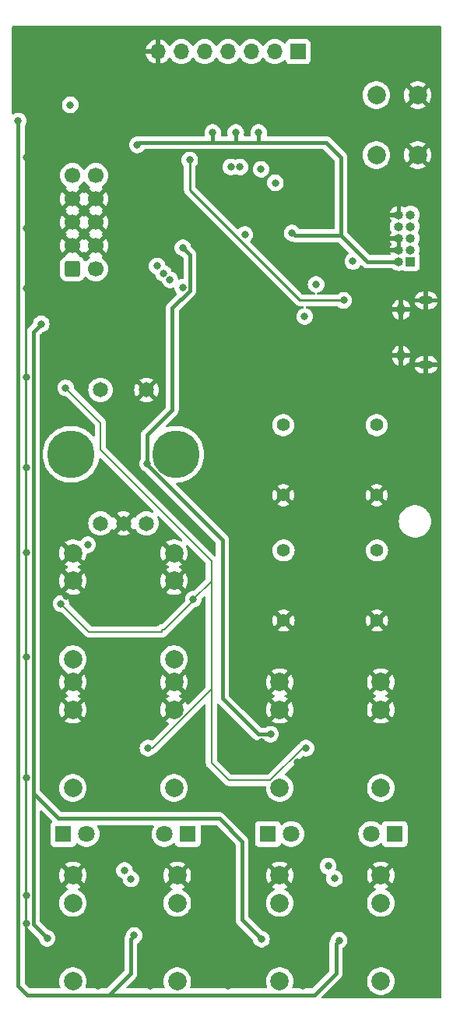
<source format=gbr>
%TF.GenerationSoftware,KiCad,Pcbnew,7.0.2*%
%TF.CreationDate,2025-01-10T16:25:51-06:00*%
%TF.ProjectId,gateDr_mainboard,67617465-4472-45f6-9d61-696e626f6172,rev?*%
%TF.SameCoordinates,Original*%
%TF.FileFunction,Copper,L2,Inr*%
%TF.FilePolarity,Positive*%
%FSLAX46Y46*%
G04 Gerber Fmt 4.6, Leading zero omitted, Abs format (unit mm)*
G04 Created by KiCad (PCBNEW 7.0.2) date 2025-01-10 16:25:51*
%MOMM*%
%LPD*%
G01*
G04 APERTURE LIST*
G04 Aperture macros list*
%AMRoundRect*
0 Rectangle with rounded corners*
0 $1 Rounding radius*
0 $2 $3 $4 $5 $6 $7 $8 $9 X,Y pos of 4 corners*
0 Add a 4 corners polygon primitive as box body*
4,1,4,$2,$3,$4,$5,$6,$7,$8,$9,$2,$3,0*
0 Add four circle primitives for the rounded corners*
1,1,$1+$1,$2,$3*
1,1,$1+$1,$4,$5*
1,1,$1+$1,$6,$7*
1,1,$1+$1,$8,$9*
0 Add four rect primitives between the rounded corners*
20,1,$1+$1,$2,$3,$4,$5,0*
20,1,$1+$1,$4,$5,$6,$7,0*
20,1,$1+$1,$6,$7,$8,$9,0*
20,1,$1+$1,$8,$9,$2,$3,0*%
G04 Aperture macros list end*
%TA.AperFunction,ComponentPad*%
%ADD10R,1.800000X1.800000*%
%TD*%
%TA.AperFunction,ComponentPad*%
%ADD11C,1.800000*%
%TD*%
%TA.AperFunction,ComponentPad*%
%ADD12C,1.400000*%
%TD*%
%TA.AperFunction,ComponentPad*%
%ADD13R,1.700000X1.700000*%
%TD*%
%TA.AperFunction,ComponentPad*%
%ADD14O,1.700000X1.700000*%
%TD*%
%TA.AperFunction,ComponentPad*%
%ADD15C,2.000000*%
%TD*%
%TA.AperFunction,ComponentPad*%
%ADD16C,1.650000*%
%TD*%
%TA.AperFunction,ComponentPad*%
%ADD17C,5.161000*%
%TD*%
%TA.AperFunction,ComponentPad*%
%ADD18RoundRect,0.250000X-0.600000X-0.600000X0.600000X-0.600000X0.600000X0.600000X-0.600000X0.600000X0*%
%TD*%
%TA.AperFunction,ComponentPad*%
%ADD19C,1.700000*%
%TD*%
%TA.AperFunction,ComponentPad*%
%ADD20O,1.550000X0.890000*%
%TD*%
%TA.AperFunction,ComponentPad*%
%ADD21O,0.950000X1.250000*%
%TD*%
%TA.AperFunction,ComponentPad*%
%ADD22R,1.000000X1.000000*%
%TD*%
%TA.AperFunction,ComponentPad*%
%ADD23O,1.000000X1.000000*%
%TD*%
%TA.AperFunction,ViaPad*%
%ADD24C,0.800000*%
%TD*%
%TA.AperFunction,Conductor*%
%ADD25C,0.400000*%
%TD*%
%TA.AperFunction,Conductor*%
%ADD26C,0.200000*%
%TD*%
%TA.AperFunction,Conductor*%
%ADD27C,0.250000*%
%TD*%
G04 APERTURE END LIST*
D10*
%TO.N,Net-(D6-K)*%
%TO.C,D6*%
X93540000Y-149220000D03*
D11*
%TO.N,Net-(D6-A)*%
X91000000Y-149220000D03*
%TD*%
D12*
%TO.N,GND*%
%TO.C,SW2*%
X81460000Y-126030000D03*
X91620000Y-126030000D03*
%TO.N,/MCU/sw_CH2*%
X81460000Y-118410000D03*
%TO.N,unconnected-(SW2-A-Pad4)*%
X91620000Y-118410000D03*
%TD*%
%TO.N,GND*%
%TO.C,SW1*%
X81420000Y-112410000D03*
X91580000Y-112410000D03*
%TO.N,/MCU/sw_CH1*%
X81420000Y-104790000D03*
%TO.N,unconnected-(SW1-A-Pad4)*%
X91580000Y-104790000D03*
%TD*%
D13*
%TO.N,/MCU/display_SPI_SCK*%
%TO.C,J12*%
X83040000Y-64220000D03*
D14*
%TO.N,/MCU/display_SPI_DO*%
X80500000Y-64220000D03*
%TO.N,/MCU/display_RST*%
X77960000Y-64220000D03*
%TO.N,/MCU/display_CS*%
X75420000Y-64220000D03*
%TO.N,/MCU/display_DC*%
X72880000Y-64220000D03*
%TO.N,+3.3V*%
X70340000Y-64220000D03*
%TO.N,GND*%
X67800000Y-64220000D03*
%TD*%
D10*
%TO.N,Net-(D5-K)*%
%TO.C,D5*%
X79765000Y-149220000D03*
D11*
%TO.N,Net-(D5-A)*%
X82305000Y-149220000D03*
%TD*%
D15*
%TO.N,GND*%
%TO.C,J10*%
X81040000Y-153720000D03*
%TO.N,Net-(J10-Pad2)*%
X81040000Y-165220000D03*
%TO.N,unconnected-(J10-Pad3)*%
X81040000Y-156720000D03*
%TD*%
%TO.N,GND*%
%TO.C,J11*%
X92040000Y-153720000D03*
%TO.N,Net-(J11-Pad2)*%
X92040000Y-165220000D03*
%TO.N,unconnected-(J11-Pad3)*%
X92040000Y-156720000D03*
%TD*%
%TO.N,GND*%
%TO.C,J2*%
X58540000Y-132720000D03*
%TO.N,Net-(C13-Pad1)*%
X58540000Y-144220000D03*
%TO.N,GND*%
X58540000Y-135720000D03*
%TD*%
D10*
%TO.N,Net-(D3-K)*%
%TO.C,D3*%
X57500000Y-149220000D03*
D11*
%TO.N,Net-(D3-A)*%
X60040000Y-149220000D03*
%TD*%
D15*
%TO.N,GND*%
%TO.C,J9*%
X69890000Y-153720000D03*
%TO.N,Net-(J9-Pad2)*%
X69890000Y-165220000D03*
%TO.N,unconnected-(J9-Pad3)*%
X69890000Y-156720000D03*
%TD*%
D16*
%TO.N,/MCU/sw_ROT*%
%TO.C,SW3*%
X61540000Y-100970000D03*
%TO.N,GND*%
X66540000Y-100970000D03*
%TO.N,/MCU/rot_A*%
X61540000Y-115470000D03*
%TO.N,/MCU/rot_B*%
X66540000Y-115470000D03*
%TO.N,GND*%
X64040000Y-115470000D03*
D17*
%TO.N,unconnected-(SW3-PadMH1)*%
X58340000Y-107970000D03*
%TO.N,unconnected-(SW3-PadMH2)*%
X69740000Y-107970000D03*
%TD*%
D15*
%TO.N,GND*%
%TO.C,J6*%
X58540000Y-118720000D03*
%TO.N,Net-(C22-Pad1)*%
X58540000Y-130220000D03*
%TO.N,GND*%
X58540000Y-121720000D03*
%TD*%
%TO.N,GND*%
%TO.C,J3*%
X69540000Y-132720000D03*
%TO.N,Net-(C14-Pad1)*%
X69540000Y-144220000D03*
%TO.N,GND*%
X69540000Y-135720000D03*
%TD*%
D10*
%TO.N,Net-(D4-K)*%
%TO.C,D4*%
X71040000Y-149220000D03*
D11*
%TO.N,Net-(D4-A)*%
X68500000Y-149220000D03*
%TD*%
D15*
%TO.N,GND*%
%TO.C,J7*%
X69540000Y-118720000D03*
%TO.N,Net-(C24-Pad1)*%
X69540000Y-130220000D03*
%TO.N,GND*%
X69540000Y-121720000D03*
%TD*%
%TO.N,GND*%
%TO.C,J4*%
X81040000Y-132720000D03*
%TO.N,Net-(C16-Pad1)*%
X81040000Y-144220000D03*
%TO.N,GND*%
X81040000Y-135720000D03*
%TD*%
%TO.N,GND*%
%TO.C,J8*%
X58540000Y-153720000D03*
%TO.N,Net-(J8-Pad2)*%
X58540000Y-165220000D03*
%TO.N,unconnected-(J8-Pad3)*%
X58540000Y-156720000D03*
%TD*%
%TO.N,GND*%
%TO.C,J5*%
X92040000Y-132720000D03*
%TO.N,Net-(C18-Pad1)*%
X92040000Y-144220000D03*
%TO.N,GND*%
X92040000Y-135720000D03*
%TD*%
D18*
%TO.N,Net-(D1-K)*%
%TO.C,J1*%
X58500000Y-87840000D03*
D19*
X61040000Y-87840000D03*
%TO.N,GND*%
X58500000Y-85300000D03*
X61040000Y-85300000D03*
X58500000Y-82760000D03*
X61040000Y-82760000D03*
X58500000Y-80220000D03*
X61040000Y-80220000D03*
%TO.N,Net-(D2-A)*%
X58500000Y-77680000D03*
X61040000Y-77680000D03*
%TD*%
D20*
%TO.N,GND*%
%TO.C,J14*%
X96950000Y-91250000D03*
D21*
X94250000Y-92250000D03*
X94250000Y-97250000D03*
D20*
X96950000Y-98250000D03*
%TD*%
D22*
%TO.N,/MCU/SWDIO*%
%TO.C,J13*%
X95270000Y-87040000D03*
D23*
%TO.N,+3.3V*%
X94000000Y-87040000D03*
%TO.N,/MCU/SWCLK*%
X95270000Y-85770000D03*
%TO.N,GND*%
X94000000Y-85770000D03*
%TO.N,unconnected-(J13-Pin_5-Pad5)*%
X95270000Y-84500000D03*
%TO.N,GND*%
X94000000Y-84500000D03*
%TO.N,unconnected-(J13-Pin_7-Pad7)*%
X95270000Y-83230000D03*
%TO.N,unconnected-(J13-Pin_8-Pad8)*%
X94000000Y-83230000D03*
%TO.N,/MCU/nRESET*%
X95270000Y-81960000D03*
%TO.N,GND*%
X94000000Y-81960000D03*
%TD*%
D15*
%TO.N,GND*%
%TO.C,SW4*%
X96050000Y-75450000D03*
X96050000Y-68950000D03*
%TO.N,/MCU/nRESET*%
X91550000Y-75450000D03*
X91550000Y-68950000D03*
%TD*%
D24*
%TO.N,GND*%
X97900000Y-143150000D03*
X97900000Y-83200000D03*
X72600000Y-157300000D03*
X53450000Y-158900000D03*
X56900000Y-81500000D03*
X88550000Y-145150000D03*
X97900000Y-72050000D03*
X62900000Y-144200000D03*
X63150000Y-104150000D03*
X53450000Y-143150000D03*
X89700000Y-165750000D03*
X53450000Y-99550000D03*
X82700000Y-113700000D03*
X62450000Y-84050000D03*
X82100000Y-145800000D03*
X56931844Y-161990274D03*
X53450000Y-109400000D03*
X71100000Y-161700000D03*
X79700000Y-162050000D03*
X62000000Y-129050000D03*
X97900000Y-129950000D03*
X56900000Y-62200000D03*
X97900000Y-165750000D03*
X91700201Y-92549799D03*
X93450000Y-161750000D03*
X82750000Y-127400000D03*
X53450000Y-75750000D03*
X89550000Y-82450000D03*
X54150000Y-64350000D03*
X74450000Y-152700000D03*
X86000000Y-62200000D03*
X90650000Y-134250000D03*
X53450000Y-118650000D03*
X80200558Y-82320001D03*
X83550000Y-165750000D03*
X59850000Y-134200000D03*
X67800000Y-62200000D03*
X92350000Y-62200000D03*
X61250000Y-165750000D03*
X57830949Y-123386671D03*
X92500000Y-82000000D03*
X79048994Y-139179000D03*
X97900000Y-120500000D03*
X75450000Y-165750000D03*
X97900000Y-101750000D03*
X68400000Y-145900000D03*
X53450000Y-129950000D03*
X97900000Y-89000000D03*
X52700000Y-69800000D03*
X53450000Y-155900000D03*
X97900000Y-109400000D03*
X56850000Y-84000000D03*
X66950000Y-165750000D03*
X66250000Y-129000000D03*
X92750000Y-96000000D03*
X82550000Y-155200000D03*
X94550000Y-157300000D03*
X85950000Y-82850000D03*
X97900000Y-158900000D03*
X82980383Y-141430383D03*
X74150000Y-84720000D03*
X52700000Y-62200000D03*
X59150000Y-96050000D03*
X57150000Y-120200000D03*
X70600000Y-140200000D03*
X62500000Y-81500000D03*
X53450000Y-83400000D03*
X67450000Y-68800000D03*
X70900000Y-120200000D03*
X63950000Y-117600000D03*
X97900000Y-155900000D03*
X90750000Y-155200000D03*
X62150000Y-62200000D03*
X77500000Y-62200000D03*
X82450000Y-134250000D03*
X68150000Y-134250000D03*
X97900000Y-62200000D03*
X53450000Y-89900000D03*
%TO.N,+3.3VA*%
X80047883Y-138379500D03*
X66650000Y-109000000D03*
X70499500Y-85543953D03*
X60150000Y-117800000D03*
%TO.N,+12V*%
X52600000Y-71750000D03*
X58250000Y-70000000D03*
X87501410Y-160762166D03*
X65199500Y-160250000D03*
%TO.N,-12V*%
X55750000Y-160550000D03*
X79050000Y-160650000D03*
X55100000Y-93800000D03*
%TO.N,+3.3V*%
X82379442Y-83919999D03*
X78750000Y-73010000D03*
X65540000Y-74350000D03*
X73750000Y-73010000D03*
X76250000Y-73010000D03*
%TO.N,AREF-10*%
X57250000Y-124200000D03*
X71650000Y-123700000D03*
X66700000Y-139900000D03*
X83900000Y-139900000D03*
X57750000Y-100750000D03*
%TO.N,/MCU/display_SPI_DO*%
X75715997Y-76750000D03*
%TO.N,/MCU/display_SPI_SCK*%
X76715500Y-76750000D03*
%TO.N,/MCU/SWCLK*%
X89000000Y-87000000D03*
%TO.N,/MCU/sw_ROT*%
X77250000Y-84100000D03*
%TO.N,/MCU/mcu_out_W*%
X64150500Y-153171985D03*
X67701500Y-87508360D03*
%TO.N,/MCU/mcu_out_X*%
X68401000Y-88300000D03*
X64850000Y-154100000D03*
%TO.N,/MCU/mcu_out_Y*%
X86300500Y-152700000D03*
X69100500Y-89016893D03*
%TO.N,/MCU/mcu_out_Z*%
X70474647Y-89825353D03*
X87000000Y-154050000D03*
%TO.N,/MCU/USB_D+*%
X83750000Y-93000000D03*
X80565500Y-78470000D03*
%TO.N,/MCU/USB_D-*%
X79000000Y-77000000D03*
X85000000Y-89500000D03*
%TO.N,USB_5V*%
X71250000Y-76000000D03*
X88000000Y-91250000D03*
%TD*%
D25*
%TO.N,+3.3VA*%
X69350000Y-92081371D02*
X71274647Y-90156724D01*
X66650000Y-109000000D02*
X66650000Y-105850000D01*
X66650000Y-105850000D02*
X69350000Y-103150000D01*
X78729500Y-138379500D02*
X74800000Y-134450000D01*
X74800000Y-134450000D02*
X74800000Y-117245064D01*
X74800000Y-117245064D02*
X66650000Y-109095064D01*
X80047883Y-138379500D02*
X78729500Y-138379500D01*
X71274647Y-86319100D02*
X70499500Y-85543953D01*
X66650000Y-109095064D02*
X66650000Y-109000000D01*
X71274647Y-90156724D02*
X71274647Y-86319100D01*
X69350000Y-103150000D02*
X69350000Y-92081371D01*
%TO.N,+12V*%
X87501410Y-160762166D02*
X87150000Y-161113576D01*
X52600000Y-71750000D02*
X52600000Y-165700000D01*
X65199500Y-160250000D02*
X64850000Y-160599500D01*
X64850000Y-160599500D02*
X64850000Y-164350000D01*
X52600000Y-165700000D02*
X53600000Y-166700000D01*
X87150000Y-164350000D02*
X84800000Y-166700000D01*
X64850000Y-164350000D02*
X62500000Y-166700000D01*
X84800000Y-166700000D02*
X62500000Y-166700000D01*
X87150000Y-161113576D02*
X87150000Y-164350000D01*
X53600000Y-166700000D02*
X62500000Y-166700000D01*
%TO.N,-12V*%
X54250000Y-144800000D02*
X54250000Y-94650000D01*
X76950000Y-158550000D02*
X76950000Y-150050000D01*
X55750000Y-160550000D02*
X54250000Y-159050000D01*
X54250000Y-94650000D02*
X55100000Y-93800000D01*
X79050000Y-160650000D02*
X76950000Y-158550000D01*
X74450000Y-147550000D02*
X57000000Y-147550000D01*
X57000000Y-147550000D02*
X54250000Y-144800000D01*
X54250000Y-159050000D02*
X54250000Y-144800000D01*
X76950000Y-150050000D02*
X74450000Y-147550000D01*
%TO.N,+3.3V*%
X76250000Y-74100000D02*
X76250000Y-73010000D01*
X78750000Y-74100000D02*
X78200000Y-74100000D01*
X82659443Y-84200000D02*
X82379442Y-83919999D01*
X87700000Y-84200000D02*
X87700000Y-78500000D01*
X73750000Y-74100000D02*
X73750000Y-73010000D01*
X73750000Y-74100000D02*
X65790000Y-74100000D01*
X65790000Y-74100000D02*
X65540000Y-74350000D01*
X78750000Y-74100000D02*
X78750000Y-73010000D01*
X90540000Y-87040000D02*
X94000000Y-87040000D01*
X87700000Y-75750000D02*
X86050000Y-74100000D01*
X76250000Y-74100000D02*
X73750000Y-74100000D01*
X78200000Y-74100000D02*
X76250000Y-74100000D01*
X87700000Y-84200000D02*
X82659443Y-84200000D01*
X87700000Y-84200000D02*
X90540000Y-87040000D01*
X86050000Y-74100000D02*
X82050000Y-74100000D01*
X80150000Y-74100000D02*
X78750000Y-74100000D01*
X82050000Y-74100000D02*
X80150000Y-74100000D01*
X87700000Y-78500000D02*
X87700000Y-75750000D01*
D26*
%TO.N,AREF-10*%
X61550000Y-107500000D02*
X73600000Y-119550000D01*
X71650000Y-123700000D02*
X73600000Y-121750000D01*
X68500000Y-127000000D02*
X71650000Y-123850000D01*
X68200000Y-127000000D02*
X68500000Y-127000000D01*
X67198478Y-139900000D02*
X66700000Y-139900000D01*
X71650000Y-123850000D02*
X71650000Y-123700000D01*
X57250000Y-124200000D02*
X60300000Y-127250000D01*
X68250000Y-127250000D02*
X68200000Y-127300000D01*
X73600000Y-119550000D02*
X73600000Y-121700000D01*
X83521522Y-139900000D02*
X83900000Y-139900000D01*
X73600000Y-121750000D02*
X73600000Y-121700000D01*
X80021522Y-143400000D02*
X83521522Y-139900000D01*
X73600000Y-121700000D02*
X73600000Y-132800000D01*
X60300000Y-127250000D02*
X68250000Y-127250000D01*
X73600000Y-132800000D02*
X73600000Y-141500000D01*
X73600000Y-132800000D02*
X73600000Y-133498478D01*
X57750000Y-100750000D02*
X61550000Y-104550000D01*
X73600000Y-133498478D02*
X67198478Y-139900000D01*
X68200000Y-127300000D02*
X68200000Y-127000000D01*
X75500000Y-143400000D02*
X80021522Y-143400000D01*
X73600000Y-141500000D02*
X75500000Y-143400000D01*
X61550000Y-104550000D02*
X61550000Y-107500000D01*
D27*
%TO.N,USB_5V*%
X88000000Y-91250000D02*
X83250000Y-91250000D01*
X83250000Y-91250000D02*
X71250000Y-79250000D01*
X71250000Y-79250000D02*
X71250000Y-76000000D01*
%TD*%
%TA.AperFunction,Conductor*%
%TO.N,GND*%
G36*
X60580507Y-85509844D02*
G01*
X60658239Y-85630798D01*
X60766900Y-85724952D01*
X60897685Y-85784680D01*
X60907466Y-85786086D01*
X60278625Y-86414925D01*
X60354594Y-86468119D01*
X60398219Y-86522696D01*
X60405413Y-86592194D01*
X60373890Y-86654549D01*
X60354595Y-86671269D01*
X60168595Y-86801508D01*
X59993834Y-86976270D01*
X59991128Y-86973564D01*
X59952151Y-87004671D01*
X59882647Y-87011809D01*
X59820317Y-86980237D01*
X59787539Y-86928890D01*
X59784814Y-86920666D01*
X59692712Y-86771344D01*
X59692711Y-86771342D01*
X59568657Y-86647288D01*
X59419334Y-86555186D01*
X59346967Y-86531206D01*
X59289522Y-86491433D01*
X59262699Y-86426917D01*
X59262585Y-86416137D01*
X58632533Y-85786086D01*
X58642315Y-85784680D01*
X58773100Y-85724952D01*
X58881761Y-85630798D01*
X58959493Y-85509844D01*
X58983076Y-85429524D01*
X59614925Y-86061373D01*
X59668424Y-85984969D01*
X59723001Y-85941344D01*
X59792499Y-85934150D01*
X59854854Y-85965673D01*
X59871574Y-85984969D01*
X59925072Y-86061373D01*
X59925073Y-86061373D01*
X60556922Y-85429523D01*
X60580507Y-85509844D01*
G37*
%TD.AperFunction*%
%TA.AperFunction,Conductor*%
G36*
X60580507Y-82969844D02*
G01*
X60658239Y-83090798D01*
X60766900Y-83184952D01*
X60897685Y-83244680D01*
X60907466Y-83246086D01*
X60278625Y-83874925D01*
X60355031Y-83928425D01*
X60398655Y-83983002D01*
X60405848Y-84052501D01*
X60374326Y-84114855D01*
X60355029Y-84131576D01*
X60278625Y-84185072D01*
X60907466Y-84813913D01*
X60897685Y-84815320D01*
X60766900Y-84875048D01*
X60658239Y-84969202D01*
X60580507Y-85090156D01*
X60556923Y-85170476D01*
X59925072Y-84538625D01*
X59871576Y-84615030D01*
X59817000Y-84658656D01*
X59747501Y-84665850D01*
X59685146Y-84634328D01*
X59668425Y-84615031D01*
X59614926Y-84538626D01*
X59614925Y-84538625D01*
X58983076Y-85170475D01*
X58959493Y-85090156D01*
X58881761Y-84969202D01*
X58773100Y-84875048D01*
X58642315Y-84815320D01*
X58632533Y-84813913D01*
X59261373Y-84185073D01*
X59261373Y-84185072D01*
X59184969Y-84131574D01*
X59141344Y-84076997D01*
X59134150Y-84007499D01*
X59165673Y-83945144D01*
X59184969Y-83928424D01*
X59261373Y-83874925D01*
X58632533Y-83246086D01*
X58642315Y-83244680D01*
X58773100Y-83184952D01*
X58881761Y-83090798D01*
X58959493Y-82969844D01*
X58983076Y-82889524D01*
X59614925Y-83521373D01*
X59668424Y-83444969D01*
X59723001Y-83401344D01*
X59792499Y-83394150D01*
X59854854Y-83425673D01*
X59871574Y-83444969D01*
X59925072Y-83521373D01*
X59925073Y-83521373D01*
X60556922Y-82889523D01*
X60580507Y-82969844D01*
G37*
%TD.AperFunction*%
%TA.AperFunction,Conductor*%
G36*
X60580507Y-80429844D02*
G01*
X60658239Y-80550798D01*
X60766900Y-80644952D01*
X60897685Y-80704680D01*
X60907466Y-80706086D01*
X60278625Y-81334925D01*
X60355031Y-81388425D01*
X60398655Y-81443002D01*
X60405848Y-81512501D01*
X60374326Y-81574855D01*
X60355029Y-81591576D01*
X60278625Y-81645072D01*
X60907466Y-82273913D01*
X60897685Y-82275320D01*
X60766900Y-82335048D01*
X60658239Y-82429202D01*
X60580507Y-82550156D01*
X60556923Y-82630476D01*
X59925072Y-81998625D01*
X59871576Y-82075030D01*
X59817000Y-82118656D01*
X59747501Y-82125850D01*
X59685146Y-82094328D01*
X59668425Y-82075031D01*
X59614926Y-81998626D01*
X59614925Y-81998625D01*
X58983076Y-82630475D01*
X58959493Y-82550156D01*
X58881761Y-82429202D01*
X58773100Y-82335048D01*
X58642315Y-82275320D01*
X58632533Y-82273913D01*
X59261373Y-81645073D01*
X59261373Y-81645072D01*
X59184969Y-81591574D01*
X59141344Y-81536997D01*
X59134150Y-81467499D01*
X59165673Y-81405144D01*
X59184969Y-81388424D01*
X59261373Y-81334925D01*
X58632533Y-80706086D01*
X58642315Y-80704680D01*
X58773100Y-80644952D01*
X58881761Y-80550798D01*
X58959493Y-80429844D01*
X58983076Y-80349524D01*
X59614925Y-80981373D01*
X59668424Y-80904969D01*
X59723001Y-80861344D01*
X59792499Y-80854150D01*
X59854854Y-80885673D01*
X59871574Y-80904969D01*
X59925072Y-80981373D01*
X59925073Y-80981373D01*
X60556922Y-80349523D01*
X60580507Y-80429844D01*
G37*
%TD.AperFunction*%
%TA.AperFunction,Conductor*%
G36*
X59854855Y-78346545D02*
G01*
X59871571Y-78365837D01*
X60001505Y-78551401D01*
X60168599Y-78718495D01*
X60354596Y-78848732D01*
X60398219Y-78903307D01*
X60405412Y-78972806D01*
X60373890Y-79035160D01*
X60354594Y-79051881D01*
X60278626Y-79105073D01*
X60907466Y-79733913D01*
X60897685Y-79735320D01*
X60766900Y-79795048D01*
X60658239Y-79889202D01*
X60580507Y-80010156D01*
X60556923Y-80090476D01*
X59925072Y-79458625D01*
X59925072Y-79458626D01*
X59871574Y-79535030D01*
X59816998Y-79578655D01*
X59747499Y-79585849D01*
X59685144Y-79554326D01*
X59668424Y-79535030D01*
X59614925Y-79458626D01*
X59614925Y-79458625D01*
X58983076Y-80090474D01*
X58959493Y-80010156D01*
X58881761Y-79889202D01*
X58773100Y-79795048D01*
X58642315Y-79735320D01*
X58632533Y-79733913D01*
X59261373Y-79105073D01*
X59261373Y-79105072D01*
X59185405Y-79051880D01*
X59141780Y-78997304D01*
X59134586Y-78927805D01*
X59166108Y-78865451D01*
X59185399Y-78848734D01*
X59371401Y-78718495D01*
X59538495Y-78551401D01*
X59668426Y-78365839D01*
X59723002Y-78322216D01*
X59792500Y-78315022D01*
X59854855Y-78346545D01*
G37*
%TD.AperFunction*%
%TA.AperFunction,Conductor*%
G36*
X98532539Y-61430185D02*
G01*
X98578294Y-61482989D01*
X98589500Y-61534500D01*
X98589500Y-166965500D01*
X98569815Y-167032539D01*
X98517011Y-167078294D01*
X98465500Y-167089500D01*
X85700519Y-167089500D01*
X85633480Y-167069815D01*
X85587725Y-167017011D01*
X85577781Y-166947853D01*
X85606806Y-166884297D01*
X85612838Y-166877819D01*
X86010187Y-166480470D01*
X87270656Y-165219999D01*
X90534356Y-165219999D01*
X90554891Y-165467816D01*
X90554891Y-165467819D01*
X90554892Y-165467821D01*
X90615937Y-165708881D01*
X90653404Y-165794297D01*
X90715825Y-165936604D01*
X90715827Y-165936607D01*
X90851836Y-166144785D01*
X91020256Y-166327738D01*
X91020259Y-166327740D01*
X91216485Y-166480470D01*
X91216487Y-166480471D01*
X91216491Y-166480474D01*
X91435190Y-166598828D01*
X91670386Y-166679571D01*
X91915665Y-166720500D01*
X92164335Y-166720500D01*
X92409614Y-166679571D01*
X92644810Y-166598828D01*
X92863509Y-166480474D01*
X93059744Y-166327738D01*
X93228164Y-166144785D01*
X93364173Y-165936607D01*
X93464063Y-165708881D01*
X93525108Y-165467821D01*
X93545643Y-165220000D01*
X93525108Y-164972179D01*
X93464063Y-164731119D01*
X93364173Y-164503393D01*
X93228164Y-164295215D01*
X93059744Y-164112262D01*
X92992395Y-164059842D01*
X92863514Y-163959529D01*
X92863510Y-163959526D01*
X92863509Y-163959526D01*
X92644810Y-163841172D01*
X92644806Y-163841170D01*
X92644805Y-163841170D01*
X92409615Y-163760429D01*
X92164335Y-163719500D01*
X91915665Y-163719500D01*
X91670384Y-163760429D01*
X91435194Y-163841170D01*
X91216485Y-163959529D01*
X91020259Y-164112259D01*
X91020256Y-164112261D01*
X91020256Y-164112262D01*
X90851836Y-164295215D01*
X90827432Y-164332568D01*
X90715825Y-164503395D01*
X90627033Y-164705823D01*
X90615937Y-164731119D01*
X90607269Y-164765349D01*
X90554891Y-164972183D01*
X90534356Y-165219999D01*
X87270656Y-165219999D01*
X87627731Y-164862924D01*
X87633150Y-164857823D01*
X87678183Y-164817929D01*
X87712355Y-164768420D01*
X87716775Y-164762413D01*
X87753878Y-164715057D01*
X87758035Y-164705819D01*
X87769060Y-164686270D01*
X87774818Y-164677930D01*
X87796150Y-164621678D01*
X87798999Y-164614800D01*
X87823695Y-164559931D01*
X87825522Y-164549956D01*
X87831549Y-164528339D01*
X87835140Y-164518872D01*
X87842387Y-164459179D01*
X87843514Y-164451777D01*
X87854358Y-164392606D01*
X87850726Y-164332566D01*
X87850500Y-164325079D01*
X87850500Y-161672987D01*
X87870185Y-161605948D01*
X87922989Y-161560193D01*
X87924066Y-161559707D01*
X87926447Y-161558646D01*
X87954140Y-161546317D01*
X88030710Y-161490685D01*
X88107280Y-161435055D01*
X88233943Y-161294382D01*
X88328589Y-161130450D01*
X88347915Y-161070970D01*
X88387084Y-160950422D01*
X88406870Y-160762166D01*
X88387084Y-160573910D01*
X88350638Y-160461742D01*
X88328589Y-160393881D01*
X88233943Y-160229949D01*
X88107280Y-160089276D01*
X87954140Y-159978014D01*
X87781212Y-159901021D01*
X87596058Y-159861666D01*
X87596056Y-159861666D01*
X87406764Y-159861666D01*
X87406762Y-159861666D01*
X87221607Y-159901021D01*
X87048679Y-159978014D01*
X86895539Y-160089276D01*
X86768876Y-160229949D01*
X86674230Y-160393881D01*
X86615736Y-160573907D01*
X86609055Y-160637472D01*
X86587779Y-160694956D01*
X86587643Y-160695153D01*
X86583210Y-160701177D01*
X86546121Y-160748518D01*
X86541961Y-160757762D01*
X86530941Y-160777301D01*
X86525182Y-160785645D01*
X86503853Y-160841881D01*
X86500989Y-160848795D01*
X86476303Y-160903646D01*
X86474475Y-160913623D01*
X86468454Y-160935224D01*
X86464859Y-160944704D01*
X86457609Y-161004403D01*
X86456483Y-161011802D01*
X86445641Y-161070966D01*
X86449274Y-161131009D01*
X86449500Y-161138496D01*
X86449500Y-164008481D01*
X86429815Y-164075520D01*
X86413181Y-164096162D01*
X84546162Y-165963181D01*
X84484839Y-165996666D01*
X84458481Y-165999500D01*
X82526381Y-165999500D01*
X82459342Y-165979815D01*
X82413587Y-165927011D01*
X82403643Y-165857853D01*
X82412822Y-165825696D01*
X82464063Y-165708881D01*
X82525108Y-165467821D01*
X82545643Y-165220000D01*
X82525108Y-164972179D01*
X82464063Y-164731119D01*
X82364173Y-164503393D01*
X82228164Y-164295215D01*
X82059744Y-164112262D01*
X81992395Y-164059842D01*
X81863514Y-163959529D01*
X81863510Y-163959526D01*
X81863509Y-163959526D01*
X81644810Y-163841172D01*
X81644806Y-163841170D01*
X81644805Y-163841170D01*
X81409615Y-163760429D01*
X81164335Y-163719500D01*
X80915665Y-163719500D01*
X80670384Y-163760429D01*
X80435194Y-163841170D01*
X80216485Y-163959529D01*
X80020259Y-164112259D01*
X80020256Y-164112261D01*
X80020256Y-164112262D01*
X79851836Y-164295215D01*
X79827432Y-164332568D01*
X79715825Y-164503395D01*
X79627033Y-164705823D01*
X79615937Y-164731119D01*
X79607269Y-164765349D01*
X79554891Y-164972183D01*
X79534356Y-165219999D01*
X79554891Y-165467816D01*
X79554891Y-165467819D01*
X79554892Y-165467821D01*
X79615937Y-165708881D01*
X79667175Y-165825692D01*
X79676078Y-165894989D01*
X79646101Y-165958102D01*
X79586762Y-165994989D01*
X79553619Y-165999500D01*
X71376381Y-165999500D01*
X71309342Y-165979815D01*
X71263587Y-165927011D01*
X71253643Y-165857853D01*
X71262822Y-165825696D01*
X71314063Y-165708881D01*
X71375108Y-165467821D01*
X71395643Y-165220000D01*
X71375108Y-164972179D01*
X71314063Y-164731119D01*
X71214173Y-164503393D01*
X71078164Y-164295215D01*
X70909744Y-164112262D01*
X70842395Y-164059842D01*
X70713514Y-163959529D01*
X70713510Y-163959526D01*
X70713509Y-163959526D01*
X70494810Y-163841172D01*
X70494806Y-163841170D01*
X70494805Y-163841170D01*
X70259615Y-163760429D01*
X70014335Y-163719500D01*
X69765665Y-163719500D01*
X69520384Y-163760429D01*
X69285194Y-163841170D01*
X69066485Y-163959529D01*
X68870259Y-164112259D01*
X68870256Y-164112261D01*
X68870256Y-164112262D01*
X68701836Y-164295215D01*
X68677432Y-164332568D01*
X68565825Y-164503395D01*
X68477033Y-164705823D01*
X68465937Y-164731119D01*
X68457269Y-164765349D01*
X68404891Y-164972183D01*
X68384356Y-165220000D01*
X68404891Y-165467816D01*
X68404891Y-165467819D01*
X68404892Y-165467821D01*
X68465937Y-165708881D01*
X68517175Y-165825692D01*
X68526078Y-165894989D01*
X68496101Y-165958102D01*
X68436762Y-165994989D01*
X68403619Y-165999500D01*
X64490519Y-165999500D01*
X64423480Y-165979815D01*
X64377725Y-165927011D01*
X64367781Y-165857853D01*
X64396806Y-165794297D01*
X64402838Y-165787819D01*
X64547479Y-165643176D01*
X65327731Y-164862924D01*
X65333150Y-164857823D01*
X65378183Y-164817929D01*
X65412355Y-164768420D01*
X65416775Y-164762413D01*
X65453878Y-164715057D01*
X65458035Y-164705819D01*
X65469060Y-164686270D01*
X65474818Y-164677930D01*
X65496150Y-164621678D01*
X65498999Y-164614800D01*
X65523695Y-164559931D01*
X65525522Y-164549956D01*
X65531549Y-164528339D01*
X65535140Y-164518872D01*
X65542387Y-164459179D01*
X65543514Y-164451777D01*
X65554358Y-164392606D01*
X65550723Y-164332532D01*
X65550499Y-164325112D01*
X65550499Y-161159970D01*
X65570184Y-161092932D01*
X65622988Y-161047177D01*
X65624064Y-161046691D01*
X65652230Y-161034151D01*
X65788392Y-160935224D01*
X65805370Y-160922889D01*
X65932033Y-160782216D01*
X66026679Y-160618284D01*
X66048866Y-160550000D01*
X66085174Y-160438256D01*
X66104960Y-160250000D01*
X66085174Y-160061744D01*
X66026679Y-159881716D01*
X66026679Y-159881715D01*
X65932033Y-159717783D01*
X65805370Y-159577110D01*
X65652230Y-159465848D01*
X65479302Y-159388855D01*
X65294148Y-159349500D01*
X65294146Y-159349500D01*
X65104854Y-159349500D01*
X65104852Y-159349500D01*
X64919697Y-159388855D01*
X64746769Y-159465848D01*
X64593629Y-159577110D01*
X64466966Y-159717783D01*
X64372320Y-159881715D01*
X64313825Y-160061746D01*
X64307077Y-160125943D01*
X64281370Y-160189449D01*
X64246121Y-160234443D01*
X64241961Y-160243686D01*
X64230941Y-160263225D01*
X64225182Y-160271569D01*
X64203853Y-160327805D01*
X64200989Y-160334719D01*
X64176303Y-160389570D01*
X64174475Y-160399547D01*
X64168454Y-160421148D01*
X64164859Y-160430628D01*
X64157609Y-160490327D01*
X64156483Y-160497726D01*
X64145641Y-160556890D01*
X64149274Y-160616933D01*
X64149500Y-160624420D01*
X64149500Y-164008480D01*
X64129815Y-164075519D01*
X64113181Y-164096161D01*
X62246162Y-165963181D01*
X62184839Y-165996666D01*
X62158481Y-165999500D01*
X60026381Y-165999500D01*
X59959342Y-165979815D01*
X59913587Y-165927011D01*
X59903643Y-165857853D01*
X59912822Y-165825696D01*
X59964063Y-165708881D01*
X60025108Y-165467821D01*
X60045643Y-165220000D01*
X60025108Y-164972179D01*
X59964063Y-164731119D01*
X59864173Y-164503393D01*
X59728164Y-164295215D01*
X59559744Y-164112262D01*
X59492395Y-164059842D01*
X59363514Y-163959529D01*
X59363510Y-163959526D01*
X59363509Y-163959526D01*
X59144810Y-163841172D01*
X59144806Y-163841170D01*
X59144805Y-163841170D01*
X58909615Y-163760429D01*
X58664335Y-163719500D01*
X58415665Y-163719500D01*
X58170384Y-163760429D01*
X57935194Y-163841170D01*
X57716485Y-163959529D01*
X57520259Y-164112259D01*
X57520256Y-164112261D01*
X57520256Y-164112262D01*
X57351836Y-164295215D01*
X57327432Y-164332568D01*
X57215825Y-164503395D01*
X57127033Y-164705823D01*
X57115937Y-164731119D01*
X57107269Y-164765349D01*
X57054891Y-164972183D01*
X57034356Y-165219999D01*
X57054891Y-165467816D01*
X57054891Y-165467819D01*
X57054892Y-165467821D01*
X57115937Y-165708881D01*
X57167175Y-165825692D01*
X57176078Y-165894989D01*
X57146101Y-165958102D01*
X57086762Y-165994989D01*
X57053619Y-165999500D01*
X53941518Y-165999500D01*
X53874479Y-165979815D01*
X53853837Y-165963181D01*
X53336819Y-165446162D01*
X53303334Y-165384839D01*
X53300500Y-165358481D01*
X53300500Y-159119470D01*
X53311243Y-159082882D01*
X53307711Y-159076579D01*
X53538364Y-159076579D01*
X53543477Y-159084535D01*
X53546469Y-159097121D01*
X53556483Y-159151772D01*
X53557610Y-159159172D01*
X53564860Y-159218873D01*
X53568450Y-159228339D01*
X53574475Y-159249952D01*
X53576303Y-159259929D01*
X53600991Y-159314783D01*
X53603856Y-159321701D01*
X53625180Y-159377926D01*
X53625182Y-159377930D01*
X53630941Y-159386273D01*
X53641961Y-159405813D01*
X53646120Y-159415054D01*
X53683216Y-159462405D01*
X53687651Y-159468432D01*
X53721817Y-159517929D01*
X53766847Y-159557822D01*
X53772283Y-159562940D01*
X54823495Y-160614152D01*
X54856980Y-160675475D01*
X54859134Y-160688869D01*
X54864325Y-160738254D01*
X54922820Y-160918284D01*
X55017466Y-161082216D01*
X55144129Y-161222889D01*
X55297269Y-161334151D01*
X55470197Y-161411144D01*
X55655352Y-161450500D01*
X55655354Y-161450500D01*
X55844648Y-161450500D01*
X55968084Y-161424262D01*
X56029803Y-161411144D01*
X56202730Y-161334151D01*
X56355871Y-161222888D01*
X56482533Y-161082216D01*
X56577179Y-160918284D01*
X56635674Y-160738256D01*
X56655460Y-160550000D01*
X56635674Y-160361744D01*
X56577179Y-160181716D01*
X56577179Y-160181715D01*
X56482533Y-160017783D01*
X56355870Y-159877110D01*
X56202730Y-159765848D01*
X56029802Y-159688855D01*
X55874872Y-159655924D01*
X55813390Y-159622732D01*
X55812972Y-159622315D01*
X54986819Y-158796162D01*
X54953334Y-158734839D01*
X54950500Y-158708481D01*
X54950500Y-156720000D01*
X57034356Y-156720000D01*
X57054891Y-156967816D01*
X57054891Y-156967819D01*
X57054892Y-156967821D01*
X57115937Y-157208881D01*
X57160960Y-157311523D01*
X57215825Y-157436604D01*
X57215827Y-157436607D01*
X57351836Y-157644785D01*
X57520256Y-157827738D01*
X57520259Y-157827740D01*
X57716485Y-157980470D01*
X57716487Y-157980471D01*
X57716491Y-157980474D01*
X57935190Y-158098828D01*
X58170386Y-158179571D01*
X58415665Y-158220500D01*
X58664335Y-158220500D01*
X58909614Y-158179571D01*
X59144810Y-158098828D01*
X59363509Y-157980474D01*
X59559744Y-157827738D01*
X59728164Y-157644785D01*
X59864173Y-157436607D01*
X59964063Y-157208881D01*
X60025108Y-156967821D01*
X60045643Y-156720000D01*
X68384356Y-156720000D01*
X68404891Y-156967816D01*
X68404891Y-156967819D01*
X68404892Y-156967821D01*
X68465937Y-157208881D01*
X68510960Y-157311523D01*
X68565825Y-157436604D01*
X68565827Y-157436607D01*
X68701836Y-157644785D01*
X68870256Y-157827738D01*
X68870259Y-157827740D01*
X69066485Y-157980470D01*
X69066487Y-157980471D01*
X69066491Y-157980474D01*
X69285190Y-158098828D01*
X69520386Y-158179571D01*
X69765665Y-158220500D01*
X70014335Y-158220500D01*
X70259614Y-158179571D01*
X70494810Y-158098828D01*
X70713509Y-157980474D01*
X70909744Y-157827738D01*
X71078164Y-157644785D01*
X71214173Y-157436607D01*
X71314063Y-157208881D01*
X71375108Y-156967821D01*
X71395643Y-156720000D01*
X71375108Y-156472179D01*
X71314063Y-156231119D01*
X71214173Y-156003393D01*
X71078164Y-155795215D01*
X70909744Y-155612262D01*
X70887612Y-155595036D01*
X70713514Y-155459529D01*
X70713510Y-155459526D01*
X70713509Y-155459526D01*
X70494810Y-155341172D01*
X70494806Y-155341170D01*
X70494805Y-155341170D01*
X70482705Y-155337016D01*
X70425689Y-155296630D01*
X70399559Y-155231830D01*
X70412611Y-155163191D01*
X70460700Y-155112503D01*
X70482708Y-155102453D01*
X70494607Y-155098368D01*
X70713233Y-154980053D01*
X70760056Y-154943609D01*
X70061568Y-154245121D01*
X70178458Y-154194349D01*
X70295739Y-154098934D01*
X70382928Y-153975415D01*
X70413354Y-153889802D01*
X71113434Y-154589882D01*
X71213730Y-154436369D01*
X71313586Y-154208721D01*
X71374613Y-153967732D01*
X71395141Y-153720000D01*
X71374613Y-153472267D01*
X71313586Y-153231278D01*
X71213730Y-153003630D01*
X71113434Y-152850116D01*
X70415929Y-153547622D01*
X70413116Y-153534085D01*
X70343558Y-153399844D01*
X70240362Y-153289348D01*
X70111181Y-153210791D01*
X70059997Y-153196450D01*
X70760057Y-152496390D01*
X70760056Y-152496388D01*
X70713235Y-152459947D01*
X70494606Y-152341631D01*
X70259493Y-152260916D01*
X70014293Y-152220000D01*
X69765707Y-152220000D01*
X69520506Y-152260916D01*
X69285393Y-152341631D01*
X69066764Y-152459946D01*
X69019942Y-152496388D01*
X69019942Y-152496390D01*
X69718431Y-153194878D01*
X69601542Y-153245651D01*
X69484261Y-153341066D01*
X69397072Y-153464585D01*
X69366645Y-153550197D01*
X68666564Y-152850116D01*
X68566266Y-153003634D01*
X68466413Y-153231278D01*
X68405386Y-153472267D01*
X68384858Y-153720000D01*
X68405386Y-153967732D01*
X68466413Y-154208721D01*
X68566268Y-154436370D01*
X68666563Y-154589882D01*
X68666564Y-154589882D01*
X69364070Y-153892376D01*
X69366884Y-153905915D01*
X69436442Y-154040156D01*
X69539638Y-154150652D01*
X69668819Y-154229209D01*
X69720002Y-154243549D01*
X69019942Y-154943609D01*
X69019942Y-154943610D01*
X69066766Y-154980055D01*
X69285389Y-155098366D01*
X69297293Y-155102453D01*
X69354309Y-155142839D01*
X69380440Y-155207638D01*
X69367389Y-155276278D01*
X69319301Y-155326966D01*
X69297296Y-155337016D01*
X69285191Y-155341171D01*
X69066485Y-155459529D01*
X68870259Y-155612259D01*
X68701837Y-155795214D01*
X68565825Y-156003395D01*
X68465938Y-156231117D01*
X68404891Y-156472183D01*
X68384356Y-156720000D01*
X60045643Y-156720000D01*
X60025108Y-156472179D01*
X59964063Y-156231119D01*
X59864173Y-156003393D01*
X59728164Y-155795215D01*
X59559744Y-155612262D01*
X59537612Y-155595036D01*
X59363514Y-155459529D01*
X59363510Y-155459526D01*
X59363509Y-155459526D01*
X59144810Y-155341172D01*
X59144806Y-155341170D01*
X59144805Y-155341170D01*
X59132705Y-155337016D01*
X59075689Y-155296630D01*
X59049559Y-155231830D01*
X59062611Y-155163191D01*
X59110700Y-155112503D01*
X59132708Y-155102453D01*
X59144607Y-155098368D01*
X59363233Y-154980053D01*
X59410056Y-154943609D01*
X58711568Y-154245121D01*
X58828458Y-154194349D01*
X58945739Y-154098934D01*
X59032928Y-153975415D01*
X59063354Y-153889802D01*
X59763434Y-154589882D01*
X59863730Y-154436369D01*
X59963586Y-154208721D01*
X60024613Y-153967732D01*
X60045141Y-153719999D01*
X60024613Y-153472267D01*
X59963586Y-153231278D01*
X59937578Y-153171985D01*
X63245040Y-153171985D01*
X63264826Y-153360242D01*
X63323320Y-153540269D01*
X63417966Y-153704201D01*
X63544629Y-153844874D01*
X63697765Y-153956134D01*
X63741071Y-153975415D01*
X63870697Y-154033129D01*
X63870698Y-154033129D01*
X63875390Y-154035218D01*
X63928627Y-154080469D01*
X63948275Y-154135536D01*
X63964326Y-154288257D01*
X64022820Y-154468284D01*
X64117466Y-154632216D01*
X64244129Y-154772889D01*
X64397269Y-154884151D01*
X64570197Y-154961144D01*
X64755352Y-155000500D01*
X64755354Y-155000500D01*
X64944648Y-155000500D01*
X65068084Y-154974262D01*
X65129803Y-154961144D01*
X65302730Y-154884151D01*
X65455870Y-154772889D01*
X65582533Y-154632216D01*
X65677179Y-154468284D01*
X65735674Y-154288256D01*
X65755460Y-154100000D01*
X65735674Y-153911744D01*
X65677179Y-153731716D01*
X65677179Y-153731715D01*
X65582533Y-153567783D01*
X65455870Y-153427110D01*
X65302730Y-153315848D01*
X65125109Y-153236765D01*
X65071872Y-153191515D01*
X65052225Y-153136450D01*
X65036174Y-152983729D01*
X64977679Y-152803701D01*
X64977679Y-152803700D01*
X64883033Y-152639768D01*
X64756370Y-152499095D01*
X64603230Y-152387833D01*
X64430302Y-152310840D01*
X64245148Y-152271485D01*
X64245146Y-152271485D01*
X64055854Y-152271485D01*
X64055852Y-152271485D01*
X63870697Y-152310840D01*
X63697769Y-152387833D01*
X63544629Y-152499095D01*
X63417966Y-152639768D01*
X63323320Y-152803700D01*
X63264826Y-152983727D01*
X63245040Y-153171985D01*
X59937578Y-153171985D01*
X59863730Y-153003630D01*
X59763434Y-152850116D01*
X59065929Y-153547622D01*
X59063116Y-153534085D01*
X58993558Y-153399844D01*
X58890362Y-153289348D01*
X58761181Y-153210791D01*
X58709996Y-153196449D01*
X59410056Y-152496389D01*
X59410056Y-152496387D01*
X59363235Y-152459947D01*
X59144606Y-152341631D01*
X58909493Y-152260916D01*
X58664293Y-152220000D01*
X58415707Y-152220000D01*
X58170506Y-152260916D01*
X57935393Y-152341631D01*
X57716764Y-152459946D01*
X57669942Y-152496388D01*
X57669942Y-152496390D01*
X58368430Y-153194879D01*
X58251542Y-153245651D01*
X58134261Y-153341066D01*
X58047072Y-153464585D01*
X58016644Y-153550198D01*
X57316564Y-152850116D01*
X57216266Y-153003634D01*
X57116413Y-153231278D01*
X57055386Y-153472267D01*
X57034858Y-153719999D01*
X57055386Y-153967732D01*
X57116413Y-154208721D01*
X57216268Y-154436370D01*
X57316563Y-154589882D01*
X57316564Y-154589882D01*
X58014070Y-153892374D01*
X58016884Y-153905915D01*
X58086442Y-154040156D01*
X58189638Y-154150652D01*
X58318819Y-154229209D01*
X58370002Y-154243549D01*
X57669942Y-154943609D01*
X57669942Y-154943610D01*
X57716766Y-154980055D01*
X57935389Y-155098366D01*
X57947293Y-155102453D01*
X58004309Y-155142839D01*
X58030440Y-155207638D01*
X58017389Y-155276278D01*
X57969301Y-155326966D01*
X57947296Y-155337016D01*
X57935191Y-155341171D01*
X57716485Y-155459529D01*
X57520259Y-155612259D01*
X57351837Y-155795214D01*
X57215825Y-156003395D01*
X57115938Y-156231117D01*
X57054891Y-156472183D01*
X57034356Y-156720000D01*
X54950500Y-156720000D01*
X54950500Y-146790519D01*
X54970185Y-146723480D01*
X55022989Y-146677725D01*
X55092147Y-146667781D01*
X55155703Y-146696806D01*
X55162181Y-146702838D01*
X56243829Y-147784486D01*
X56277314Y-147845809D01*
X56272330Y-147915501D01*
X56249760Y-147945654D01*
X56253138Y-147948183D01*
X56242455Y-147962452D01*
X56242454Y-147962454D01*
X56181760Y-148043531D01*
X56156204Y-148077669D01*
X56105910Y-148212515D01*
X56105909Y-148212517D01*
X56099500Y-148272127D01*
X56099500Y-148275448D01*
X56099500Y-148275449D01*
X56099500Y-150164560D01*
X56099500Y-150164578D01*
X56099501Y-150167872D01*
X56099853Y-150171152D01*
X56099854Y-150171159D01*
X56105909Y-150227484D01*
X56115766Y-150253911D01*
X56156204Y-150362331D01*
X56242454Y-150477546D01*
X56357669Y-150563796D01*
X56492517Y-150614091D01*
X56552127Y-150620500D01*
X58447872Y-150620499D01*
X58507483Y-150614091D01*
X58642331Y-150563796D01*
X58757546Y-150477546D01*
X58843796Y-150362331D01*
X58872455Y-150285491D01*
X58914325Y-150229559D01*
X58979789Y-150205141D01*
X59048062Y-150219992D01*
X59079864Y-150244840D01*
X59088216Y-150253913D01*
X59271374Y-150396470D01*
X59475497Y-150506936D01*
X59585258Y-150544617D01*
X59695015Y-150582297D01*
X59695017Y-150582297D01*
X59695019Y-150582298D01*
X59923951Y-150620500D01*
X59923952Y-150620500D01*
X60156048Y-150620500D01*
X60156049Y-150620500D01*
X60384981Y-150582298D01*
X60604503Y-150506936D01*
X60808626Y-150396470D01*
X60991784Y-150253913D01*
X61148979Y-150083153D01*
X61275924Y-149888849D01*
X61369157Y-149676300D01*
X61426134Y-149451305D01*
X61445300Y-149220000D01*
X61426134Y-148988695D01*
X61369157Y-148763700D01*
X61275924Y-148551151D01*
X61204822Y-148442321D01*
X61184634Y-148375432D01*
X61203815Y-148308246D01*
X61256274Y-148262096D01*
X61308631Y-148250500D01*
X67231369Y-148250500D01*
X67298408Y-148270185D01*
X67344163Y-148322989D01*
X67354107Y-148392147D01*
X67335178Y-148442321D01*
X67264076Y-148551150D01*
X67170844Y-148763696D01*
X67113865Y-148988700D01*
X67094699Y-149220000D01*
X67113865Y-149451299D01*
X67113865Y-149451301D01*
X67113866Y-149451305D01*
X67160296Y-149634650D01*
X67170844Y-149676303D01*
X67190920Y-149722071D01*
X67264076Y-149888849D01*
X67391021Y-150083153D01*
X67548216Y-150253913D01*
X67731374Y-150396470D01*
X67935497Y-150506936D01*
X68045257Y-150544617D01*
X68155015Y-150582297D01*
X68155017Y-150582297D01*
X68155019Y-150582298D01*
X68383951Y-150620500D01*
X68383952Y-150620500D01*
X68616048Y-150620500D01*
X68616049Y-150620500D01*
X68844981Y-150582298D01*
X69064503Y-150506936D01*
X69268626Y-150396470D01*
X69451784Y-150253913D01*
X69460132Y-150244844D01*
X69520016Y-150208853D01*
X69589855Y-150210950D01*
X69647472Y-150250473D01*
X69667544Y-150285491D01*
X69696204Y-150362331D01*
X69782454Y-150477546D01*
X69897669Y-150563796D01*
X70032517Y-150614091D01*
X70092127Y-150620500D01*
X71987872Y-150620499D01*
X72047483Y-150614091D01*
X72182331Y-150563796D01*
X72297546Y-150477546D01*
X72383796Y-150362331D01*
X72434091Y-150227483D01*
X72440500Y-150167873D01*
X72440499Y-148374499D01*
X72460184Y-148307461D01*
X72512987Y-148261706D01*
X72564499Y-148250500D01*
X74108481Y-148250500D01*
X74175520Y-148270185D01*
X74196162Y-148286819D01*
X76213181Y-150303838D01*
X76246666Y-150365161D01*
X76249500Y-150391519D01*
X76249500Y-158525079D01*
X76249274Y-158532566D01*
X76245641Y-158592607D01*
X76256483Y-158651771D01*
X76257610Y-158659172D01*
X76264860Y-158718873D01*
X76268450Y-158728339D01*
X76274475Y-158749952D01*
X76276303Y-158759929D01*
X76300991Y-158814783D01*
X76303856Y-158821701D01*
X76325180Y-158877926D01*
X76325182Y-158877930D01*
X76330941Y-158886273D01*
X76341961Y-158905813D01*
X76346120Y-158915054D01*
X76383216Y-158962405D01*
X76387651Y-158968432D01*
X76421817Y-159017929D01*
X76466847Y-159057822D01*
X76472283Y-159062940D01*
X78123495Y-160714152D01*
X78156980Y-160775475D01*
X78159134Y-160788869D01*
X78164325Y-160838254D01*
X78222820Y-161018284D01*
X78317466Y-161182216D01*
X78444129Y-161322889D01*
X78597269Y-161434151D01*
X78770197Y-161511144D01*
X78955352Y-161550500D01*
X78955354Y-161550500D01*
X79144648Y-161550500D01*
X79268083Y-161524262D01*
X79329803Y-161511144D01*
X79502730Y-161434151D01*
X79655871Y-161322888D01*
X79782533Y-161182216D01*
X79877179Y-161018284D01*
X79935674Y-160838256D01*
X79955460Y-160650000D01*
X79935674Y-160461744D01*
X79877179Y-160281716D01*
X79877179Y-160281715D01*
X79782533Y-160117783D01*
X79655870Y-159977110D01*
X79502730Y-159865848D01*
X79329802Y-159788855D01*
X79174871Y-159755924D01*
X79113389Y-159722732D01*
X79112971Y-159722315D01*
X77686819Y-158296162D01*
X77653334Y-158234839D01*
X77650500Y-158208481D01*
X77650500Y-156720000D01*
X79534356Y-156720000D01*
X79554891Y-156967816D01*
X79554891Y-156967819D01*
X79554892Y-156967821D01*
X79615937Y-157208881D01*
X79660960Y-157311523D01*
X79715825Y-157436604D01*
X79715827Y-157436607D01*
X79851836Y-157644785D01*
X80020256Y-157827738D01*
X80020259Y-157827740D01*
X80216485Y-157980470D01*
X80216487Y-157980471D01*
X80216491Y-157980474D01*
X80435190Y-158098828D01*
X80670386Y-158179571D01*
X80915665Y-158220500D01*
X81164335Y-158220500D01*
X81409614Y-158179571D01*
X81644810Y-158098828D01*
X81863509Y-157980474D01*
X82059744Y-157827738D01*
X82228164Y-157644785D01*
X82364173Y-157436607D01*
X82464063Y-157208881D01*
X82525108Y-156967821D01*
X82545643Y-156720000D01*
X90534356Y-156720000D01*
X90554891Y-156967816D01*
X90554891Y-156967819D01*
X90554892Y-156967821D01*
X90615937Y-157208881D01*
X90660960Y-157311523D01*
X90715825Y-157436604D01*
X90715827Y-157436607D01*
X90851836Y-157644785D01*
X91020256Y-157827738D01*
X91020259Y-157827740D01*
X91216485Y-157980470D01*
X91216487Y-157980471D01*
X91216491Y-157980474D01*
X91435190Y-158098828D01*
X91670386Y-158179571D01*
X91915665Y-158220500D01*
X92164335Y-158220500D01*
X92409614Y-158179571D01*
X92644810Y-158098828D01*
X92863509Y-157980474D01*
X93059744Y-157827738D01*
X93228164Y-157644785D01*
X93364173Y-157436607D01*
X93464063Y-157208881D01*
X93525108Y-156967821D01*
X93545643Y-156720000D01*
X93525108Y-156472179D01*
X93464063Y-156231119D01*
X93364173Y-156003393D01*
X93228164Y-155795215D01*
X93059744Y-155612262D01*
X93037612Y-155595036D01*
X92863514Y-155459529D01*
X92863510Y-155459526D01*
X92863509Y-155459526D01*
X92644810Y-155341172D01*
X92644806Y-155341170D01*
X92644805Y-155341170D01*
X92632705Y-155337016D01*
X92575689Y-155296630D01*
X92549559Y-155231830D01*
X92562611Y-155163191D01*
X92610700Y-155112503D01*
X92632708Y-155102453D01*
X92644607Y-155098368D01*
X92863233Y-154980053D01*
X92910056Y-154943609D01*
X92211568Y-154245121D01*
X92328458Y-154194349D01*
X92445739Y-154098934D01*
X92532928Y-153975415D01*
X92563354Y-153889802D01*
X93263434Y-154589882D01*
X93363730Y-154436369D01*
X93463586Y-154208721D01*
X93524613Y-153967732D01*
X93545141Y-153720000D01*
X93524613Y-153472267D01*
X93463586Y-153231278D01*
X93363730Y-153003630D01*
X93263434Y-152850116D01*
X92565928Y-153547621D01*
X92563116Y-153534085D01*
X92493558Y-153399844D01*
X92390362Y-153289348D01*
X92261181Y-153210791D01*
X92209997Y-153196450D01*
X92910057Y-152496390D01*
X92910056Y-152496388D01*
X92863235Y-152459947D01*
X92644606Y-152341631D01*
X92409493Y-152260916D01*
X92164293Y-152220000D01*
X91915707Y-152220000D01*
X91670506Y-152260916D01*
X91435393Y-152341631D01*
X91216764Y-152459946D01*
X91169942Y-152496388D01*
X91169942Y-152496390D01*
X91868431Y-153194878D01*
X91751542Y-153245651D01*
X91634261Y-153341066D01*
X91547072Y-153464585D01*
X91516645Y-153550197D01*
X90816564Y-152850116D01*
X90716266Y-153003634D01*
X90616413Y-153231278D01*
X90555386Y-153472267D01*
X90534858Y-153720000D01*
X90555386Y-153967732D01*
X90616413Y-154208721D01*
X90716268Y-154436370D01*
X90816563Y-154589882D01*
X90816564Y-154589882D01*
X91514070Y-153892376D01*
X91516884Y-153905915D01*
X91586442Y-154040156D01*
X91689638Y-154150652D01*
X91818819Y-154229209D01*
X91870002Y-154243549D01*
X91169942Y-154943609D01*
X91169942Y-154943610D01*
X91216766Y-154980055D01*
X91435389Y-155098366D01*
X91447293Y-155102453D01*
X91504309Y-155142839D01*
X91530440Y-155207638D01*
X91517389Y-155276278D01*
X91469301Y-155326966D01*
X91447296Y-155337016D01*
X91435191Y-155341171D01*
X91216485Y-155459529D01*
X91020259Y-155612259D01*
X90851837Y-155795214D01*
X90715825Y-156003395D01*
X90615938Y-156231117D01*
X90554891Y-156472183D01*
X90534356Y-156720000D01*
X82545643Y-156720000D01*
X82525108Y-156472179D01*
X82464063Y-156231119D01*
X82364173Y-156003393D01*
X82228164Y-155795215D01*
X82059744Y-155612262D01*
X82037612Y-155595036D01*
X81863514Y-155459529D01*
X81863510Y-155459526D01*
X81863509Y-155459526D01*
X81644810Y-155341172D01*
X81644806Y-155341170D01*
X81644805Y-155341170D01*
X81632705Y-155337016D01*
X81575689Y-155296630D01*
X81549559Y-155231830D01*
X81562611Y-155163191D01*
X81610700Y-155112503D01*
X81632708Y-155102453D01*
X81644607Y-155098368D01*
X81863233Y-154980053D01*
X81910056Y-154943609D01*
X81211568Y-154245121D01*
X81328458Y-154194349D01*
X81445739Y-154098934D01*
X81532928Y-153975415D01*
X81563354Y-153889802D01*
X82263434Y-154589882D01*
X82363730Y-154436369D01*
X82463586Y-154208721D01*
X82524613Y-153967732D01*
X82545141Y-153720000D01*
X82524613Y-153472267D01*
X82463586Y-153231278D01*
X82363730Y-153003630D01*
X82263434Y-152850116D01*
X81565929Y-153547622D01*
X81563116Y-153534085D01*
X81493558Y-153399844D01*
X81390362Y-153289348D01*
X81261181Y-153210791D01*
X81209997Y-153196450D01*
X81706447Y-152700000D01*
X85395040Y-152700000D01*
X85414826Y-152888257D01*
X85473320Y-153068284D01*
X85567966Y-153232216D01*
X85694629Y-153372889D01*
X85847769Y-153484151D01*
X86020693Y-153561143D01*
X86020696Y-153561143D01*
X86020697Y-153561144D01*
X86064931Y-153570546D01*
X86126412Y-153603737D01*
X86160189Y-153664900D01*
X86157081Y-153730153D01*
X86114326Y-153861740D01*
X86094540Y-154050000D01*
X86114326Y-154238257D01*
X86172820Y-154418284D01*
X86267466Y-154582216D01*
X86394129Y-154722889D01*
X86547269Y-154834151D01*
X86720197Y-154911144D01*
X86905352Y-154950500D01*
X86905354Y-154950500D01*
X87094648Y-154950500D01*
X87218083Y-154924262D01*
X87279803Y-154911144D01*
X87452730Y-154834151D01*
X87605871Y-154722888D01*
X87732533Y-154582216D01*
X87827179Y-154418284D01*
X87885674Y-154238256D01*
X87905460Y-154050000D01*
X87885674Y-153861744D01*
X87834485Y-153704201D01*
X87827179Y-153681715D01*
X87732533Y-153517783D01*
X87605870Y-153377110D01*
X87452730Y-153265848D01*
X87279802Y-153188855D01*
X87235568Y-153179453D01*
X87174086Y-153146261D01*
X87140310Y-153085098D01*
X87143418Y-153019845D01*
X87155153Y-152983727D01*
X87186174Y-152888256D01*
X87205960Y-152700000D01*
X87186174Y-152511744D01*
X87127679Y-152331716D01*
X87127679Y-152331715D01*
X87033033Y-152167783D01*
X86906370Y-152027110D01*
X86753230Y-151915848D01*
X86580302Y-151838855D01*
X86395148Y-151799500D01*
X86395146Y-151799500D01*
X86205854Y-151799500D01*
X86205852Y-151799500D01*
X86020697Y-151838855D01*
X85847769Y-151915848D01*
X85694629Y-152027110D01*
X85567966Y-152167783D01*
X85473320Y-152331715D01*
X85414826Y-152511742D01*
X85395040Y-152700000D01*
X81706447Y-152700000D01*
X81910057Y-152496390D01*
X81910056Y-152496388D01*
X81863235Y-152459947D01*
X81644606Y-152341631D01*
X81409493Y-152260916D01*
X81164293Y-152220000D01*
X80915707Y-152220000D01*
X80670506Y-152260916D01*
X80435393Y-152341631D01*
X80216764Y-152459946D01*
X80169942Y-152496388D01*
X80169942Y-152496390D01*
X80868431Y-153194878D01*
X80751542Y-153245651D01*
X80634261Y-153341066D01*
X80547072Y-153464585D01*
X80516645Y-153550197D01*
X79816564Y-152850116D01*
X79716266Y-153003634D01*
X79616413Y-153231278D01*
X79555386Y-153472267D01*
X79534858Y-153720000D01*
X79555386Y-153967732D01*
X79616413Y-154208721D01*
X79716268Y-154436370D01*
X79816563Y-154589882D01*
X79816564Y-154589882D01*
X80514070Y-153892376D01*
X80516884Y-153905915D01*
X80586442Y-154040156D01*
X80689638Y-154150652D01*
X80818819Y-154229209D01*
X80870002Y-154243549D01*
X80169942Y-154943609D01*
X80169942Y-154943610D01*
X80216766Y-154980055D01*
X80435389Y-155098366D01*
X80447293Y-155102453D01*
X80504309Y-155142839D01*
X80530440Y-155207638D01*
X80517389Y-155276278D01*
X80469301Y-155326966D01*
X80447296Y-155337016D01*
X80435191Y-155341171D01*
X80216485Y-155459529D01*
X80020259Y-155612259D01*
X79851837Y-155795214D01*
X79715825Y-156003395D01*
X79615938Y-156231117D01*
X79554891Y-156472183D01*
X79534356Y-156720000D01*
X77650500Y-156720000D01*
X77650500Y-150164578D01*
X78364500Y-150164578D01*
X78364501Y-150167872D01*
X78364853Y-150171152D01*
X78364854Y-150171159D01*
X78370909Y-150227484D01*
X78380766Y-150253911D01*
X78421204Y-150362331D01*
X78507454Y-150477546D01*
X78622669Y-150563796D01*
X78757517Y-150614091D01*
X78817127Y-150620500D01*
X80712872Y-150620499D01*
X80772483Y-150614091D01*
X80907331Y-150563796D01*
X81022546Y-150477546D01*
X81108796Y-150362331D01*
X81137455Y-150285491D01*
X81179325Y-150229559D01*
X81244789Y-150205141D01*
X81313062Y-150219992D01*
X81344864Y-150244840D01*
X81353216Y-150253913D01*
X81536374Y-150396470D01*
X81740497Y-150506936D01*
X81850258Y-150544617D01*
X81960015Y-150582297D01*
X81960017Y-150582297D01*
X81960019Y-150582298D01*
X82188951Y-150620500D01*
X82188952Y-150620500D01*
X82421048Y-150620500D01*
X82421049Y-150620500D01*
X82649981Y-150582298D01*
X82869503Y-150506936D01*
X83073626Y-150396470D01*
X83256784Y-150253913D01*
X83413979Y-150083153D01*
X83540924Y-149888849D01*
X83634157Y-149676300D01*
X83691134Y-149451305D01*
X83710300Y-149220000D01*
X83710300Y-149219999D01*
X89594699Y-149219999D01*
X89613865Y-149451299D01*
X89613865Y-149451301D01*
X89613866Y-149451305D01*
X89660296Y-149634650D01*
X89670844Y-149676303D01*
X89690920Y-149722071D01*
X89764076Y-149888849D01*
X89891021Y-150083153D01*
X90048216Y-150253913D01*
X90231374Y-150396470D01*
X90435497Y-150506936D01*
X90545257Y-150544617D01*
X90655015Y-150582297D01*
X90655017Y-150582297D01*
X90655019Y-150582298D01*
X90883951Y-150620500D01*
X90883952Y-150620500D01*
X91116048Y-150620500D01*
X91116049Y-150620500D01*
X91344981Y-150582298D01*
X91564503Y-150506936D01*
X91768626Y-150396470D01*
X91951784Y-150253913D01*
X91960132Y-150244844D01*
X92020016Y-150208853D01*
X92089855Y-150210950D01*
X92147472Y-150250473D01*
X92167544Y-150285491D01*
X92196204Y-150362331D01*
X92282454Y-150477546D01*
X92397669Y-150563796D01*
X92532517Y-150614091D01*
X92592127Y-150620500D01*
X94487872Y-150620499D01*
X94547483Y-150614091D01*
X94682331Y-150563796D01*
X94797546Y-150477546D01*
X94883796Y-150362331D01*
X94934091Y-150227483D01*
X94940500Y-150167873D01*
X94940499Y-148272128D01*
X94934091Y-148212517D01*
X94883796Y-148077669D01*
X94797546Y-147962454D01*
X94682331Y-147876204D01*
X94547483Y-147825909D01*
X94487873Y-147819500D01*
X94484550Y-147819500D01*
X92595439Y-147819500D01*
X92595420Y-147819500D01*
X92592128Y-147819501D01*
X92588848Y-147819853D01*
X92588840Y-147819854D01*
X92532515Y-147825909D01*
X92397669Y-147876204D01*
X92282454Y-147962454D01*
X92196204Y-148077669D01*
X92167545Y-148154508D01*
X92125673Y-148210441D01*
X92060209Y-148234858D01*
X91991936Y-148220006D01*
X91960133Y-148195157D01*
X91951784Y-148186087D01*
X91812488Y-148077669D01*
X91768626Y-148043530D01*
X91564503Y-147933064D01*
X91564499Y-147933062D01*
X91564498Y-147933062D01*
X91344984Y-147857702D01*
X91154456Y-147825909D01*
X91116049Y-147819500D01*
X90883951Y-147819500D01*
X90845544Y-147825909D01*
X90655015Y-147857702D01*
X90435501Y-147933062D01*
X90231372Y-148043531D01*
X90048215Y-148186087D01*
X89891020Y-148356848D01*
X89764076Y-148551150D01*
X89670844Y-148763696D01*
X89613865Y-148988700D01*
X89594699Y-149219999D01*
X83710300Y-149219999D01*
X83691134Y-148988695D01*
X83634157Y-148763700D01*
X83540924Y-148551151D01*
X83413979Y-148356847D01*
X83256784Y-148186087D01*
X83073626Y-148043530D01*
X82869503Y-147933064D01*
X82869499Y-147933062D01*
X82869498Y-147933062D01*
X82649984Y-147857702D01*
X82459456Y-147825909D01*
X82421049Y-147819500D01*
X82188951Y-147819500D01*
X82150544Y-147825909D01*
X81960015Y-147857702D01*
X81740501Y-147933062D01*
X81536372Y-148043531D01*
X81353213Y-148186089D01*
X81344863Y-148195160D01*
X81284975Y-148231148D01*
X81215137Y-148229046D01*
X81157522Y-148189520D01*
X81137455Y-148154508D01*
X81108796Y-148077669D01*
X81022546Y-147962454D01*
X80907331Y-147876204D01*
X80772483Y-147825909D01*
X80712873Y-147819500D01*
X80709550Y-147819500D01*
X78820439Y-147819500D01*
X78820420Y-147819500D01*
X78817128Y-147819501D01*
X78813848Y-147819853D01*
X78813840Y-147819854D01*
X78757515Y-147825909D01*
X78622669Y-147876204D01*
X78507454Y-147962454D01*
X78421204Y-148077668D01*
X78370910Y-148212515D01*
X78370909Y-148212517D01*
X78364500Y-148272127D01*
X78364500Y-148275448D01*
X78364500Y-148275449D01*
X78364500Y-150164560D01*
X78364500Y-150164578D01*
X77650500Y-150164578D01*
X77650500Y-150074919D01*
X77650726Y-150067432D01*
X77652601Y-150036435D01*
X77654358Y-150007394D01*
X77643507Y-149948185D01*
X77642390Y-149940841D01*
X77635140Y-149881128D01*
X77631547Y-149871656D01*
X77625522Y-149850044D01*
X77623695Y-149840069D01*
X77599007Y-149785217D01*
X77596147Y-149778313D01*
X77574818Y-149722070D01*
X77569061Y-149713730D01*
X77558035Y-149694181D01*
X77553877Y-149684941D01*
X77516785Y-149637597D01*
X77512355Y-149631577D01*
X77478183Y-149582071D01*
X77433153Y-149542178D01*
X77427715Y-149537058D01*
X74962940Y-147072283D01*
X74957822Y-147066847D01*
X74917929Y-147021817D01*
X74868432Y-146987651D01*
X74862405Y-146983216D01*
X74815054Y-146946120D01*
X74805813Y-146941961D01*
X74786273Y-146930941D01*
X74777930Y-146925182D01*
X74777927Y-146925181D01*
X74777926Y-146925180D01*
X74721701Y-146903856D01*
X74714783Y-146900991D01*
X74659929Y-146876303D01*
X74649952Y-146874475D01*
X74628339Y-146868450D01*
X74618873Y-146864860D01*
X74559172Y-146857610D01*
X74551771Y-146856483D01*
X74492607Y-146845641D01*
X74432566Y-146849274D01*
X74425079Y-146849500D01*
X57341519Y-146849500D01*
X57274480Y-146829815D01*
X57253838Y-146813181D01*
X54986819Y-144546162D01*
X54953334Y-144484839D01*
X54950500Y-144458481D01*
X54950500Y-144220000D01*
X57034356Y-144220000D01*
X57054891Y-144467816D01*
X57054891Y-144467819D01*
X57054892Y-144467821D01*
X57115937Y-144708881D01*
X57152225Y-144791609D01*
X57215825Y-144936604D01*
X57215827Y-144936607D01*
X57351836Y-145144785D01*
X57520256Y-145327738D01*
X57520259Y-145327740D01*
X57716485Y-145480470D01*
X57716487Y-145480471D01*
X57716491Y-145480474D01*
X57935190Y-145598828D01*
X58170386Y-145679571D01*
X58415665Y-145720500D01*
X58664335Y-145720500D01*
X58909614Y-145679571D01*
X59144810Y-145598828D01*
X59363509Y-145480474D01*
X59559744Y-145327738D01*
X59728164Y-145144785D01*
X59864173Y-144936607D01*
X59964063Y-144708881D01*
X60025108Y-144467821D01*
X60045643Y-144220000D01*
X68034356Y-144220000D01*
X68054891Y-144467816D01*
X68054891Y-144467819D01*
X68054892Y-144467821D01*
X68115937Y-144708881D01*
X68152225Y-144791609D01*
X68215825Y-144936604D01*
X68215827Y-144936607D01*
X68351836Y-145144785D01*
X68520256Y-145327738D01*
X68520259Y-145327740D01*
X68716485Y-145480470D01*
X68716487Y-145480471D01*
X68716491Y-145480474D01*
X68935190Y-145598828D01*
X69170386Y-145679571D01*
X69415665Y-145720500D01*
X69664335Y-145720500D01*
X69909614Y-145679571D01*
X70144810Y-145598828D01*
X70363509Y-145480474D01*
X70559744Y-145327738D01*
X70728164Y-145144785D01*
X70864173Y-144936607D01*
X70964063Y-144708881D01*
X71025108Y-144467821D01*
X71045643Y-144220000D01*
X71025108Y-143972179D01*
X70964063Y-143731119D01*
X70864173Y-143503393D01*
X70728164Y-143295215D01*
X70559744Y-143112262D01*
X70537612Y-143095036D01*
X70363514Y-142959529D01*
X70363510Y-142959526D01*
X70363509Y-142959526D01*
X70144810Y-142841172D01*
X70144806Y-142841170D01*
X70144805Y-142841170D01*
X69909615Y-142760429D01*
X69664335Y-142719500D01*
X69415665Y-142719500D01*
X69170384Y-142760429D01*
X68935194Y-142841170D01*
X68935190Y-142841171D01*
X68935190Y-142841172D01*
X68847710Y-142888513D01*
X68716485Y-142959529D01*
X68520259Y-143112259D01*
X68351837Y-143295214D01*
X68215825Y-143503395D01*
X68125780Y-143708678D01*
X68115937Y-143731119D01*
X68091332Y-143828282D01*
X68054891Y-143972183D01*
X68034356Y-144220000D01*
X60045643Y-144220000D01*
X60025108Y-143972179D01*
X59964063Y-143731119D01*
X59864173Y-143503393D01*
X59728164Y-143295215D01*
X59559744Y-143112262D01*
X59537612Y-143095036D01*
X59363514Y-142959529D01*
X59363510Y-142959526D01*
X59363509Y-142959526D01*
X59144810Y-142841172D01*
X59144806Y-142841170D01*
X59144805Y-142841170D01*
X58909615Y-142760429D01*
X58664335Y-142719500D01*
X58415665Y-142719500D01*
X58170384Y-142760429D01*
X57935194Y-142841170D01*
X57935190Y-142841171D01*
X57935190Y-142841172D01*
X57847710Y-142888513D01*
X57716485Y-142959529D01*
X57520259Y-143112259D01*
X57351837Y-143295214D01*
X57215825Y-143503395D01*
X57125780Y-143708678D01*
X57115937Y-143731119D01*
X57091332Y-143828282D01*
X57054891Y-143972183D01*
X57034356Y-144220000D01*
X54950500Y-144220000D01*
X54950500Y-130220000D01*
X57034356Y-130220000D01*
X57054891Y-130467816D01*
X57054891Y-130467819D01*
X57054892Y-130467821D01*
X57115937Y-130708881D01*
X57160960Y-130811523D01*
X57215825Y-130936604D01*
X57215827Y-130936607D01*
X57351836Y-131144785D01*
X57520255Y-131327737D01*
X57520259Y-131327741D01*
X57621374Y-131406442D01*
X57662187Y-131463152D01*
X57666300Y-131492748D01*
X58368430Y-132194879D01*
X58251542Y-132245651D01*
X58134261Y-132341066D01*
X58047072Y-132464585D01*
X58016644Y-132550198D01*
X57316564Y-131850116D01*
X57216266Y-132003634D01*
X57116413Y-132231278D01*
X57055386Y-132472267D01*
X57034858Y-132720000D01*
X57055386Y-132967732D01*
X57116413Y-133208721D01*
X57216268Y-133436370D01*
X57316563Y-133589882D01*
X57316564Y-133589882D01*
X58014070Y-132892374D01*
X58016884Y-132905915D01*
X58086442Y-133040156D01*
X58189638Y-133150652D01*
X58318819Y-133229209D01*
X58370002Y-133243549D01*
X57669942Y-133943609D01*
X57669942Y-133943610D01*
X57716766Y-133980055D01*
X57935393Y-134098368D01*
X57948065Y-134102719D01*
X58005081Y-134143105D01*
X58031211Y-134207905D01*
X58018159Y-134276544D01*
X57970070Y-134327232D01*
X57948065Y-134337281D01*
X57935393Y-134341631D01*
X57716764Y-134459946D01*
X57669942Y-134496388D01*
X57669942Y-134496390D01*
X58368431Y-135194878D01*
X58251542Y-135245651D01*
X58134261Y-135341066D01*
X58047072Y-135464585D01*
X58016645Y-135550197D01*
X57316564Y-134850116D01*
X57216266Y-135003634D01*
X57116413Y-135231278D01*
X57055386Y-135472267D01*
X57034858Y-135719999D01*
X57055386Y-135967732D01*
X57116413Y-136208721D01*
X57216268Y-136436370D01*
X57316563Y-136589882D01*
X57316564Y-136589882D01*
X58014070Y-135892375D01*
X58016884Y-135905915D01*
X58086442Y-136040156D01*
X58189638Y-136150652D01*
X58318819Y-136229209D01*
X58370002Y-136243549D01*
X57669942Y-136943609D01*
X57669942Y-136943610D01*
X57716766Y-136980055D01*
X57935393Y-137098368D01*
X58170506Y-137179083D01*
X58415707Y-137220000D01*
X58664293Y-137220000D01*
X58909493Y-137179083D01*
X59144606Y-137098368D01*
X59363233Y-136980053D01*
X59410056Y-136943609D01*
X58711568Y-136245121D01*
X58828458Y-136194349D01*
X58945739Y-136098934D01*
X59032928Y-135975415D01*
X59063354Y-135889802D01*
X59763434Y-136589882D01*
X59863730Y-136436369D01*
X59963586Y-136208721D01*
X60024613Y-135967732D01*
X60045141Y-135720000D01*
X60024613Y-135472267D01*
X59963586Y-135231278D01*
X59863730Y-135003630D01*
X59763434Y-134850116D01*
X59065928Y-135547621D01*
X59063116Y-135534085D01*
X58993558Y-135399844D01*
X58890362Y-135289348D01*
X58761181Y-135210791D01*
X58709997Y-135196450D01*
X59410057Y-134496390D01*
X59410056Y-134496388D01*
X59363235Y-134459947D01*
X59144610Y-134341633D01*
X59131935Y-134337282D01*
X59074919Y-134296896D01*
X59048788Y-134232097D01*
X59061839Y-134163457D01*
X59109927Y-134112769D01*
X59131935Y-134102718D01*
X59144610Y-134098366D01*
X59363233Y-133980053D01*
X59410056Y-133943609D01*
X58711568Y-133245121D01*
X58828458Y-133194349D01*
X58945739Y-133098934D01*
X59032928Y-132975415D01*
X59063354Y-132889802D01*
X59763434Y-133589882D01*
X59863730Y-133436369D01*
X59963586Y-133208721D01*
X60024613Y-132967732D01*
X60045141Y-132720000D01*
X60024613Y-132472267D01*
X59963586Y-132231278D01*
X59863730Y-132003630D01*
X59763434Y-131850116D01*
X59065929Y-132547622D01*
X59063116Y-132534085D01*
X58993558Y-132399844D01*
X58890362Y-132289348D01*
X58761181Y-132210791D01*
X58709996Y-132196449D01*
X59415898Y-131490548D01*
X59426515Y-131443852D01*
X59458618Y-131406446D01*
X59559744Y-131327738D01*
X59728164Y-131144785D01*
X59864173Y-130936607D01*
X59964063Y-130708881D01*
X60025108Y-130467821D01*
X60045643Y-130220000D01*
X60025108Y-129972179D01*
X59964063Y-129731119D01*
X59864173Y-129503393D01*
X59728164Y-129295215D01*
X59559744Y-129112262D01*
X59537612Y-129095036D01*
X59363514Y-128959529D01*
X59363510Y-128959526D01*
X59363509Y-128959526D01*
X59144810Y-128841172D01*
X59144806Y-128841170D01*
X59144805Y-128841170D01*
X58909615Y-128760429D01*
X58664335Y-128719500D01*
X58415665Y-128719500D01*
X58170384Y-128760429D01*
X57935194Y-128841170D01*
X57716485Y-128959529D01*
X57520259Y-129112259D01*
X57351837Y-129295214D01*
X57215825Y-129503395D01*
X57115938Y-129731117D01*
X57054891Y-129972183D01*
X57034356Y-130220000D01*
X54950500Y-130220000D01*
X54950500Y-121719999D01*
X57034858Y-121719999D01*
X57055386Y-121967732D01*
X57116413Y-122208721D01*
X57216268Y-122436370D01*
X57316563Y-122589882D01*
X57316564Y-122589882D01*
X58014070Y-121892375D01*
X58016884Y-121905915D01*
X58086442Y-122040156D01*
X58189638Y-122150652D01*
X58318819Y-122229209D01*
X58370002Y-122243549D01*
X57669942Y-122943609D01*
X57669942Y-122943610D01*
X57716766Y-122980055D01*
X57935393Y-123098368D01*
X58170506Y-123179083D01*
X58415707Y-123220000D01*
X58664293Y-123220000D01*
X58909493Y-123179083D01*
X59144606Y-123098368D01*
X59363233Y-122980053D01*
X59410056Y-122943609D01*
X58711568Y-122245121D01*
X58828458Y-122194349D01*
X58945739Y-122098934D01*
X59032928Y-121975415D01*
X59063354Y-121889802D01*
X59763434Y-122589882D01*
X59863730Y-122436369D01*
X59963586Y-122208721D01*
X60024613Y-121967732D01*
X60045141Y-121719999D01*
X60024613Y-121472267D01*
X59963586Y-121231278D01*
X59863730Y-121003630D01*
X59763434Y-120850116D01*
X59065929Y-121547622D01*
X59063116Y-121534085D01*
X58993558Y-121399844D01*
X58890362Y-121289348D01*
X58761181Y-121210791D01*
X58709997Y-121196450D01*
X59410057Y-120496390D01*
X59410056Y-120496388D01*
X59363235Y-120459947D01*
X59144607Y-120341631D01*
X59131930Y-120337279D01*
X59074916Y-120296891D01*
X59048788Y-120232091D01*
X59061841Y-120163452D01*
X59109932Y-120112765D01*
X59131940Y-120102716D01*
X59144609Y-120098367D01*
X59363233Y-119980053D01*
X59410056Y-119943609D01*
X58711567Y-119245121D01*
X58828458Y-119194349D01*
X58945739Y-119098934D01*
X59032928Y-118975415D01*
X59063354Y-118889802D01*
X59763434Y-119589882D01*
X59863730Y-119436369D01*
X59963586Y-119208721D01*
X60024613Y-118967732D01*
X60037331Y-118814260D01*
X60062484Y-118749075D01*
X60118886Y-118707837D01*
X60160907Y-118700500D01*
X60244648Y-118700500D01*
X60368083Y-118674262D01*
X60429803Y-118661144D01*
X60602730Y-118584151D01*
X60755871Y-118472888D01*
X60882533Y-118332216D01*
X60977179Y-118168284D01*
X61035674Y-117988256D01*
X61055460Y-117800000D01*
X61035674Y-117611744D01*
X60982430Y-117447876D01*
X60977179Y-117431715D01*
X60882533Y-117267783D01*
X60755870Y-117127110D01*
X60602730Y-117015848D01*
X60429802Y-116938855D01*
X60244648Y-116899500D01*
X60244646Y-116899500D01*
X60055354Y-116899500D01*
X60055352Y-116899500D01*
X59870197Y-116938855D01*
X59697269Y-117015848D01*
X59544129Y-117127110D01*
X59417467Y-117267782D01*
X59380337Y-117332094D01*
X59329769Y-117380309D01*
X59261162Y-117393531D01*
X59213933Y-117379148D01*
X59144607Y-117341631D01*
X58909493Y-117260916D01*
X58664293Y-117220000D01*
X58415707Y-117220000D01*
X58170506Y-117260916D01*
X57935393Y-117341631D01*
X57716764Y-117459946D01*
X57669942Y-117496388D01*
X57669942Y-117496390D01*
X58368431Y-118194878D01*
X58251542Y-118245651D01*
X58134261Y-118341066D01*
X58047072Y-118464585D01*
X58016645Y-118550197D01*
X57316564Y-117850116D01*
X57216266Y-118003634D01*
X57116413Y-118231278D01*
X57055386Y-118472267D01*
X57034858Y-118719999D01*
X57055386Y-118967732D01*
X57116413Y-119208721D01*
X57216268Y-119436370D01*
X57316563Y-119589882D01*
X57316564Y-119589882D01*
X58014070Y-118892375D01*
X58016884Y-118905915D01*
X58086442Y-119040156D01*
X58189638Y-119150652D01*
X58318819Y-119229209D01*
X58370002Y-119243549D01*
X57669942Y-119943609D01*
X57669942Y-119943610D01*
X57716766Y-119980055D01*
X57935387Y-120098365D01*
X57948061Y-120102716D01*
X58005078Y-120143100D01*
X58031210Y-120207899D01*
X58018161Y-120276539D01*
X57970074Y-120327228D01*
X57948070Y-120337278D01*
X57935397Y-120341629D01*
X57716764Y-120459946D01*
X57669942Y-120496388D01*
X57669942Y-120496390D01*
X58368431Y-121194878D01*
X58251542Y-121245651D01*
X58134261Y-121341066D01*
X58047072Y-121464585D01*
X58016645Y-121550197D01*
X57316564Y-120850116D01*
X57216266Y-121003634D01*
X57116413Y-121231278D01*
X57055386Y-121472267D01*
X57034858Y-121719999D01*
X54950500Y-121719999D01*
X54950500Y-107970000D01*
X55254145Y-107970000D01*
X55273548Y-108315506D01*
X55274127Y-108318916D01*
X55274129Y-108318930D01*
X55330930Y-108653233D01*
X55330932Y-108653242D01*
X55331514Y-108656667D01*
X55332475Y-108660004D01*
X55332477Y-108660011D01*
X55426349Y-108985849D01*
X55426352Y-108985858D01*
X55427313Y-108989193D01*
X55428642Y-108992401D01*
X55428645Y-108992410D01*
X55509768Y-109188257D01*
X55559741Y-109308902D01*
X55561423Y-109311945D01*
X55725453Y-109608737D01*
X55725457Y-109608743D01*
X55727132Y-109611774D01*
X55927381Y-109893999D01*
X55929695Y-109896589D01*
X55929698Y-109896592D01*
X56155660Y-110149443D01*
X56157971Y-110152029D01*
X56416001Y-110382619D01*
X56698226Y-110582868D01*
X57001098Y-110750259D01*
X57320807Y-110882687D01*
X57653333Y-110978486D01*
X57994494Y-111036452D01*
X58340000Y-111055855D01*
X58685506Y-111036452D01*
X59026667Y-110978486D01*
X59359193Y-110882687D01*
X59678902Y-110750259D01*
X59981774Y-110582868D01*
X60263999Y-110382619D01*
X60522029Y-110152029D01*
X60752619Y-109893999D01*
X60952868Y-109611774D01*
X61120259Y-109308902D01*
X61252687Y-108989193D01*
X61348486Y-108656667D01*
X61382195Y-108458267D01*
X61412831Y-108395474D01*
X61472553Y-108359211D01*
X61542400Y-108360992D01*
X61592124Y-108391359D01*
X67132509Y-113931744D01*
X67294840Y-114094074D01*
X67328325Y-114155397D01*
X67323341Y-114225089D01*
X67281469Y-114281022D01*
X67216005Y-114305439D01*
X67154755Y-114294137D01*
X66995083Y-114219681D01*
X66771047Y-114159650D01*
X66540000Y-114139436D01*
X66308952Y-114159650D01*
X66084919Y-114219680D01*
X65874721Y-114317698D01*
X65874719Y-114317699D01*
X65795707Y-114373024D01*
X65684727Y-114450733D01*
X65520733Y-114614727D01*
X65520730Y-114614730D01*
X65520730Y-114614731D01*
X65391268Y-114799621D01*
X65336693Y-114843244D01*
X65267194Y-114850437D01*
X65204840Y-114818915D01*
X65188120Y-114799620D01*
X65136974Y-114726576D01*
X64565928Y-115297621D01*
X64563116Y-115284085D01*
X64493558Y-115149844D01*
X64390362Y-115039348D01*
X64261181Y-114960791D01*
X64209997Y-114946450D01*
X64783423Y-114373024D01*
X64783422Y-114373023D01*
X64705032Y-114318133D01*
X64494907Y-114220151D01*
X64270961Y-114160145D01*
X64039999Y-114139938D01*
X63809038Y-114160145D01*
X63585092Y-114220151D01*
X63374968Y-114318133D01*
X63296577Y-114373023D01*
X63296576Y-114373024D01*
X63868431Y-114944878D01*
X63751542Y-114995651D01*
X63634261Y-115091066D01*
X63547072Y-115214585D01*
X63516645Y-115300197D01*
X62943024Y-114726576D01*
X62943024Y-114726577D01*
X62891879Y-114799619D01*
X62837301Y-114843244D01*
X62767803Y-114850436D01*
X62705448Y-114818914D01*
X62688729Y-114799618D01*
X62679311Y-114786168D01*
X62559270Y-114614731D01*
X62395269Y-114450730D01*
X62205282Y-114317699D01*
X62071883Y-114255494D01*
X61995080Y-114219680D01*
X61771047Y-114159650D01*
X61540000Y-114139436D01*
X61308952Y-114159650D01*
X61084919Y-114219680D01*
X60874721Y-114317698D01*
X60874719Y-114317699D01*
X60795707Y-114373024D01*
X60684727Y-114450733D01*
X60520733Y-114614727D01*
X60520730Y-114614730D01*
X60520730Y-114614731D01*
X60391270Y-114799620D01*
X60387698Y-114804721D01*
X60289680Y-115014919D01*
X60229650Y-115238952D01*
X60209436Y-115470000D01*
X60229650Y-115701047D01*
X60289680Y-115925080D01*
X60314921Y-115979209D01*
X60387699Y-116135282D01*
X60520730Y-116325269D01*
X60684731Y-116489270D01*
X60874718Y-116622301D01*
X61084921Y-116720320D01*
X61308950Y-116780349D01*
X61540000Y-116800563D01*
X61771050Y-116780349D01*
X61995079Y-116720320D01*
X62205282Y-116622301D01*
X62395269Y-116489270D01*
X62559270Y-116325269D01*
X62688731Y-116140380D01*
X62743306Y-116096757D01*
X62812804Y-116089564D01*
X62875159Y-116121086D01*
X62891879Y-116140382D01*
X62943022Y-116213422D01*
X62943024Y-116213423D01*
X63514070Y-115642376D01*
X63516884Y-115655915D01*
X63586442Y-115790156D01*
X63689638Y-115900652D01*
X63818819Y-115979209D01*
X63870002Y-115993549D01*
X63296575Y-116566975D01*
X63296575Y-116566976D01*
X63374967Y-116621866D01*
X63585092Y-116719848D01*
X63809038Y-116779854D01*
X64040000Y-116800061D01*
X64270961Y-116779854D01*
X64494907Y-116719848D01*
X64705028Y-116621867D01*
X64783423Y-116566975D01*
X64211568Y-115995121D01*
X64328458Y-115944349D01*
X64445739Y-115848934D01*
X64532928Y-115725415D01*
X64563354Y-115639802D01*
X65136975Y-116213423D01*
X65188120Y-116140381D01*
X65242697Y-116096756D01*
X65312195Y-116089562D01*
X65374550Y-116121085D01*
X65391263Y-116140372D01*
X65520730Y-116325269D01*
X65684731Y-116489270D01*
X65874718Y-116622301D01*
X66084921Y-116720320D01*
X66308950Y-116780349D01*
X66540000Y-116800563D01*
X66771050Y-116780349D01*
X66995079Y-116720320D01*
X67205282Y-116622301D01*
X67395269Y-116489270D01*
X67559270Y-116325269D01*
X67692301Y-116135282D01*
X67790320Y-115925079D01*
X67850349Y-115701050D01*
X67870563Y-115470000D01*
X67850349Y-115238950D01*
X67790320Y-115014921D01*
X67715860Y-114855242D01*
X67705369Y-114786168D01*
X67733888Y-114722384D01*
X67792365Y-114684144D01*
X67862232Y-114683589D01*
X67915924Y-114715159D01*
X70409772Y-117209007D01*
X70443257Y-117270330D01*
X70438273Y-117340022D01*
X70396401Y-117395955D01*
X70330937Y-117420372D01*
X70263073Y-117405743D01*
X70144603Y-117341630D01*
X69909493Y-117260916D01*
X69664293Y-117220000D01*
X69415707Y-117220000D01*
X69170506Y-117260916D01*
X68935393Y-117341631D01*
X68716764Y-117459946D01*
X68669942Y-117496388D01*
X68669942Y-117496390D01*
X69368431Y-118194878D01*
X69251542Y-118245651D01*
X69134261Y-118341066D01*
X69047072Y-118464585D01*
X69016645Y-118550197D01*
X68316564Y-117850116D01*
X68216266Y-118003634D01*
X68116413Y-118231278D01*
X68055386Y-118472267D01*
X68034858Y-118720000D01*
X68055386Y-118967732D01*
X68116413Y-119208721D01*
X68216268Y-119436370D01*
X68316563Y-119589882D01*
X68316564Y-119589882D01*
X69014070Y-118892376D01*
X69016884Y-118905915D01*
X69086442Y-119040156D01*
X69189638Y-119150652D01*
X69318819Y-119229209D01*
X69370002Y-119243549D01*
X68669942Y-119943609D01*
X68669942Y-119943610D01*
X68716766Y-119980055D01*
X68935387Y-120098365D01*
X68948061Y-120102716D01*
X69005078Y-120143100D01*
X69031210Y-120207899D01*
X69018161Y-120276539D01*
X68970074Y-120327228D01*
X68948070Y-120337278D01*
X68935397Y-120341629D01*
X68716764Y-120459946D01*
X68669942Y-120496388D01*
X68669941Y-120496389D01*
X69368431Y-121194878D01*
X69251542Y-121245651D01*
X69134261Y-121341066D01*
X69047072Y-121464585D01*
X69016645Y-121550197D01*
X68316564Y-120850116D01*
X68216266Y-121003634D01*
X68116413Y-121231278D01*
X68055386Y-121472267D01*
X68034858Y-121719999D01*
X68055386Y-121967732D01*
X68116413Y-122208721D01*
X68216268Y-122436370D01*
X68316563Y-122589882D01*
X68316564Y-122589882D01*
X69014070Y-121892375D01*
X69016884Y-121905915D01*
X69086442Y-122040156D01*
X69189638Y-122150652D01*
X69318819Y-122229209D01*
X69370002Y-122243549D01*
X68669942Y-122943609D01*
X68669942Y-122943610D01*
X68716766Y-122980055D01*
X68935393Y-123098368D01*
X69170506Y-123179083D01*
X69415707Y-123220000D01*
X69664293Y-123220000D01*
X69909493Y-123179083D01*
X70144606Y-123098368D01*
X70363233Y-122980053D01*
X70410056Y-122943609D01*
X69711568Y-122245121D01*
X69828458Y-122194349D01*
X69945739Y-122098934D01*
X70032928Y-121975415D01*
X70063354Y-121889802D01*
X70763434Y-122589882D01*
X70863730Y-122436369D01*
X70963586Y-122208721D01*
X71024613Y-121967732D01*
X71045141Y-121720000D01*
X71024613Y-121472267D01*
X70963586Y-121231278D01*
X70863730Y-121003630D01*
X70763434Y-120850116D01*
X70065929Y-121547622D01*
X70063116Y-121534085D01*
X69993558Y-121399844D01*
X69890362Y-121289348D01*
X69761181Y-121210791D01*
X69709995Y-121196449D01*
X70410056Y-120496389D01*
X70410056Y-120496387D01*
X70363235Y-120459947D01*
X70144607Y-120341631D01*
X70131930Y-120337279D01*
X70074916Y-120296891D01*
X70048788Y-120232091D01*
X70061841Y-120163452D01*
X70109932Y-120112765D01*
X70131940Y-120102716D01*
X70144609Y-120098367D01*
X70363233Y-119980053D01*
X70410056Y-119943609D01*
X69711567Y-119245121D01*
X69828458Y-119194349D01*
X69945739Y-119098934D01*
X70032928Y-118975415D01*
X70063354Y-118889802D01*
X70763434Y-119589882D01*
X70863730Y-119436369D01*
X70963586Y-119208721D01*
X71024613Y-118967732D01*
X71045141Y-118720000D01*
X71024613Y-118472267D01*
X70963586Y-118231278D01*
X70862218Y-118000180D01*
X70853315Y-117930880D01*
X70883292Y-117867768D01*
X70942632Y-117830881D01*
X71012494Y-117831932D01*
X71063455Y-117862689D01*
X72963181Y-119762415D01*
X72996666Y-119823738D01*
X72999500Y-119850096D01*
X72999500Y-121449902D01*
X72979815Y-121516941D01*
X72963181Y-121537583D01*
X71737584Y-122763181D01*
X71676261Y-122796666D01*
X71649903Y-122799500D01*
X71555352Y-122799500D01*
X71370197Y-122838855D01*
X71197269Y-122915848D01*
X71044129Y-123027110D01*
X70917466Y-123167783D01*
X70822820Y-123331715D01*
X70764326Y-123511742D01*
X70744540Y-123699999D01*
X70757971Y-123827790D01*
X70745401Y-123896520D01*
X70722331Y-123928432D01*
X68293119Y-126357645D01*
X68231796Y-126391130D01*
X68216132Y-126391782D01*
X68216186Y-126392187D01*
X68200000Y-126394318D01*
X68160639Y-126399500D01*
X68111213Y-126406007D01*
X68043237Y-126414956D01*
X67897159Y-126475463D01*
X67771718Y-126571717D01*
X67749260Y-126600986D01*
X67692833Y-126642189D01*
X67650884Y-126649500D01*
X60600097Y-126649500D01*
X60533058Y-126629815D01*
X60512416Y-126613181D01*
X58191934Y-124292699D01*
X58158449Y-124231376D01*
X58157437Y-124212897D01*
X58156822Y-124212962D01*
X58141616Y-124068284D01*
X58135674Y-124011744D01*
X58098235Y-123896520D01*
X58077179Y-123831715D01*
X57982533Y-123667783D01*
X57855870Y-123527110D01*
X57702730Y-123415848D01*
X57529802Y-123338855D01*
X57344648Y-123299500D01*
X57344646Y-123299500D01*
X57155354Y-123299500D01*
X57155352Y-123299500D01*
X56970197Y-123338855D01*
X56797269Y-123415848D01*
X56644129Y-123527110D01*
X56517466Y-123667783D01*
X56422820Y-123831715D01*
X56364326Y-124011742D01*
X56344540Y-124199999D01*
X56344540Y-124200000D01*
X56345902Y-124212962D01*
X56364326Y-124388257D01*
X56422820Y-124568284D01*
X56517466Y-124732216D01*
X56644129Y-124872889D01*
X56797269Y-124984151D01*
X56970197Y-125061144D01*
X57155352Y-125100500D01*
X57155354Y-125100500D01*
X57249903Y-125100500D01*
X57316942Y-125120185D01*
X57337584Y-125136819D01*
X59841799Y-127641034D01*
X59852494Y-127653229D01*
X59871717Y-127678282D01*
X59968375Y-127752450D01*
X59968376Y-127752450D01*
X59997159Y-127774536D01*
X60143238Y-127835044D01*
X60268698Y-127851561D01*
X60299999Y-127855682D01*
X60299999Y-127855681D01*
X60300000Y-127855682D01*
X60331302Y-127851560D01*
X60347487Y-127850500D01*
X67935177Y-127850500D01*
X67982630Y-127859939D01*
X68043238Y-127885044D01*
X68199999Y-127905682D01*
X68199999Y-127905681D01*
X68200000Y-127905682D01*
X68356762Y-127885044D01*
X68502841Y-127824536D01*
X68535421Y-127799536D01*
X68568003Y-127774536D01*
X68596785Y-127752450D01*
X68628282Y-127728282D01*
X68640049Y-127712945D01*
X68662945Y-127690050D01*
X68665655Y-127687970D01*
X68678282Y-127678282D01*
X68774536Y-127552841D01*
X68774536Y-127552840D01*
X68776887Y-127549777D01*
X68799777Y-127526887D01*
X68891166Y-127456762D01*
X68928282Y-127428282D01*
X68947509Y-127403223D01*
X68958190Y-127391043D01*
X71723867Y-124625366D01*
X71785188Y-124591883D01*
X71785384Y-124591840D01*
X71929803Y-124561144D01*
X72102730Y-124484151D01*
X72255870Y-124372889D01*
X72365731Y-124250877D01*
X72382533Y-124232216D01*
X72477179Y-124068284D01*
X72535674Y-123888256D01*
X72555460Y-123700000D01*
X72555459Y-123699998D01*
X72556822Y-123687038D01*
X72560056Y-123687377D01*
X72568858Y-123639222D01*
X72591931Y-123607302D01*
X72787820Y-123411414D01*
X72849142Y-123377930D01*
X72918834Y-123382914D01*
X72974767Y-123424786D01*
X72999184Y-123490250D01*
X72999500Y-123499096D01*
X72999500Y-133198380D01*
X72979815Y-133265419D01*
X72963181Y-133286061D01*
X71108499Y-135140742D01*
X71047176Y-135174227D01*
X70977484Y-135169243D01*
X70921551Y-135127371D01*
X70907262Y-135102871D01*
X70863730Y-135003630D01*
X70763434Y-134850116D01*
X70065929Y-135547622D01*
X70063116Y-135534085D01*
X69993558Y-135399844D01*
X69890362Y-135289348D01*
X69761181Y-135210791D01*
X69709997Y-135196450D01*
X70410057Y-134496390D01*
X70410056Y-134496388D01*
X70363235Y-134459947D01*
X70144610Y-134341633D01*
X70131935Y-134337282D01*
X70074919Y-134296896D01*
X70048788Y-134232097D01*
X70061839Y-134163457D01*
X70109927Y-134112769D01*
X70131935Y-134102718D01*
X70144610Y-134098366D01*
X70363233Y-133980053D01*
X70410056Y-133943609D01*
X69711568Y-133245121D01*
X69828458Y-133194349D01*
X69945739Y-133098934D01*
X70032928Y-132975415D01*
X70063354Y-132889802D01*
X70763434Y-133589882D01*
X70863730Y-133436369D01*
X70963586Y-133208721D01*
X71024613Y-132967732D01*
X71045141Y-132720000D01*
X71024613Y-132472267D01*
X70963586Y-132231278D01*
X70863730Y-132003630D01*
X70763434Y-131850116D01*
X70065929Y-132547622D01*
X70063116Y-132534085D01*
X69993558Y-132399844D01*
X69890362Y-132289348D01*
X69761181Y-132210791D01*
X69709997Y-132196450D01*
X70415898Y-131490548D01*
X70426515Y-131443852D01*
X70458618Y-131406446D01*
X70559744Y-131327738D01*
X70728164Y-131144785D01*
X70864173Y-130936607D01*
X70964063Y-130708881D01*
X71025108Y-130467821D01*
X71045643Y-130220000D01*
X71025108Y-129972179D01*
X70964063Y-129731119D01*
X70864173Y-129503393D01*
X70728164Y-129295215D01*
X70559744Y-129112262D01*
X70537612Y-129095036D01*
X70363514Y-128959529D01*
X70363510Y-128959526D01*
X70363509Y-128959526D01*
X70144810Y-128841172D01*
X70144806Y-128841170D01*
X70144805Y-128841170D01*
X69909615Y-128760429D01*
X69664335Y-128719500D01*
X69415665Y-128719500D01*
X69170384Y-128760429D01*
X68935194Y-128841170D01*
X68716485Y-128959529D01*
X68520259Y-129112259D01*
X68351837Y-129295214D01*
X68215825Y-129503395D01*
X68115938Y-129731117D01*
X68054891Y-129972183D01*
X68034356Y-130220000D01*
X68054891Y-130467816D01*
X68054891Y-130467819D01*
X68054892Y-130467821D01*
X68115937Y-130708881D01*
X68160960Y-130811523D01*
X68215825Y-130936604D01*
X68215827Y-130936607D01*
X68351836Y-131144785D01*
X68520255Y-131327737D01*
X68520259Y-131327741D01*
X68621374Y-131406442D01*
X68662187Y-131463152D01*
X68666300Y-131492748D01*
X69368431Y-132194878D01*
X69251542Y-132245651D01*
X69134261Y-132341066D01*
X69047072Y-132464585D01*
X69016645Y-132550197D01*
X68316564Y-131850116D01*
X68216266Y-132003634D01*
X68116413Y-132231278D01*
X68055386Y-132472267D01*
X68034858Y-132720000D01*
X68055386Y-132967732D01*
X68116413Y-133208721D01*
X68216268Y-133436370D01*
X68316563Y-133589882D01*
X68316564Y-133589882D01*
X69014070Y-132892375D01*
X69016884Y-132905915D01*
X69086442Y-133040156D01*
X69189638Y-133150652D01*
X69318819Y-133229209D01*
X69370002Y-133243549D01*
X68669942Y-133943609D01*
X68669942Y-133943610D01*
X68716766Y-133980055D01*
X68935393Y-134098368D01*
X68948065Y-134102719D01*
X69005081Y-134143105D01*
X69031211Y-134207905D01*
X69018159Y-134276544D01*
X68970070Y-134327232D01*
X68948065Y-134337281D01*
X68935393Y-134341631D01*
X68716764Y-134459946D01*
X68669942Y-134496388D01*
X68669942Y-134496390D01*
X69368431Y-135194878D01*
X69251542Y-135245651D01*
X69134261Y-135341066D01*
X69047072Y-135464585D01*
X69016645Y-135550197D01*
X68316564Y-134850116D01*
X68216266Y-135003634D01*
X68116413Y-135231278D01*
X68055386Y-135472267D01*
X68034858Y-135720000D01*
X68055386Y-135967732D01*
X68116413Y-136208721D01*
X68216268Y-136436370D01*
X68316563Y-136589882D01*
X68316564Y-136589882D01*
X69014070Y-135892376D01*
X69016884Y-135905915D01*
X69086442Y-136040156D01*
X69189638Y-136150652D01*
X69318819Y-136229209D01*
X69370002Y-136243549D01*
X68669942Y-136943609D01*
X68669942Y-136943610D01*
X68716766Y-136980055D01*
X68928956Y-137094885D01*
X68978547Y-137144104D01*
X68993655Y-137212321D01*
X68969485Y-137277877D01*
X68957620Y-137291621D01*
X67199612Y-139049629D01*
X67138289Y-139083114D01*
X67068597Y-139078130D01*
X67061496Y-139075228D01*
X66979800Y-139038854D01*
X66794648Y-138999500D01*
X66794646Y-138999500D01*
X66605354Y-138999500D01*
X66605352Y-138999500D01*
X66420197Y-139038855D01*
X66247269Y-139115848D01*
X66094129Y-139227110D01*
X65967466Y-139367783D01*
X65872820Y-139531715D01*
X65814326Y-139711742D01*
X65794540Y-139900000D01*
X65814326Y-140088257D01*
X65872820Y-140268284D01*
X65967466Y-140432216D01*
X66094129Y-140572889D01*
X66247269Y-140684151D01*
X66420197Y-140761144D01*
X66605352Y-140800500D01*
X66605354Y-140800500D01*
X66794648Y-140800500D01*
X66918084Y-140774262D01*
X66979803Y-140761144D01*
X67152730Y-140684151D01*
X67305871Y-140572888D01*
X67383873Y-140486257D01*
X67428568Y-140454670D01*
X67501319Y-140424536D01*
X67501318Y-140424535D01*
X67520259Y-140416690D01*
X67524595Y-140408401D01*
X67538337Y-140396129D01*
X67626760Y-140328282D01*
X67645987Y-140303223D01*
X67656668Y-140291043D01*
X72787821Y-135159891D01*
X72849142Y-135126408D01*
X72918834Y-135131392D01*
X72974767Y-135173264D01*
X72999184Y-135238728D01*
X72999500Y-135247574D01*
X72999500Y-141452511D01*
X72998439Y-141468696D01*
X72994317Y-141499999D01*
X72999500Y-141539360D01*
X73014956Y-141656762D01*
X73075463Y-141802840D01*
X73171716Y-141928281D01*
X73196768Y-141947503D01*
X73208964Y-141958199D01*
X75041799Y-143791034D01*
X75052494Y-143803229D01*
X75071717Y-143828282D01*
X75197158Y-143924535D01*
X75197159Y-143924536D01*
X75343238Y-143985044D01*
X75468698Y-144001561D01*
X75499999Y-144005682D01*
X75499999Y-144005681D01*
X75500000Y-144005682D01*
X75531302Y-144001560D01*
X75547487Y-144000500D01*
X79417845Y-144000500D01*
X79484884Y-144020185D01*
X79530639Y-144072989D01*
X79541422Y-144134739D01*
X79534357Y-144220000D01*
X79554891Y-144467816D01*
X79554891Y-144467819D01*
X79554892Y-144467821D01*
X79615937Y-144708881D01*
X79652225Y-144791609D01*
X79715825Y-144936604D01*
X79715827Y-144936607D01*
X79851836Y-145144785D01*
X80020256Y-145327738D01*
X80020259Y-145327740D01*
X80216485Y-145480470D01*
X80216487Y-145480471D01*
X80216491Y-145480474D01*
X80435190Y-145598828D01*
X80670386Y-145679571D01*
X80915665Y-145720500D01*
X81164335Y-145720500D01*
X81409614Y-145679571D01*
X81644810Y-145598828D01*
X81863509Y-145480474D01*
X82059744Y-145327738D01*
X82228164Y-145144785D01*
X82364173Y-144936607D01*
X82464063Y-144708881D01*
X82525108Y-144467821D01*
X82545643Y-144220000D01*
X90534356Y-144220000D01*
X90554891Y-144467816D01*
X90554891Y-144467819D01*
X90554892Y-144467821D01*
X90615937Y-144708881D01*
X90652225Y-144791609D01*
X90715825Y-144936604D01*
X90715827Y-144936607D01*
X90851836Y-145144785D01*
X91020256Y-145327738D01*
X91020259Y-145327740D01*
X91216485Y-145480470D01*
X91216487Y-145480471D01*
X91216491Y-145480474D01*
X91435190Y-145598828D01*
X91670386Y-145679571D01*
X91915665Y-145720500D01*
X92164335Y-145720500D01*
X92409614Y-145679571D01*
X92644810Y-145598828D01*
X92863509Y-145480474D01*
X93059744Y-145327738D01*
X93228164Y-145144785D01*
X93364173Y-144936607D01*
X93464063Y-144708881D01*
X93525108Y-144467821D01*
X93545643Y-144220000D01*
X93525108Y-143972179D01*
X93464063Y-143731119D01*
X93364173Y-143503393D01*
X93228164Y-143295215D01*
X93059744Y-143112262D01*
X93037612Y-143095036D01*
X92863514Y-142959529D01*
X92863510Y-142959526D01*
X92863509Y-142959526D01*
X92644810Y-142841172D01*
X92644806Y-142841170D01*
X92644805Y-142841170D01*
X92409615Y-142760429D01*
X92164335Y-142719500D01*
X91915665Y-142719500D01*
X91670384Y-142760429D01*
X91435194Y-142841170D01*
X91435190Y-142841171D01*
X91435190Y-142841172D01*
X91347710Y-142888513D01*
X91216485Y-142959529D01*
X91020259Y-143112259D01*
X90851837Y-143295214D01*
X90715825Y-143503395D01*
X90625780Y-143708678D01*
X90615937Y-143731119D01*
X90591332Y-143828282D01*
X90554891Y-143972183D01*
X90534356Y-144220000D01*
X82545643Y-144220000D01*
X82525108Y-143972179D01*
X82464063Y-143731119D01*
X82364173Y-143503393D01*
X82228164Y-143295215D01*
X82059744Y-143112262D01*
X81863509Y-142959526D01*
X81863508Y-142959525D01*
X81651411Y-142844743D01*
X81601821Y-142795524D01*
X81586713Y-142727307D01*
X81610884Y-142661752D01*
X81622741Y-142648015D01*
X83483420Y-140787336D01*
X83544741Y-140753853D01*
X83614433Y-140758837D01*
X83619950Y-140761092D01*
X83805352Y-140800500D01*
X83805354Y-140800500D01*
X83994648Y-140800500D01*
X84118084Y-140774262D01*
X84179803Y-140761144D01*
X84352730Y-140684151D01*
X84505871Y-140572888D01*
X84632533Y-140432216D01*
X84727179Y-140268284D01*
X84785674Y-140088256D01*
X84805460Y-139900000D01*
X84785674Y-139711744D01*
X84727179Y-139531716D01*
X84727179Y-139531715D01*
X84632533Y-139367783D01*
X84505870Y-139227110D01*
X84352730Y-139115848D01*
X84179802Y-139038855D01*
X83994648Y-138999500D01*
X83994646Y-138999500D01*
X83805354Y-138999500D01*
X83805352Y-138999500D01*
X83620197Y-139038855D01*
X83447269Y-139115848D01*
X83294129Y-139227110D01*
X83167467Y-139367784D01*
X83131101Y-139430769D01*
X83099206Y-139467139D01*
X83093240Y-139471717D01*
X83074015Y-139496770D01*
X83063323Y-139508961D01*
X79809106Y-142763181D01*
X79747783Y-142796666D01*
X79721425Y-142799500D01*
X75800097Y-142799500D01*
X75733058Y-142779815D01*
X75712416Y-142763181D01*
X74236819Y-141287584D01*
X74203334Y-141226261D01*
X74200500Y-141199903D01*
X74200500Y-135140519D01*
X74220185Y-135073480D01*
X74272989Y-135027725D01*
X74342147Y-135017781D01*
X74405703Y-135046806D01*
X74412181Y-135052838D01*
X78216558Y-138857215D01*
X78221678Y-138862653D01*
X78261571Y-138907683D01*
X78311077Y-138941854D01*
X78317096Y-138946285D01*
X78360678Y-138980428D01*
X78364443Y-138983378D01*
X78373690Y-138987539D01*
X78393226Y-138998558D01*
X78401570Y-139004318D01*
X78457834Y-139025655D01*
X78464695Y-139028497D01*
X78519568Y-139053194D01*
X78529536Y-139055020D01*
X78551152Y-139061046D01*
X78560628Y-139064640D01*
X78620356Y-139071892D01*
X78627701Y-139073009D01*
X78686894Y-139083857D01*
X78746922Y-139080226D01*
X78754410Y-139080000D01*
X79439727Y-139080000D01*
X79506766Y-139099685D01*
X79512605Y-139103676D01*
X79595153Y-139163651D01*
X79595154Y-139163651D01*
X79595155Y-139163652D01*
X79768080Y-139240644D01*
X79953235Y-139280000D01*
X79953237Y-139280000D01*
X80142531Y-139280000D01*
X80265967Y-139253762D01*
X80327686Y-139240644D01*
X80500613Y-139163651D01*
X80566407Y-139115849D01*
X80653753Y-139052389D01*
X80697037Y-139004318D01*
X80780416Y-138911716D01*
X80875062Y-138747784D01*
X80933557Y-138567756D01*
X80953343Y-138379500D01*
X80933557Y-138191244D01*
X80875062Y-138011216D01*
X80875062Y-138011215D01*
X80780416Y-137847283D01*
X80653753Y-137706610D01*
X80500613Y-137595348D01*
X80327685Y-137518355D01*
X80142531Y-137479000D01*
X80142529Y-137479000D01*
X79953237Y-137479000D01*
X79953235Y-137479000D01*
X79768080Y-137518355D01*
X79595155Y-137595347D01*
X79512613Y-137655318D01*
X79446806Y-137678798D01*
X79439727Y-137679000D01*
X79071019Y-137679000D01*
X79003980Y-137659315D01*
X78983338Y-137642681D01*
X77060657Y-135720000D01*
X79534858Y-135720000D01*
X79555386Y-135967732D01*
X79616413Y-136208721D01*
X79716268Y-136436370D01*
X79816563Y-136589882D01*
X79816564Y-136589882D01*
X80514070Y-135892376D01*
X80516884Y-135905915D01*
X80586442Y-136040156D01*
X80689638Y-136150652D01*
X80818819Y-136229209D01*
X80870002Y-136243549D01*
X80169942Y-136943609D01*
X80169942Y-136943610D01*
X80216766Y-136980055D01*
X80435393Y-137098368D01*
X80670506Y-137179083D01*
X80915707Y-137220000D01*
X81164293Y-137220000D01*
X81409493Y-137179083D01*
X81644606Y-137098368D01*
X81863233Y-136980053D01*
X81910056Y-136943609D01*
X81211568Y-136245121D01*
X81328458Y-136194349D01*
X81445739Y-136098934D01*
X81532928Y-135975415D01*
X81563354Y-135889802D01*
X82263434Y-136589882D01*
X82363730Y-136436369D01*
X82463586Y-136208721D01*
X82524613Y-135967732D01*
X82545141Y-135720000D01*
X82545141Y-135719999D01*
X90534858Y-135719999D01*
X90555386Y-135967732D01*
X90616413Y-136208721D01*
X90716268Y-136436370D01*
X90816563Y-136589882D01*
X90816564Y-136589882D01*
X91514070Y-135892376D01*
X91516884Y-135905915D01*
X91586442Y-136040156D01*
X91689638Y-136150652D01*
X91818819Y-136229209D01*
X91870002Y-136243549D01*
X91169942Y-136943609D01*
X91169942Y-136943610D01*
X91216766Y-136980055D01*
X91435393Y-137098368D01*
X91670506Y-137179083D01*
X91915707Y-137220000D01*
X92164293Y-137220000D01*
X92409493Y-137179083D01*
X92644606Y-137098368D01*
X92863233Y-136980053D01*
X92910056Y-136943609D01*
X92211568Y-136245121D01*
X92328458Y-136194349D01*
X92445739Y-136098934D01*
X92532928Y-135975415D01*
X92563354Y-135889802D01*
X93263434Y-136589882D01*
X93363730Y-136436369D01*
X93463586Y-136208721D01*
X93524613Y-135967732D01*
X93545141Y-135719999D01*
X93524613Y-135472267D01*
X93463586Y-135231278D01*
X93363730Y-135003630D01*
X93263434Y-134850116D01*
X92565929Y-135547622D01*
X92563116Y-135534085D01*
X92493558Y-135399844D01*
X92390362Y-135289348D01*
X92261181Y-135210791D01*
X92209997Y-135196450D01*
X92910057Y-134496390D01*
X92910056Y-134496388D01*
X92863235Y-134459947D01*
X92644610Y-134341633D01*
X92631935Y-134337282D01*
X92574919Y-134296896D01*
X92548788Y-134232097D01*
X92561839Y-134163457D01*
X92609927Y-134112769D01*
X92631935Y-134102718D01*
X92644610Y-134098366D01*
X92863233Y-133980053D01*
X92910056Y-133943609D01*
X92211568Y-133245121D01*
X92328458Y-133194349D01*
X92445739Y-133098934D01*
X92532928Y-132975415D01*
X92563354Y-132889802D01*
X93263434Y-133589882D01*
X93363730Y-133436369D01*
X93463586Y-133208721D01*
X93524613Y-132967732D01*
X93545141Y-132719999D01*
X93524613Y-132472267D01*
X93463586Y-132231278D01*
X93363730Y-132003630D01*
X93263434Y-131850116D01*
X92565928Y-132547621D01*
X92563116Y-132534085D01*
X92493558Y-132399844D01*
X92390362Y-132289348D01*
X92261181Y-132210791D01*
X92209997Y-132196450D01*
X92910057Y-131496390D01*
X92910056Y-131496388D01*
X92863235Y-131459947D01*
X92644606Y-131341631D01*
X92409493Y-131260916D01*
X92164293Y-131220000D01*
X91915707Y-131220000D01*
X91670506Y-131260916D01*
X91435393Y-131341631D01*
X91216764Y-131459946D01*
X91169942Y-131496388D01*
X91169942Y-131496390D01*
X91868431Y-132194878D01*
X91751542Y-132245651D01*
X91634261Y-132341066D01*
X91547072Y-132464585D01*
X91516645Y-132550197D01*
X90816564Y-131850116D01*
X90716266Y-132003634D01*
X90616413Y-132231278D01*
X90555386Y-132472267D01*
X90534858Y-132720000D01*
X90555386Y-132967732D01*
X90616413Y-133208721D01*
X90716268Y-133436370D01*
X90816563Y-133589882D01*
X90816564Y-133589882D01*
X91514070Y-132892376D01*
X91516884Y-132905915D01*
X91586442Y-133040156D01*
X91689638Y-133150652D01*
X91818819Y-133229209D01*
X91870002Y-133243549D01*
X91169942Y-133943609D01*
X91169942Y-133943610D01*
X91216766Y-133980055D01*
X91435393Y-134098368D01*
X91448065Y-134102719D01*
X91505081Y-134143105D01*
X91531211Y-134207905D01*
X91518159Y-134276544D01*
X91470070Y-134327232D01*
X91448065Y-134337281D01*
X91435393Y-134341631D01*
X91216764Y-134459946D01*
X91169942Y-134496388D01*
X91169942Y-134496390D01*
X91868431Y-135194878D01*
X91751542Y-135245651D01*
X91634261Y-135341066D01*
X91547072Y-135464585D01*
X91516645Y-135550197D01*
X90816564Y-134850116D01*
X90716266Y-135003634D01*
X90616413Y-135231278D01*
X90555386Y-135472267D01*
X90534858Y-135719999D01*
X82545141Y-135719999D01*
X82524613Y-135472267D01*
X82463586Y-135231278D01*
X82363730Y-135003630D01*
X82263434Y-134850116D01*
X81565929Y-135547622D01*
X81563116Y-135534085D01*
X81493558Y-135399844D01*
X81390362Y-135289348D01*
X81261181Y-135210791D01*
X81209996Y-135196449D01*
X81910056Y-134496389D01*
X81910056Y-134496387D01*
X81863235Y-134459947D01*
X81644610Y-134341633D01*
X81631935Y-134337282D01*
X81574919Y-134296896D01*
X81548788Y-134232097D01*
X81561839Y-134163457D01*
X81609927Y-134112769D01*
X81631935Y-134102718D01*
X81644610Y-134098366D01*
X81863233Y-133980053D01*
X81910056Y-133943609D01*
X81211568Y-133245121D01*
X81328458Y-133194349D01*
X81445739Y-133098934D01*
X81532928Y-132975415D01*
X81563354Y-132889802D01*
X82263434Y-133589882D01*
X82363730Y-133436369D01*
X82463586Y-133208721D01*
X82524613Y-132967732D01*
X82545141Y-132720000D01*
X82524613Y-132472267D01*
X82463586Y-132231278D01*
X82363730Y-132003630D01*
X82263434Y-131850116D01*
X81565929Y-132547622D01*
X81563116Y-132534085D01*
X81493558Y-132399844D01*
X81390362Y-132289348D01*
X81261181Y-132210791D01*
X81209997Y-132196450D01*
X81910057Y-131496390D01*
X81910056Y-131496388D01*
X81863235Y-131459947D01*
X81644606Y-131341631D01*
X81409493Y-131260916D01*
X81164293Y-131220000D01*
X80915707Y-131220000D01*
X80670506Y-131260916D01*
X80435393Y-131341631D01*
X80216764Y-131459946D01*
X80169942Y-131496388D01*
X80169942Y-131496390D01*
X80868431Y-132194878D01*
X80751542Y-132245651D01*
X80634261Y-132341066D01*
X80547072Y-132464585D01*
X80516645Y-132550197D01*
X79816564Y-131850116D01*
X79716266Y-132003634D01*
X79616413Y-132231278D01*
X79555386Y-132472267D01*
X79534858Y-132720000D01*
X79555386Y-132967732D01*
X79616413Y-133208721D01*
X79716268Y-133436370D01*
X79816563Y-133589882D01*
X79816564Y-133589882D01*
X80514070Y-132892376D01*
X80516884Y-132905915D01*
X80586442Y-133040156D01*
X80689638Y-133150652D01*
X80818819Y-133229209D01*
X80870002Y-133243549D01*
X80169942Y-133943609D01*
X80169942Y-133943610D01*
X80216766Y-133980055D01*
X80435393Y-134098368D01*
X80448065Y-134102719D01*
X80505081Y-134143105D01*
X80531211Y-134207905D01*
X80518159Y-134276544D01*
X80470070Y-134327232D01*
X80448065Y-134337281D01*
X80435393Y-134341631D01*
X80216764Y-134459946D01*
X80169942Y-134496388D01*
X80169942Y-134496390D01*
X80868430Y-135194879D01*
X80751542Y-135245651D01*
X80634261Y-135341066D01*
X80547072Y-135464585D01*
X80516645Y-135550197D01*
X79816564Y-134850116D01*
X79716266Y-135003634D01*
X79616413Y-135231278D01*
X79555386Y-135472267D01*
X79534858Y-135720000D01*
X77060657Y-135720000D01*
X75536819Y-134196162D01*
X75503334Y-134134839D01*
X75500500Y-134108481D01*
X75500500Y-126030000D01*
X80254859Y-126030000D01*
X80275378Y-126251445D01*
X80336238Y-126465347D01*
X80435367Y-126664425D01*
X80451137Y-126685308D01*
X80451138Y-126685308D01*
X81015550Y-126120896D01*
X81016327Y-126131265D01*
X81065887Y-126257541D01*
X81150465Y-126363599D01*
X81262547Y-126440016D01*
X81370299Y-126473253D01*
X80806672Y-127036879D01*
X80806672Y-127036881D01*
X80922816Y-127108795D01*
X81130198Y-127189135D01*
X81348806Y-127230000D01*
X81571194Y-127230000D01*
X81789801Y-127189135D01*
X81997180Y-127108797D01*
X82113326Y-127036880D01*
X82113326Y-127036879D01*
X81548232Y-126471784D01*
X81594138Y-126464865D01*
X81716357Y-126406007D01*
X81815798Y-126313740D01*
X81883625Y-126196260D01*
X81901499Y-126117946D01*
X82468861Y-126685308D01*
X82484632Y-126664424D01*
X82583761Y-126465347D01*
X82644621Y-126251445D01*
X82665140Y-126030000D01*
X90414859Y-126030000D01*
X90435378Y-126251445D01*
X90496238Y-126465347D01*
X90595367Y-126664425D01*
X90611137Y-126685308D01*
X90611138Y-126685308D01*
X91175550Y-126120896D01*
X91176327Y-126131265D01*
X91225887Y-126257541D01*
X91310465Y-126363599D01*
X91422547Y-126440016D01*
X91530299Y-126473253D01*
X90966672Y-127036879D01*
X90966672Y-127036881D01*
X91082816Y-127108795D01*
X91290198Y-127189135D01*
X91508806Y-127230000D01*
X91731194Y-127230000D01*
X91949801Y-127189135D01*
X92157180Y-127108797D01*
X92273326Y-127036880D01*
X92273326Y-127036879D01*
X91708232Y-126471784D01*
X91754138Y-126464865D01*
X91876357Y-126406007D01*
X91975798Y-126313740D01*
X92043625Y-126196260D01*
X92061499Y-126117946D01*
X92628861Y-126685308D01*
X92644632Y-126664424D01*
X92743761Y-126465347D01*
X92804621Y-126251445D01*
X92825140Y-126030000D01*
X92804621Y-125808554D01*
X92743762Y-125594654D01*
X92644630Y-125395572D01*
X92628860Y-125374690D01*
X92064449Y-125939101D01*
X92063673Y-125928735D01*
X92014113Y-125802459D01*
X91929535Y-125696401D01*
X91817453Y-125619984D01*
X91709700Y-125586747D01*
X92273327Y-125023119D01*
X92157179Y-124951202D01*
X91949801Y-124870864D01*
X91731194Y-124830000D01*
X91508806Y-124830000D01*
X91290198Y-124870864D01*
X91082821Y-124951202D01*
X90966671Y-125023119D01*
X91531768Y-125588215D01*
X91485862Y-125595135D01*
X91363643Y-125653993D01*
X91264202Y-125746260D01*
X91196375Y-125863740D01*
X91178500Y-125942053D01*
X90611138Y-125374691D01*
X90611137Y-125374691D01*
X90595368Y-125395574D01*
X90496237Y-125594654D01*
X90435378Y-125808554D01*
X90414859Y-126030000D01*
X82665140Y-126030000D01*
X82644621Y-125808554D01*
X82583762Y-125594654D01*
X82484630Y-125395572D01*
X82468860Y-125374690D01*
X81904449Y-125939101D01*
X81903673Y-125928735D01*
X81854113Y-125802459D01*
X81769535Y-125696401D01*
X81657453Y-125619984D01*
X81549700Y-125586747D01*
X82113327Y-125023119D01*
X81997179Y-124951202D01*
X81789801Y-124870864D01*
X81571194Y-124830000D01*
X81348806Y-124830000D01*
X81130198Y-124870864D01*
X80922821Y-124951202D01*
X80806671Y-125023119D01*
X81371768Y-125588215D01*
X81325862Y-125595135D01*
X81203643Y-125653993D01*
X81104202Y-125746260D01*
X81036375Y-125863740D01*
X81018500Y-125942053D01*
X80451138Y-125374691D01*
X80451137Y-125374691D01*
X80435368Y-125395574D01*
X80336237Y-125594654D01*
X80275378Y-125808554D01*
X80254859Y-126030000D01*
X75500500Y-126030000D01*
X75500500Y-118410000D01*
X80254357Y-118410000D01*
X80274885Y-118631537D01*
X80335769Y-118845526D01*
X80434941Y-119044688D01*
X80569019Y-119222237D01*
X80733437Y-119372124D01*
X80922595Y-119489245D01*
X80922597Y-119489245D01*
X80922599Y-119489247D01*
X81130060Y-119569618D01*
X81348757Y-119610500D01*
X81348759Y-119610500D01*
X81571241Y-119610500D01*
X81571243Y-119610500D01*
X81789940Y-119569618D01*
X81997401Y-119489247D01*
X82186562Y-119372124D01*
X82186561Y-119372123D01*
X82350980Y-119222237D01*
X82350981Y-119222236D01*
X82485058Y-119044689D01*
X82584229Y-118845528D01*
X82645115Y-118631536D01*
X82665643Y-118410000D01*
X82665643Y-118409999D01*
X90414357Y-118409999D01*
X90434885Y-118631537D01*
X90495769Y-118845526D01*
X90594941Y-119044688D01*
X90729019Y-119222237D01*
X90893437Y-119372124D01*
X91082595Y-119489245D01*
X91082597Y-119489245D01*
X91082599Y-119489247D01*
X91290060Y-119569618D01*
X91508757Y-119610500D01*
X91508759Y-119610500D01*
X91731241Y-119610500D01*
X91731243Y-119610500D01*
X91949940Y-119569618D01*
X92157401Y-119489247D01*
X92346562Y-119372124D01*
X92346562Y-119372123D01*
X92510980Y-119222237D01*
X92510981Y-119222236D01*
X92645058Y-119044689D01*
X92744229Y-118845528D01*
X92805115Y-118631536D01*
X92825643Y-118410000D01*
X92805115Y-118188464D01*
X92782227Y-118108021D01*
X92744230Y-117974473D01*
X92645058Y-117775311D01*
X92510980Y-117597762D01*
X92346562Y-117447875D01*
X92157404Y-117330754D01*
X92096174Y-117307033D01*
X91949940Y-117250382D01*
X91731243Y-117209500D01*
X91508757Y-117209500D01*
X91290060Y-117250382D01*
X91082595Y-117330754D01*
X90893437Y-117447875D01*
X90729019Y-117597762D01*
X90594941Y-117775311D01*
X90495769Y-117974473D01*
X90434885Y-118188462D01*
X90414357Y-118409999D01*
X82665643Y-118409999D01*
X82645115Y-118188464D01*
X82622227Y-118108021D01*
X82584230Y-117974473D01*
X82485058Y-117775311D01*
X82350980Y-117597762D01*
X82186562Y-117447875D01*
X81997404Y-117330754D01*
X81936174Y-117307033D01*
X81789940Y-117250382D01*
X81571243Y-117209500D01*
X81348757Y-117209500D01*
X81130060Y-117250382D01*
X80922595Y-117330754D01*
X80733437Y-117447875D01*
X80569019Y-117597762D01*
X80434941Y-117775311D01*
X80335769Y-117974473D01*
X80274885Y-118188462D01*
X80254357Y-118410000D01*
X75500500Y-118410000D01*
X75500500Y-117269983D01*
X75500726Y-117262496D01*
X75501459Y-117250382D01*
X75504358Y-117202458D01*
X75493507Y-117143249D01*
X75492390Y-117135905D01*
X75485140Y-117076192D01*
X75481547Y-117066720D01*
X75475522Y-117045108D01*
X75473695Y-117035133D01*
X75449009Y-116980284D01*
X75446152Y-116973390D01*
X75424818Y-116917134D01*
X75419053Y-116908783D01*
X75408036Y-116889247D01*
X75403878Y-116880008D01*
X75366788Y-116832667D01*
X75362352Y-116826638D01*
X75344354Y-116800563D01*
X75328183Y-116777135D01*
X75283145Y-116737235D01*
X75277707Y-116732115D01*
X73795592Y-115250000D01*
X93984562Y-115250000D01*
X94004280Y-115513122D01*
X94062996Y-115770372D01*
X94159396Y-116015994D01*
X94291326Y-116244505D01*
X94355734Y-116325269D01*
X94455843Y-116450802D01*
X94649268Y-116630274D01*
X94867282Y-116778913D01*
X95105013Y-116893399D01*
X95357153Y-116971174D01*
X95618069Y-117010500D01*
X95881931Y-117010500D01*
X96142847Y-116971174D01*
X96394987Y-116893399D01*
X96632719Y-116778913D01*
X96850732Y-116630274D01*
X97044157Y-116450802D01*
X97208673Y-116244506D01*
X97340604Y-116015994D01*
X97437004Y-115770372D01*
X97495719Y-115513125D01*
X97515437Y-115250000D01*
X97495719Y-114986875D01*
X97437004Y-114729628D01*
X97340604Y-114484006D01*
X97208673Y-114255494D01*
X97044157Y-114049198D01*
X96917572Y-113931744D01*
X96850734Y-113869727D01*
X96771075Y-113815417D01*
X96632719Y-113721087D01*
X96394987Y-113606601D01*
X96317210Y-113582610D01*
X96142846Y-113528825D01*
X95881931Y-113489500D01*
X95618069Y-113489500D01*
X95357153Y-113528825D01*
X95105013Y-113606601D01*
X94867284Y-113721085D01*
X94649266Y-113869727D01*
X94455842Y-114049198D01*
X94291326Y-114255494D01*
X94159396Y-114484005D01*
X94062996Y-114729627D01*
X94004280Y-114986877D01*
X93984562Y-115250000D01*
X73795592Y-115250000D01*
X70955591Y-112409999D01*
X80214859Y-112409999D01*
X80235378Y-112631445D01*
X80296238Y-112845347D01*
X80395367Y-113044425D01*
X80411137Y-113065308D01*
X80411138Y-113065308D01*
X80975550Y-112500896D01*
X80976327Y-112511265D01*
X81025887Y-112637541D01*
X81110465Y-112743599D01*
X81222547Y-112820016D01*
X81330299Y-112853253D01*
X80766672Y-113416879D01*
X80766672Y-113416881D01*
X80882816Y-113488795D01*
X81090198Y-113569135D01*
X81308806Y-113610000D01*
X81531194Y-113610000D01*
X81749801Y-113569135D01*
X81957180Y-113488797D01*
X82073326Y-113416880D01*
X82073326Y-113416879D01*
X81508232Y-112851784D01*
X81554138Y-112844865D01*
X81676357Y-112786007D01*
X81775798Y-112693740D01*
X81843625Y-112576260D01*
X81861499Y-112497946D01*
X82428861Y-113065308D01*
X82444632Y-113044424D01*
X82543761Y-112845347D01*
X82604621Y-112631445D01*
X82625140Y-112410000D01*
X90374859Y-112410000D01*
X90395378Y-112631445D01*
X90456238Y-112845347D01*
X90555367Y-113044425D01*
X90571137Y-113065308D01*
X90571138Y-113065308D01*
X91135550Y-112500896D01*
X91136327Y-112511265D01*
X91185887Y-112637541D01*
X91270465Y-112743599D01*
X91382547Y-112820016D01*
X91490299Y-112853253D01*
X90926672Y-113416879D01*
X90926672Y-113416881D01*
X91042816Y-113488795D01*
X91250198Y-113569135D01*
X91468806Y-113610000D01*
X91691194Y-113610000D01*
X91909801Y-113569135D01*
X92117180Y-113488797D01*
X92233326Y-113416880D01*
X92233326Y-113416879D01*
X91668232Y-112851784D01*
X91714138Y-112844865D01*
X91836357Y-112786007D01*
X91935798Y-112693740D01*
X92003625Y-112576260D01*
X92021499Y-112497946D01*
X92588861Y-113065308D01*
X92604632Y-113044424D01*
X92703761Y-112845347D01*
X92764621Y-112631445D01*
X92785140Y-112410000D01*
X92764621Y-112188554D01*
X92703762Y-111974654D01*
X92604630Y-111775572D01*
X92588860Y-111754690D01*
X92024449Y-112319101D01*
X92023673Y-112308735D01*
X91974113Y-112182459D01*
X91889535Y-112076401D01*
X91777453Y-111999984D01*
X91669700Y-111966747D01*
X92233327Y-111403119D01*
X92117179Y-111331202D01*
X91909801Y-111250864D01*
X91691194Y-111210000D01*
X91468806Y-111210000D01*
X91250198Y-111250864D01*
X91042821Y-111331202D01*
X90926671Y-111403119D01*
X91491768Y-111968215D01*
X91445862Y-111975135D01*
X91323643Y-112033993D01*
X91224202Y-112126260D01*
X91156375Y-112243740D01*
X91138500Y-112322053D01*
X90571137Y-111754691D01*
X90555368Y-111775574D01*
X90456237Y-111974654D01*
X90395378Y-112188554D01*
X90374859Y-112410000D01*
X82625140Y-112410000D01*
X82625140Y-112409999D01*
X82604621Y-112188554D01*
X82543762Y-111974654D01*
X82444630Y-111775572D01*
X82428860Y-111754690D01*
X81864449Y-112319101D01*
X81863673Y-112308735D01*
X81814113Y-112182459D01*
X81729535Y-112076401D01*
X81617453Y-111999984D01*
X81509700Y-111966747D01*
X82073327Y-111403119D01*
X81957179Y-111331202D01*
X81749801Y-111250864D01*
X81531194Y-111210000D01*
X81308806Y-111210000D01*
X81090198Y-111250864D01*
X80882821Y-111331202D01*
X80766671Y-111403119D01*
X81331768Y-111968215D01*
X81285862Y-111975135D01*
X81163643Y-112033993D01*
X81064202Y-112126260D01*
X80996375Y-112243740D01*
X80978500Y-112322053D01*
X80411137Y-111754691D01*
X80395368Y-111775574D01*
X80296237Y-111974654D01*
X80235378Y-112188554D01*
X80214859Y-112409999D01*
X70955591Y-112409999D01*
X69804762Y-111259170D01*
X69771277Y-111197847D01*
X69776261Y-111128155D01*
X69818133Y-111072222D01*
X69883597Y-111047805D01*
X69885428Y-111047688D01*
X70085506Y-111036452D01*
X70426667Y-110978486D01*
X70759193Y-110882687D01*
X71078902Y-110750259D01*
X71381774Y-110582868D01*
X71663999Y-110382619D01*
X71922029Y-110152029D01*
X72152619Y-109893999D01*
X72352868Y-109611774D01*
X72520259Y-109308902D01*
X72652687Y-108989193D01*
X72748486Y-108656667D01*
X72806452Y-108315506D01*
X72825855Y-107970000D01*
X72806452Y-107624494D01*
X72748486Y-107283333D01*
X72652687Y-106950807D01*
X72520259Y-106631098D01*
X72352868Y-106328226D01*
X72152619Y-106046001D01*
X71922029Y-105787971D01*
X71663999Y-105557381D01*
X71614231Y-105522069D01*
X71495179Y-105437597D01*
X71381774Y-105357132D01*
X71378743Y-105355457D01*
X71378737Y-105355453D01*
X71081945Y-105191423D01*
X71078902Y-105189741D01*
X71075691Y-105188411D01*
X71075687Y-105188409D01*
X70762410Y-105058645D01*
X70762401Y-105058642D01*
X70759193Y-105057313D01*
X70755858Y-105056352D01*
X70755849Y-105056349D01*
X70430011Y-104962477D01*
X70430004Y-104962475D01*
X70426667Y-104961514D01*
X70423242Y-104960932D01*
X70423233Y-104960930D01*
X70088930Y-104904129D01*
X70088916Y-104904127D01*
X70085506Y-104903548D01*
X70082042Y-104903353D01*
X70082038Y-104903353D01*
X69743472Y-104884340D01*
X69740000Y-104884145D01*
X69736528Y-104884340D01*
X69397961Y-104903353D01*
X69397955Y-104903353D01*
X69394494Y-104903548D01*
X69391085Y-104904127D01*
X69391069Y-104904129D01*
X69056766Y-104960930D01*
X69056753Y-104960932D01*
X69053333Y-104961514D01*
X69050001Y-104962473D01*
X69049983Y-104962478D01*
X68778931Y-105040567D01*
X68709063Y-105040210D01*
X68650478Y-105002137D01*
X68621778Y-104938434D01*
X68632074Y-104869327D01*
X68656920Y-104833735D01*
X68700655Y-104790000D01*
X80214357Y-104790000D01*
X80234885Y-105011537D01*
X80295769Y-105225526D01*
X80394941Y-105424688D01*
X80529019Y-105602237D01*
X80693437Y-105752124D01*
X80882595Y-105869245D01*
X80882597Y-105869245D01*
X80882599Y-105869247D01*
X81090060Y-105949618D01*
X81308757Y-105990500D01*
X81308759Y-105990500D01*
X81531241Y-105990500D01*
X81531243Y-105990500D01*
X81749940Y-105949618D01*
X81957401Y-105869247D01*
X82146562Y-105752124D01*
X82310981Y-105602236D01*
X82445058Y-105424689D01*
X82544229Y-105225528D01*
X82554412Y-105189741D01*
X82592090Y-105057313D01*
X82605115Y-105011536D01*
X82625643Y-104790000D01*
X90374357Y-104790000D01*
X90394885Y-105011537D01*
X90455769Y-105225526D01*
X90554941Y-105424688D01*
X90689019Y-105602237D01*
X90853437Y-105752124D01*
X91042595Y-105869245D01*
X91042597Y-105869245D01*
X91042599Y-105869247D01*
X91250060Y-105949618D01*
X91468757Y-105990500D01*
X91468759Y-105990500D01*
X91691241Y-105990500D01*
X91691243Y-105990500D01*
X91909940Y-105949618D01*
X92117401Y-105869247D01*
X92306562Y-105752124D01*
X92470981Y-105602236D01*
X92605058Y-105424689D01*
X92704229Y-105225528D01*
X92714412Y-105189741D01*
X92752090Y-105057313D01*
X92765115Y-105011536D01*
X92785643Y-104790000D01*
X92765115Y-104568464D01*
X92715259Y-104393238D01*
X92704230Y-104354473D01*
X92605058Y-104155311D01*
X92470980Y-103977762D01*
X92306562Y-103827875D01*
X92117404Y-103710754D01*
X91993984Y-103662941D01*
X91909940Y-103630382D01*
X91691243Y-103589500D01*
X91468757Y-103589500D01*
X91316672Y-103617930D01*
X91250060Y-103630382D01*
X91042595Y-103710754D01*
X90853437Y-103827875D01*
X90689019Y-103977762D01*
X90554941Y-104155311D01*
X90455769Y-104354473D01*
X90394885Y-104568462D01*
X90374357Y-104790000D01*
X82625643Y-104790000D01*
X82605115Y-104568464D01*
X82555259Y-104393238D01*
X82544230Y-104354473D01*
X82445058Y-104155311D01*
X82310980Y-103977762D01*
X82146562Y-103827875D01*
X81957404Y-103710754D01*
X81833984Y-103662941D01*
X81749940Y-103630382D01*
X81531243Y-103589500D01*
X81308757Y-103589500D01*
X81156672Y-103617930D01*
X81090060Y-103630382D01*
X80882595Y-103710754D01*
X80693437Y-103827875D01*
X80529019Y-103977762D01*
X80394941Y-104155311D01*
X80295769Y-104354473D01*
X80234885Y-104568462D01*
X80214357Y-104790000D01*
X68700655Y-104790000D01*
X69827731Y-103662924D01*
X69833150Y-103657823D01*
X69878183Y-103617929D01*
X69912377Y-103568389D01*
X69916770Y-103562419D01*
X69953878Y-103515056D01*
X69958035Y-103505818D01*
X69969061Y-103486268D01*
X69974818Y-103477930D01*
X69996152Y-103421674D01*
X69998994Y-103414811D01*
X70023695Y-103359931D01*
X70025522Y-103349956D01*
X70031549Y-103328339D01*
X70035140Y-103318872D01*
X70042387Y-103259179D01*
X70043514Y-103251777D01*
X70054358Y-103192606D01*
X70050726Y-103132566D01*
X70050500Y-103125079D01*
X70050500Y-98500000D01*
X95704862Y-98500000D01*
X95767199Y-98668318D01*
X95868862Y-98831423D01*
X96001277Y-98970722D01*
X96159024Y-99080517D01*
X96335641Y-99156309D01*
X96523905Y-99195000D01*
X96700000Y-99195000D01*
X96700000Y-98500000D01*
X97200000Y-98500000D01*
X97200000Y-99195000D01*
X97324778Y-99195000D01*
X97331043Y-99194682D01*
X97471210Y-99180428D01*
X97654587Y-99122892D01*
X97822632Y-99029621D01*
X97968461Y-98904431D01*
X98086102Y-98752451D01*
X98170746Y-98579893D01*
X98191432Y-98500000D01*
X97299624Y-98500000D01*
X97372545Y-98485495D01*
X97455240Y-98430240D01*
X97510495Y-98347545D01*
X97529898Y-98250000D01*
X97510495Y-98152455D01*
X97455240Y-98069760D01*
X97372545Y-98014505D01*
X97299624Y-98000000D01*
X98195138Y-98000000D01*
X98195138Y-97999999D01*
X98132800Y-97831681D01*
X98031137Y-97668576D01*
X97898722Y-97529277D01*
X97740975Y-97419482D01*
X97564358Y-97343690D01*
X97376095Y-97305000D01*
X97200000Y-97305000D01*
X97200000Y-98000000D01*
X96700000Y-98000000D01*
X96700000Y-97305000D01*
X96575222Y-97305000D01*
X96568956Y-97305317D01*
X96428789Y-97319571D01*
X96245412Y-97377107D01*
X96077367Y-97470378D01*
X95931538Y-97595568D01*
X95813897Y-97747548D01*
X95729253Y-97920106D01*
X95708568Y-98000000D01*
X96600376Y-98000000D01*
X96527455Y-98014505D01*
X96444760Y-98069760D01*
X96389505Y-98152455D01*
X96370102Y-98250000D01*
X96389505Y-98347545D01*
X96444760Y-98430240D01*
X96527455Y-98485495D01*
X96600376Y-98500000D01*
X95704862Y-98500000D01*
X70050500Y-98500000D01*
X70050500Y-97000000D01*
X93275175Y-97000000D01*
X93989503Y-97000000D01*
X93975000Y-97072912D01*
X93975000Y-97427088D01*
X93989503Y-97500000D01*
X93280141Y-97500000D01*
X93290033Y-97597278D01*
X93349396Y-97786480D01*
X93445628Y-97959859D01*
X93574792Y-98110317D01*
X93731597Y-98231693D01*
X93909630Y-98319022D01*
X93999999Y-98342420D01*
X94000000Y-98342420D01*
X94000000Y-97520836D01*
X94051736Y-97598264D01*
X94142700Y-97659045D01*
X94250000Y-97680388D01*
X94357300Y-97659045D01*
X94448264Y-97598264D01*
X94500000Y-97520836D01*
X94500000Y-98347130D01*
X94681595Y-98279876D01*
X94849883Y-98174980D01*
X94993602Y-98038364D01*
X95106883Y-97875610D01*
X95185081Y-97693385D01*
X95224825Y-97500000D01*
X94510497Y-97500000D01*
X94525000Y-97427088D01*
X94525000Y-97072912D01*
X94510497Y-97000000D01*
X95219858Y-97000000D01*
X95219858Y-96999999D01*
X95209966Y-96902721D01*
X95150603Y-96713519D01*
X95054371Y-96540140D01*
X94925207Y-96389682D01*
X94768402Y-96268306D01*
X94590366Y-96180975D01*
X94500000Y-96157577D01*
X94500000Y-96979163D01*
X94448264Y-96901736D01*
X94357300Y-96840955D01*
X94250000Y-96819612D01*
X94142700Y-96840955D01*
X94051736Y-96901736D01*
X94000000Y-96979163D01*
X94000000Y-96152869D01*
X93999999Y-96152868D01*
X93818403Y-96220124D01*
X93650116Y-96325019D01*
X93506397Y-96461635D01*
X93393116Y-96624389D01*
X93314918Y-96806614D01*
X93275175Y-97000000D01*
X70050500Y-97000000D01*
X70050500Y-92422889D01*
X70070185Y-92355850D01*
X70086814Y-92335213D01*
X71752378Y-90669648D01*
X71757797Y-90664547D01*
X71802830Y-90624653D01*
X71837002Y-90575144D01*
X71841422Y-90569137D01*
X71878525Y-90521781D01*
X71882682Y-90512543D01*
X71893707Y-90492994D01*
X71899465Y-90484654D01*
X71920797Y-90428402D01*
X71923646Y-90421524D01*
X71948342Y-90366655D01*
X71950169Y-90356680D01*
X71956196Y-90335063D01*
X71959787Y-90325596D01*
X71967034Y-90265903D01*
X71968161Y-90258501D01*
X71979005Y-90199330D01*
X71975373Y-90139290D01*
X71975147Y-90131803D01*
X71975147Y-86344008D01*
X71975373Y-86336521D01*
X71975942Y-86327110D01*
X71979004Y-86276494D01*
X71968156Y-86217301D01*
X71967039Y-86209956D01*
X71959787Y-86150228D01*
X71959786Y-86150225D01*
X71956193Y-86140750D01*
X71950166Y-86119129D01*
X71948341Y-86109168D01*
X71923659Y-86054328D01*
X71920798Y-86047422D01*
X71899465Y-85991170D01*
X71893705Y-85982826D01*
X71882677Y-85963272D01*
X71882572Y-85963039D01*
X71878524Y-85954043D01*
X71841435Y-85906702D01*
X71836996Y-85900669D01*
X71802831Y-85851172D01*
X71802830Y-85851171D01*
X71757800Y-85811278D01*
X71752362Y-85806158D01*
X71426003Y-85479799D01*
X71392518Y-85418476D01*
X71390365Y-85405096D01*
X71385174Y-85355697D01*
X71326679Y-85175669D01*
X71326679Y-85175668D01*
X71232033Y-85011736D01*
X71105370Y-84871063D01*
X70952230Y-84759801D01*
X70779302Y-84682808D01*
X70594148Y-84643453D01*
X70594146Y-84643453D01*
X70404854Y-84643453D01*
X70404852Y-84643453D01*
X70219697Y-84682808D01*
X70046769Y-84759801D01*
X69893629Y-84871063D01*
X69766966Y-85011736D01*
X69672320Y-85175668D01*
X69613826Y-85355695D01*
X69594040Y-85543953D01*
X69613826Y-85732210D01*
X69672320Y-85912237D01*
X69766966Y-86076169D01*
X69893629Y-86216842D01*
X70046769Y-86328104D01*
X70219697Y-86405097D01*
X70374626Y-86438028D01*
X70436108Y-86471220D01*
X70436527Y-86471637D01*
X70537828Y-86572938D01*
X70571313Y-86634261D01*
X70574147Y-86660619D01*
X70574147Y-88800853D01*
X70554462Y-88867892D01*
X70501658Y-88913647D01*
X70450147Y-88924853D01*
X70379999Y-88924853D01*
X70194843Y-88964208D01*
X70165028Y-88977483D01*
X70095778Y-88986767D01*
X70032502Y-88957138D01*
X69995289Y-88898003D01*
X69991275Y-88877176D01*
X69986174Y-88828637D01*
X69949526Y-88715848D01*
X69927679Y-88648608D01*
X69833033Y-88484676D01*
X69706370Y-88344003D01*
X69553232Y-88232742D01*
X69380303Y-88155749D01*
X69380302Y-88155749D01*
X69365110Y-88152519D01*
X69303630Y-88119326D01*
X69272964Y-88069548D01*
X69228179Y-87931715D01*
X69133533Y-87767783D01*
X69006870Y-87627110D01*
X68853732Y-87515849D01*
X68736388Y-87463604D01*
X68680803Y-87438856D01*
X68680801Y-87438855D01*
X68668898Y-87433556D01*
X68669903Y-87431296D01*
X68624437Y-87406747D01*
X68590663Y-87345582D01*
X68588383Y-87331609D01*
X68587174Y-87320102D01*
X68528679Y-87140075D01*
X68434033Y-86976143D01*
X68307370Y-86835470D01*
X68154230Y-86724208D01*
X67981302Y-86647215D01*
X67796148Y-86607860D01*
X67796146Y-86607860D01*
X67606854Y-86607860D01*
X67606852Y-86607860D01*
X67421697Y-86647215D01*
X67248769Y-86724208D01*
X67095629Y-86835470D01*
X66968966Y-86976143D01*
X66874320Y-87140075D01*
X66815826Y-87320102D01*
X66796040Y-87508360D01*
X66815826Y-87696617D01*
X66874320Y-87876644D01*
X66968966Y-88040576D01*
X67095629Y-88181249D01*
X67248769Y-88292511D01*
X67433604Y-88374806D01*
X67432597Y-88377066D01*
X67478056Y-88401607D01*
X67511834Y-88462769D01*
X67514115Y-88476741D01*
X67515325Y-88488252D01*
X67515325Y-88488254D01*
X67515326Y-88488256D01*
X67524934Y-88517827D01*
X67573820Y-88668284D01*
X67668466Y-88832216D01*
X67795129Y-88972889D01*
X67948269Y-89084151D01*
X68015091Y-89113902D01*
X68121197Y-89161144D01*
X68136382Y-89164371D01*
X68197864Y-89197561D01*
X68228536Y-89247344D01*
X68273320Y-89385177D01*
X68367966Y-89549109D01*
X68494629Y-89689782D01*
X68647769Y-89801044D01*
X68820697Y-89878037D01*
X69005852Y-89917393D01*
X69005854Y-89917393D01*
X69195148Y-89917393D01*
X69380298Y-89878038D01*
X69380297Y-89878038D01*
X69380303Y-89878037D01*
X69410117Y-89864762D01*
X69479364Y-89855477D01*
X69542641Y-89885105D01*
X69579856Y-89944239D01*
X69583873Y-89965080D01*
X69588973Y-90013610D01*
X69647467Y-90193637D01*
X69742111Y-90357566D01*
X69742114Y-90357569D01*
X69824956Y-90449574D01*
X69855185Y-90512564D01*
X69846560Y-90581899D01*
X69820486Y-90620226D01*
X68872290Y-91568422D01*
X68866838Y-91573554D01*
X68821816Y-91613441D01*
X68787649Y-91662939D01*
X68783213Y-91668968D01*
X68746121Y-91716313D01*
X68741961Y-91725557D01*
X68730941Y-91745096D01*
X68725182Y-91753440D01*
X68703853Y-91809676D01*
X68700989Y-91816590D01*
X68676303Y-91871441D01*
X68674475Y-91881418D01*
X68668454Y-91903019D01*
X68664859Y-91912499D01*
X68657609Y-91972198D01*
X68656483Y-91979597D01*
X68645641Y-92038761D01*
X68649274Y-92098804D01*
X68649500Y-92106291D01*
X68649500Y-102808480D01*
X68629815Y-102875519D01*
X68613181Y-102896161D01*
X66172290Y-105337051D01*
X66166838Y-105342183D01*
X66121816Y-105382070D01*
X66087649Y-105431568D01*
X66083213Y-105437597D01*
X66046121Y-105484942D01*
X66041961Y-105494186D01*
X66030941Y-105513725D01*
X66025182Y-105522069D01*
X66003853Y-105578305D01*
X66000989Y-105585219D01*
X65976303Y-105640070D01*
X65974475Y-105650047D01*
X65968454Y-105671648D01*
X65964859Y-105681128D01*
X65957609Y-105740827D01*
X65956483Y-105748226D01*
X65945641Y-105807390D01*
X65949274Y-105867433D01*
X65949500Y-105874920D01*
X65949499Y-108384608D01*
X65929814Y-108451648D01*
X65917658Y-108467570D01*
X65917469Y-108467778D01*
X65822820Y-108631715D01*
X65764326Y-108811742D01*
X65744540Y-108999999D01*
X65764326Y-109188257D01*
X65822820Y-109368284D01*
X65917466Y-109532216D01*
X66044129Y-109672889D01*
X66197269Y-109784151D01*
X66370194Y-109861143D01*
X66370195Y-109861143D01*
X66370197Y-109861144D01*
X66404401Y-109868414D01*
X66465882Y-109901604D01*
X66466302Y-109902023D01*
X74063181Y-117498901D01*
X74096666Y-117560224D01*
X74099500Y-117586582D01*
X74099500Y-118900903D01*
X74079815Y-118967942D01*
X74027011Y-119013697D01*
X73957853Y-119023641D01*
X73894297Y-118994616D01*
X73887819Y-118988584D01*
X62186819Y-107287584D01*
X62153334Y-107226261D01*
X62150500Y-107199903D01*
X62150500Y-104597494D01*
X62151561Y-104581308D01*
X62153252Y-104568462D01*
X62155683Y-104550000D01*
X62135044Y-104393238D01*
X62074536Y-104247159D01*
X62042334Y-104205193D01*
X62004059Y-104155311D01*
X61978282Y-104121717D01*
X61953229Y-104102494D01*
X61941034Y-104091799D01*
X58819235Y-100970000D01*
X60209436Y-100970000D01*
X60229650Y-101201047D01*
X60289680Y-101425080D01*
X60314921Y-101479209D01*
X60387699Y-101635282D01*
X60520730Y-101825269D01*
X60684731Y-101989270D01*
X60874718Y-102122301D01*
X61084921Y-102220320D01*
X61308950Y-102280349D01*
X61462983Y-102293824D01*
X61539999Y-102300563D01*
X61539999Y-102300562D01*
X61540000Y-102300563D01*
X61771050Y-102280349D01*
X61995079Y-102220320D01*
X62205282Y-102122301D01*
X62395269Y-101989270D01*
X62559270Y-101825269D01*
X62692301Y-101635282D01*
X62790320Y-101425079D01*
X62850349Y-101201050D01*
X62870563Y-100970000D01*
X65209938Y-100970000D01*
X65230145Y-101200961D01*
X65290151Y-101424907D01*
X65388133Y-101635032D01*
X65443023Y-101713422D01*
X65443024Y-101713423D01*
X66014070Y-101142376D01*
X66016884Y-101155915D01*
X66086442Y-101290156D01*
X66189638Y-101400652D01*
X66318819Y-101479209D01*
X66370002Y-101493549D01*
X65796575Y-102066975D01*
X65796575Y-102066976D01*
X65874967Y-102121866D01*
X66085092Y-102219848D01*
X66309038Y-102279854D01*
X66540000Y-102300061D01*
X66770961Y-102279854D01*
X66994907Y-102219848D01*
X67205028Y-102121867D01*
X67283423Y-102066975D01*
X66711568Y-101495121D01*
X66828458Y-101444349D01*
X66945739Y-101348934D01*
X67032928Y-101225415D01*
X67063354Y-101139802D01*
X67636975Y-101713423D01*
X67691867Y-101635028D01*
X67789848Y-101424907D01*
X67849854Y-101200961D01*
X67870061Y-100970000D01*
X67849854Y-100739038D01*
X67789848Y-100515092D01*
X67691867Y-100304972D01*
X67636974Y-100226576D01*
X67065928Y-100797621D01*
X67063116Y-100784085D01*
X66993558Y-100649844D01*
X66890362Y-100539348D01*
X66761181Y-100460791D01*
X66709996Y-100446449D01*
X67283423Y-99873023D01*
X67205032Y-99818133D01*
X66994907Y-99720151D01*
X66770961Y-99660145D01*
X66540000Y-99639938D01*
X66309038Y-99660145D01*
X66085092Y-99720151D01*
X65874968Y-99818133D01*
X65796577Y-99873023D01*
X65796576Y-99873025D01*
X66368430Y-100444879D01*
X66251542Y-100495651D01*
X66134261Y-100591066D01*
X66047072Y-100714585D01*
X66016645Y-100800197D01*
X65443024Y-100226576D01*
X65443023Y-100226577D01*
X65388133Y-100304968D01*
X65290151Y-100515092D01*
X65230145Y-100739038D01*
X65209938Y-100970000D01*
X62870563Y-100970000D01*
X62850349Y-100738950D01*
X62790320Y-100514921D01*
X62692301Y-100304719D01*
X62559270Y-100114731D01*
X62395269Y-99950730D01*
X62205282Y-99817699D01*
X62108365Y-99772506D01*
X61995080Y-99719680D01*
X61771047Y-99659650D01*
X61539999Y-99639436D01*
X61308952Y-99659650D01*
X61084919Y-99719680D01*
X60874721Y-99817698D01*
X60874719Y-99817699D01*
X60684731Y-99950730D01*
X60684727Y-99950733D01*
X60520733Y-100114727D01*
X60520730Y-100114730D01*
X60520730Y-100114731D01*
X60442416Y-100226576D01*
X60387698Y-100304721D01*
X60289680Y-100514919D01*
X60229650Y-100738952D01*
X60209436Y-100970000D01*
X58819235Y-100970000D01*
X58691934Y-100842699D01*
X58658449Y-100781376D01*
X58657437Y-100762897D01*
X58656822Y-100762962D01*
X58655460Y-100749999D01*
X58635674Y-100561744D01*
X58577179Y-100381716D01*
X58577179Y-100381715D01*
X58482533Y-100217783D01*
X58355870Y-100077110D01*
X58202730Y-99965848D01*
X58029802Y-99888855D01*
X57844648Y-99849500D01*
X57844646Y-99849500D01*
X57655354Y-99849500D01*
X57655352Y-99849500D01*
X57470197Y-99888855D01*
X57297269Y-99965848D01*
X57144129Y-100077110D01*
X57017466Y-100217783D01*
X56922820Y-100381715D01*
X56864326Y-100561742D01*
X56848262Y-100714585D01*
X56844540Y-100750000D01*
X56845902Y-100762962D01*
X56864326Y-100938257D01*
X56922820Y-101118284D01*
X57017466Y-101282216D01*
X57144129Y-101422889D01*
X57297269Y-101534151D01*
X57470197Y-101611144D01*
X57655352Y-101650500D01*
X57655354Y-101650500D01*
X57749903Y-101650500D01*
X57816942Y-101670185D01*
X57837584Y-101686819D01*
X60913181Y-104762416D01*
X60946666Y-104823739D01*
X60949500Y-104850097D01*
X60949500Y-105941465D01*
X60929815Y-106008504D01*
X60877011Y-106054259D01*
X60807853Y-106064203D01*
X60744297Y-106035178D01*
X60733040Y-106024092D01*
X60524339Y-105790556D01*
X60522029Y-105787971D01*
X60263999Y-105557381D01*
X60214231Y-105522069D01*
X60095179Y-105437597D01*
X59981774Y-105357132D01*
X59978743Y-105355457D01*
X59978737Y-105355453D01*
X59681945Y-105191423D01*
X59678902Y-105189741D01*
X59675691Y-105188411D01*
X59675687Y-105188409D01*
X59362410Y-105058645D01*
X59362401Y-105058642D01*
X59359193Y-105057313D01*
X59355858Y-105056352D01*
X59355849Y-105056349D01*
X59030011Y-104962477D01*
X59030004Y-104962475D01*
X59026667Y-104961514D01*
X59023242Y-104960932D01*
X59023233Y-104960930D01*
X58688930Y-104904129D01*
X58688916Y-104904127D01*
X58685506Y-104903548D01*
X58682042Y-104903353D01*
X58682038Y-104903353D01*
X58343472Y-104884340D01*
X58340000Y-104884145D01*
X58336528Y-104884340D01*
X57997961Y-104903353D01*
X57997955Y-104903353D01*
X57994494Y-104903548D01*
X57991085Y-104904127D01*
X57991069Y-104904129D01*
X57656766Y-104960930D01*
X57656753Y-104960932D01*
X57653333Y-104961514D01*
X57649999Y-104962474D01*
X57649988Y-104962477D01*
X57324150Y-105056349D01*
X57324135Y-105056354D01*
X57320807Y-105057313D01*
X57317603Y-105058639D01*
X57317589Y-105058645D01*
X57004312Y-105188409D01*
X57004301Y-105188414D01*
X57001098Y-105189741D01*
X56998058Y-105191420D01*
X56998054Y-105191423D01*
X56701262Y-105355453D01*
X56701247Y-105355461D01*
X56698226Y-105357132D01*
X56695400Y-105359136D01*
X56695397Y-105359139D01*
X56418838Y-105555367D01*
X56418826Y-105555376D01*
X56416001Y-105557381D01*
X56413418Y-105559688D01*
X56413407Y-105559698D01*
X56160556Y-105785660D01*
X56160547Y-105785668D01*
X56157971Y-105787971D01*
X56155668Y-105790547D01*
X56155660Y-105790556D01*
X55929698Y-106043407D01*
X55929688Y-106043418D01*
X55927381Y-106046001D01*
X55925376Y-106048826D01*
X55925367Y-106048838D01*
X55730500Y-106323479D01*
X55727132Y-106328226D01*
X55725461Y-106331247D01*
X55725453Y-106331262D01*
X55561423Y-106628054D01*
X55559741Y-106631098D01*
X55558414Y-106634301D01*
X55558409Y-106634312D01*
X55428645Y-106947589D01*
X55428639Y-106947603D01*
X55427313Y-106950807D01*
X55426354Y-106954135D01*
X55426349Y-106954150D01*
X55332477Y-107279988D01*
X55332474Y-107279999D01*
X55331514Y-107283333D01*
X55330932Y-107286753D01*
X55330930Y-107286766D01*
X55274129Y-107621069D01*
X55274127Y-107621085D01*
X55273548Y-107624494D01*
X55254145Y-107970000D01*
X54950500Y-107970000D01*
X54950500Y-94991518D01*
X54970185Y-94924479D01*
X54986819Y-94903837D01*
X54986819Y-94903836D01*
X55162973Y-94727682D01*
X55224294Y-94694199D01*
X55224516Y-94694150D01*
X55379803Y-94661144D01*
X55552730Y-94584151D01*
X55705871Y-94472888D01*
X55832533Y-94332216D01*
X55927179Y-94168284D01*
X55985674Y-93988256D01*
X56005460Y-93800000D01*
X55985674Y-93611744D01*
X55927179Y-93431716D01*
X55927179Y-93431715D01*
X55832533Y-93267783D01*
X55705870Y-93127110D01*
X55552730Y-93015848D01*
X55379802Y-92938855D01*
X55194648Y-92899500D01*
X55194646Y-92899500D01*
X55005354Y-92899500D01*
X55005352Y-92899500D01*
X54820197Y-92938855D01*
X54647269Y-93015848D01*
X54494129Y-93127110D01*
X54367466Y-93267783D01*
X54272820Y-93431715D01*
X54214325Y-93611746D01*
X54209134Y-93661129D01*
X54182549Y-93725743D01*
X54173495Y-93735846D01*
X53772290Y-94137051D01*
X53766838Y-94142183D01*
X53721816Y-94182070D01*
X53687649Y-94231568D01*
X53683213Y-94237597D01*
X53646121Y-94284942D01*
X53641961Y-94294186D01*
X53630941Y-94313725D01*
X53625182Y-94322069D01*
X53603853Y-94378305D01*
X53600989Y-94385219D01*
X53576303Y-94440070D01*
X53574475Y-94450047D01*
X53568454Y-94471648D01*
X53564859Y-94481128D01*
X53557609Y-94540827D01*
X53556483Y-94548226D01*
X53546469Y-94602878D01*
X53539341Y-94617020D01*
X53543476Y-94623454D01*
X53548272Y-94650894D01*
X53549273Y-94667425D01*
X53549500Y-94674920D01*
X53549500Y-144775078D01*
X53549273Y-144782573D01*
X53548272Y-144799104D01*
X53538364Y-144826580D01*
X53543477Y-144834536D01*
X53546470Y-144847126D01*
X53547469Y-144852579D01*
X53549499Y-144874924D01*
X53549499Y-159025079D01*
X53549273Y-159032566D01*
X53548273Y-159049097D01*
X53538364Y-159076579D01*
X53307711Y-159076579D01*
X53303630Y-159069297D01*
X53300500Y-159041618D01*
X53300500Y-144869470D01*
X53311243Y-144832881D01*
X53303628Y-144819289D01*
X53300500Y-144791617D01*
X53300500Y-94658385D01*
X53311903Y-94619549D01*
X53301175Y-94593448D01*
X53300500Y-94580529D01*
X53300500Y-77679999D01*
X57144340Y-77679999D01*
X57164936Y-77915407D01*
X57209709Y-78082502D01*
X57226097Y-78143663D01*
X57325965Y-78357830D01*
X57461505Y-78551401D01*
X57628599Y-78718495D01*
X57814596Y-78848732D01*
X57858219Y-78903307D01*
X57865412Y-78972806D01*
X57833890Y-79035160D01*
X57814594Y-79051881D01*
X57738626Y-79105073D01*
X58367466Y-79733913D01*
X58357685Y-79735320D01*
X58226900Y-79795048D01*
X58118239Y-79889202D01*
X58040507Y-80010156D01*
X58016923Y-80090476D01*
X57385072Y-79458625D01*
X57326399Y-79542422D01*
X57226569Y-79756507D01*
X57165430Y-79984681D01*
X57144842Y-80220000D01*
X57165430Y-80455318D01*
X57226569Y-80683492D01*
X57326400Y-80897580D01*
X57385073Y-80981373D01*
X58016923Y-80349523D01*
X58040507Y-80429844D01*
X58118239Y-80550798D01*
X58226900Y-80644952D01*
X58357685Y-80704680D01*
X58367466Y-80706086D01*
X57738625Y-81334925D01*
X57815031Y-81388425D01*
X57858655Y-81443002D01*
X57865848Y-81512501D01*
X57834326Y-81574855D01*
X57815029Y-81591576D01*
X57738625Y-81645072D01*
X58367466Y-82273913D01*
X58357685Y-82275320D01*
X58226900Y-82335048D01*
X58118239Y-82429202D01*
X58040507Y-82550156D01*
X58016923Y-82630476D01*
X57385072Y-81998625D01*
X57326399Y-82082422D01*
X57226569Y-82296507D01*
X57165430Y-82524681D01*
X57144842Y-82760000D01*
X57165430Y-82995318D01*
X57226569Y-83223492D01*
X57326400Y-83437580D01*
X57385073Y-83521373D01*
X58016923Y-82889523D01*
X58040507Y-82969844D01*
X58118239Y-83090798D01*
X58226900Y-83184952D01*
X58357685Y-83244680D01*
X58367466Y-83246086D01*
X57738625Y-83874925D01*
X57815031Y-83928425D01*
X57858655Y-83983002D01*
X57865848Y-84052501D01*
X57834326Y-84114855D01*
X57815029Y-84131576D01*
X57738625Y-84185072D01*
X58367466Y-84813913D01*
X58357685Y-84815320D01*
X58226900Y-84875048D01*
X58118239Y-84969202D01*
X58040507Y-85090156D01*
X58016923Y-85170476D01*
X57385072Y-84538625D01*
X57326399Y-84622422D01*
X57226569Y-84836507D01*
X57165430Y-85064681D01*
X57144842Y-85300000D01*
X57165430Y-85535318D01*
X57226569Y-85763492D01*
X57326400Y-85977580D01*
X57385073Y-86061373D01*
X58016923Y-85429523D01*
X58040507Y-85509844D01*
X58118239Y-85630798D01*
X58226900Y-85724952D01*
X58357685Y-85784680D01*
X58367466Y-85786086D01*
X57734208Y-86419342D01*
X57723788Y-86471193D01*
X57675172Y-86521376D01*
X57653032Y-86531206D01*
X57580664Y-86555186D01*
X57431342Y-86647288D01*
X57307288Y-86771342D01*
X57215186Y-86920665D01*
X57160000Y-87087202D01*
X57149819Y-87186858D01*
X57149817Y-87186878D01*
X57149500Y-87189991D01*
X57149500Y-87193138D01*
X57149500Y-87193139D01*
X57149500Y-88486859D01*
X57149500Y-88486878D01*
X57149501Y-88490008D01*
X57149820Y-88493140D01*
X57149821Y-88493141D01*
X57160000Y-88592796D01*
X57215186Y-88759334D01*
X57307288Y-88908657D01*
X57431342Y-89032711D01*
X57468716Y-89055763D01*
X57580666Y-89124814D01*
X57692016Y-89161712D01*
X57747202Y-89179999D01*
X57846858Y-89190180D01*
X57846859Y-89190180D01*
X57849991Y-89190500D01*
X59150008Y-89190499D01*
X59252797Y-89179999D01*
X59419334Y-89124814D01*
X59568656Y-89032712D01*
X59692712Y-88908656D01*
X59784814Y-88759334D01*
X59787538Y-88751111D01*
X59827307Y-88693668D01*
X59891822Y-88666843D01*
X59960599Y-88679155D01*
X59991654Y-88705909D01*
X59993834Y-88703730D01*
X60001504Y-88711401D01*
X60001505Y-88711401D01*
X60168599Y-88878495D01*
X60362170Y-89014035D01*
X60576337Y-89113903D01*
X60804592Y-89175063D01*
X61040000Y-89195659D01*
X61275408Y-89175063D01*
X61503663Y-89113903D01*
X61717830Y-89014035D01*
X61911401Y-88878495D01*
X62078495Y-88711401D01*
X62214035Y-88517830D01*
X62313903Y-88303663D01*
X62375063Y-88075408D01*
X62395659Y-87840000D01*
X62375063Y-87604592D01*
X62313903Y-87376337D01*
X62214035Y-87162171D01*
X62078495Y-86968599D01*
X61911401Y-86801505D01*
X61725402Y-86671267D01*
X61681780Y-86616692D01*
X61674587Y-86547193D01*
X61706109Y-86484839D01*
X61725405Y-86468119D01*
X61801373Y-86414925D01*
X61172533Y-85786086D01*
X61182315Y-85784680D01*
X61313100Y-85724952D01*
X61421761Y-85630798D01*
X61499493Y-85509844D01*
X61523076Y-85429523D01*
X62154925Y-86061372D01*
X62213600Y-85977576D01*
X62313430Y-85763492D01*
X62374569Y-85535318D01*
X62395157Y-85300000D01*
X62374569Y-85064681D01*
X62313430Y-84836507D01*
X62213599Y-84622421D01*
X62154926Y-84538626D01*
X62154925Y-84538625D01*
X61523076Y-85170473D01*
X61499493Y-85090156D01*
X61421761Y-84969202D01*
X61313100Y-84875048D01*
X61182315Y-84815320D01*
X61172533Y-84813913D01*
X61801373Y-84185073D01*
X61801373Y-84185072D01*
X61724969Y-84131574D01*
X61681344Y-84076997D01*
X61674150Y-84007499D01*
X61705673Y-83945144D01*
X61724969Y-83928424D01*
X61801373Y-83874925D01*
X61172533Y-83246086D01*
X61182315Y-83244680D01*
X61313100Y-83184952D01*
X61421761Y-83090798D01*
X61499493Y-82969844D01*
X61523076Y-82889525D01*
X62154925Y-83521373D01*
X62213600Y-83437576D01*
X62313430Y-83223492D01*
X62374569Y-82995318D01*
X62395157Y-82760000D01*
X62374569Y-82524681D01*
X62313430Y-82296507D01*
X62213599Y-82082421D01*
X62154926Y-81998626D01*
X62154925Y-81998625D01*
X61523076Y-82630474D01*
X61499493Y-82550156D01*
X61421761Y-82429202D01*
X61313100Y-82335048D01*
X61182315Y-82275320D01*
X61172533Y-82273913D01*
X61801373Y-81645073D01*
X61801373Y-81645072D01*
X61724969Y-81591574D01*
X61681344Y-81536997D01*
X61674150Y-81467499D01*
X61705673Y-81405144D01*
X61724969Y-81388424D01*
X61801373Y-81334925D01*
X61172533Y-80706086D01*
X61182315Y-80704680D01*
X61313100Y-80644952D01*
X61421761Y-80550798D01*
X61499493Y-80429844D01*
X61523076Y-80349525D01*
X62154925Y-80981373D01*
X62213600Y-80897576D01*
X62313430Y-80683492D01*
X62374569Y-80455318D01*
X62395157Y-80220000D01*
X62374569Y-79984681D01*
X62313430Y-79756507D01*
X62213599Y-79542421D01*
X62154926Y-79458626D01*
X62154925Y-79458625D01*
X61523076Y-80090474D01*
X61499493Y-80010156D01*
X61421761Y-79889202D01*
X61313100Y-79795048D01*
X61182315Y-79735320D01*
X61172533Y-79733913D01*
X61801373Y-79105073D01*
X61801373Y-79105072D01*
X61725405Y-79051880D01*
X61681780Y-78997304D01*
X61674586Y-78927805D01*
X61706108Y-78865451D01*
X61725399Y-78848734D01*
X61911401Y-78718495D01*
X62078495Y-78551401D01*
X62214035Y-78357830D01*
X62313903Y-78143663D01*
X62375063Y-77915408D01*
X62395659Y-77680000D01*
X62375063Y-77444592D01*
X62313903Y-77216337D01*
X62214035Y-77002171D01*
X62078495Y-76808599D01*
X61911401Y-76641505D01*
X61717830Y-76505965D01*
X61503663Y-76406097D01*
X61412671Y-76381716D01*
X61275407Y-76344936D01*
X61040000Y-76324340D01*
X60804592Y-76344936D01*
X60576336Y-76406097D01*
X60362170Y-76505965D01*
X60168598Y-76641505D01*
X60001505Y-76808598D01*
X59871575Y-76994159D01*
X59816998Y-77037784D01*
X59747500Y-77044978D01*
X59685145Y-77013455D01*
X59668425Y-76994159D01*
X59540697Y-76811744D01*
X59538495Y-76808599D01*
X59371401Y-76641505D01*
X59177830Y-76505965D01*
X58963663Y-76406097D01*
X58872671Y-76381716D01*
X58735407Y-76344936D01*
X58499999Y-76324340D01*
X58264592Y-76344936D01*
X58036336Y-76406097D01*
X57822170Y-76505965D01*
X57628598Y-76641505D01*
X57461505Y-76808598D01*
X57325965Y-77002170D01*
X57226097Y-77216336D01*
X57164936Y-77444592D01*
X57144340Y-77679999D01*
X53300500Y-77679999D01*
X53300500Y-76000000D01*
X70344540Y-76000000D01*
X70364326Y-76188257D01*
X70422820Y-76368284D01*
X70517464Y-76532213D01*
X70592650Y-76615714D01*
X70622880Y-76678706D01*
X70624500Y-76698687D01*
X70624500Y-79167256D01*
X70622235Y-79187766D01*
X70624439Y-79257872D01*
X70624500Y-79261767D01*
X70624500Y-79289350D01*
X70624988Y-79293219D01*
X70624989Y-79293225D01*
X70625004Y-79293343D01*
X70625918Y-79304967D01*
X70627290Y-79348626D01*
X70632879Y-79367860D01*
X70636825Y-79386916D01*
X70639335Y-79406792D01*
X70655414Y-79447404D01*
X70659197Y-79458451D01*
X70671382Y-79500391D01*
X70681580Y-79517635D01*
X70690136Y-79535100D01*
X70697514Y-79553732D01*
X70697515Y-79553733D01*
X70723180Y-79589059D01*
X70729593Y-79598822D01*
X70751826Y-79636416D01*
X70751829Y-79636419D01*
X70751830Y-79636420D01*
X70765995Y-79650585D01*
X70778627Y-79665375D01*
X70790406Y-79681587D01*
X70824058Y-79709426D01*
X70832699Y-79717289D01*
X82749197Y-91633787D01*
X82762098Y-91649889D01*
X82764212Y-91651874D01*
X82764214Y-91651877D01*
X82775994Y-91662939D01*
X82813240Y-91697916D01*
X82816036Y-91700626D01*
X82835530Y-91720120D01*
X82838615Y-91722513D01*
X82838701Y-91722580D01*
X82847573Y-91730158D01*
X82879418Y-91760062D01*
X82896974Y-91769714D01*
X82913231Y-91780392D01*
X82929064Y-91792674D01*
X82945185Y-91799649D01*
X82969156Y-91810023D01*
X82979643Y-91815160D01*
X83017908Y-91836197D01*
X83037316Y-91841180D01*
X83055710Y-91847478D01*
X83074105Y-91855438D01*
X83117254Y-91862271D01*
X83128680Y-91864638D01*
X83144222Y-91868629D01*
X83170980Y-91875500D01*
X83170981Y-91875500D01*
X83191016Y-91875500D01*
X83210413Y-91877026D01*
X83230196Y-91880160D01*
X83273674Y-91876050D01*
X83285344Y-91875500D01*
X83529408Y-91875500D01*
X83596447Y-91895185D01*
X83642202Y-91947989D01*
X83652146Y-92017147D01*
X83623121Y-92080703D01*
X83564343Y-92118477D01*
X83555189Y-92120790D01*
X83470197Y-92138855D01*
X83297269Y-92215848D01*
X83144129Y-92327110D01*
X83017466Y-92467783D01*
X82922820Y-92631715D01*
X82864326Y-92811742D01*
X82844540Y-92999999D01*
X82864326Y-93188257D01*
X82922820Y-93368284D01*
X83017466Y-93532216D01*
X83144129Y-93672889D01*
X83297269Y-93784151D01*
X83470197Y-93861144D01*
X83655352Y-93900500D01*
X83655354Y-93900500D01*
X83844648Y-93900500D01*
X83968083Y-93874262D01*
X84029803Y-93861144D01*
X84202730Y-93784151D01*
X84355870Y-93672889D01*
X84482533Y-93532216D01*
X84577179Y-93368284D01*
X84593185Y-93319022D01*
X84635674Y-93188256D01*
X84655460Y-93000000D01*
X84635674Y-92811744D01*
X84577179Y-92631716D01*
X84577179Y-92631715D01*
X84482533Y-92467783D01*
X84355870Y-92327110D01*
X84202730Y-92215848D01*
X84029802Y-92138855D01*
X83944811Y-92120790D01*
X83883329Y-92087598D01*
X83849553Y-92026435D01*
X83854205Y-91956720D01*
X83895810Y-91900588D01*
X83961157Y-91875859D01*
X83970592Y-91875500D01*
X87296253Y-91875500D01*
X87363292Y-91895185D01*
X87388400Y-91916526D01*
X87394129Y-91922888D01*
X87547270Y-92034151D01*
X87547271Y-92034151D01*
X87547272Y-92034152D01*
X87720197Y-92111144D01*
X87905352Y-92150500D01*
X87905354Y-92150500D01*
X88094648Y-92150500D01*
X88218083Y-92124262D01*
X88279803Y-92111144D01*
X88452730Y-92034151D01*
X88499735Y-92000000D01*
X93275175Y-92000000D01*
X93989503Y-92000000D01*
X93975000Y-92072912D01*
X93975000Y-92427088D01*
X93989503Y-92500000D01*
X93280141Y-92500000D01*
X93290033Y-92597278D01*
X93349396Y-92786480D01*
X93445628Y-92959859D01*
X93574792Y-93110317D01*
X93731597Y-93231693D01*
X93909630Y-93319022D01*
X93999999Y-93342420D01*
X94000000Y-93342420D01*
X94000000Y-92520836D01*
X94051736Y-92598264D01*
X94142700Y-92659045D01*
X94250000Y-92680388D01*
X94357300Y-92659045D01*
X94448264Y-92598264D01*
X94500000Y-92520836D01*
X94500000Y-93347130D01*
X94681595Y-93279876D01*
X94849883Y-93174980D01*
X94993602Y-93038364D01*
X95106883Y-92875610D01*
X95185081Y-92693385D01*
X95224825Y-92500000D01*
X94510497Y-92500000D01*
X94525000Y-92427088D01*
X94525000Y-92072912D01*
X94510497Y-92000000D01*
X95219858Y-92000000D01*
X95219858Y-91999999D01*
X95209966Y-91902721D01*
X95150603Y-91713519D01*
X95054371Y-91540140D01*
X95019912Y-91500000D01*
X95704862Y-91500000D01*
X95767199Y-91668318D01*
X95868862Y-91831423D01*
X96001277Y-91970722D01*
X96159024Y-92080517D01*
X96335641Y-92156309D01*
X96523905Y-92195000D01*
X96700000Y-92195000D01*
X96700000Y-91500000D01*
X97200000Y-91500000D01*
X97200000Y-92195000D01*
X97324778Y-92195000D01*
X97331043Y-92194682D01*
X97471210Y-92180428D01*
X97654587Y-92122892D01*
X97822632Y-92029621D01*
X97968461Y-91904431D01*
X98086102Y-91752451D01*
X98170746Y-91579893D01*
X98191432Y-91500000D01*
X97299624Y-91500000D01*
X97372545Y-91485495D01*
X97455240Y-91430240D01*
X97510495Y-91347545D01*
X97529898Y-91250000D01*
X97510495Y-91152455D01*
X97455240Y-91069760D01*
X97372545Y-91014505D01*
X97299624Y-91000000D01*
X98195138Y-91000000D01*
X98195138Y-90999999D01*
X98132800Y-90831681D01*
X98031137Y-90668576D01*
X97898722Y-90529277D01*
X97740975Y-90419482D01*
X97564358Y-90343690D01*
X97376095Y-90305000D01*
X97200000Y-90305000D01*
X97200000Y-91000000D01*
X96700000Y-91000000D01*
X96700000Y-90305000D01*
X96575222Y-90305000D01*
X96568956Y-90305317D01*
X96428789Y-90319571D01*
X96245412Y-90377107D01*
X96077367Y-90470378D01*
X95931538Y-90595568D01*
X95813897Y-90747548D01*
X95729253Y-90920106D01*
X95708568Y-91000000D01*
X96600376Y-91000000D01*
X96527455Y-91014505D01*
X96444760Y-91069760D01*
X96389505Y-91152455D01*
X96370102Y-91250000D01*
X96389505Y-91347545D01*
X96444760Y-91430240D01*
X96527455Y-91485495D01*
X96600376Y-91500000D01*
X95704862Y-91500000D01*
X95019912Y-91500000D01*
X94925207Y-91389682D01*
X94768402Y-91268306D01*
X94590366Y-91180975D01*
X94500000Y-91157577D01*
X94500000Y-91979163D01*
X94448264Y-91901736D01*
X94357300Y-91840955D01*
X94250000Y-91819612D01*
X94142700Y-91840955D01*
X94051736Y-91901736D01*
X94000000Y-91979163D01*
X94000000Y-91152869D01*
X93999999Y-91152868D01*
X93818403Y-91220124D01*
X93650116Y-91325019D01*
X93506397Y-91461635D01*
X93393116Y-91624389D01*
X93314918Y-91806614D01*
X93275175Y-92000000D01*
X88499735Y-92000000D01*
X88605870Y-91922889D01*
X88611598Y-91916528D01*
X88732533Y-91782216D01*
X88827179Y-91618284D01*
X88885674Y-91438256D01*
X88905460Y-91250000D01*
X88885674Y-91061744D01*
X88827179Y-90881716D01*
X88827179Y-90881715D01*
X88732533Y-90717783D01*
X88605870Y-90577110D01*
X88452730Y-90465848D01*
X88279802Y-90388855D01*
X88094648Y-90349500D01*
X88094646Y-90349500D01*
X87905354Y-90349500D01*
X87905352Y-90349500D01*
X87720197Y-90388855D01*
X87547272Y-90465847D01*
X87459968Y-90529277D01*
X87394129Y-90577112D01*
X87388401Y-90583472D01*
X87328916Y-90620121D01*
X87296253Y-90624500D01*
X85220592Y-90624500D01*
X85153553Y-90604815D01*
X85107798Y-90552011D01*
X85097854Y-90482853D01*
X85126879Y-90419297D01*
X85185657Y-90381523D01*
X85194811Y-90379210D01*
X85256006Y-90366202D01*
X85279803Y-90361144D01*
X85452730Y-90284151D01*
X85569478Y-90199329D01*
X85605870Y-90172889D01*
X85732533Y-90032216D01*
X85827179Y-89868284D01*
X85841128Y-89825353D01*
X85885674Y-89688256D01*
X85905460Y-89500000D01*
X85885674Y-89311744D01*
X85851039Y-89205149D01*
X85827179Y-89131715D01*
X85732533Y-88967783D01*
X85605870Y-88827110D01*
X85452730Y-88715848D01*
X85279802Y-88638855D01*
X85094648Y-88599500D01*
X85094646Y-88599500D01*
X84905354Y-88599500D01*
X84905352Y-88599500D01*
X84720197Y-88638855D01*
X84547269Y-88715848D01*
X84394129Y-88827110D01*
X84267466Y-88967783D01*
X84172820Y-89131715D01*
X84114326Y-89311742D01*
X84094540Y-89500000D01*
X84114326Y-89688257D01*
X84172820Y-89868284D01*
X84267466Y-90032216D01*
X84394129Y-90172889D01*
X84547269Y-90284151D01*
X84720197Y-90361144D01*
X84805189Y-90379210D01*
X84866671Y-90412402D01*
X84900447Y-90473565D01*
X84895795Y-90543280D01*
X84854190Y-90599412D01*
X84788843Y-90624141D01*
X84779408Y-90624500D01*
X83560452Y-90624500D01*
X83493413Y-90604815D01*
X83472771Y-90588181D01*
X77843625Y-84959034D01*
X77810140Y-84897711D01*
X77815124Y-84828019D01*
X77848341Y-84783646D01*
X77847150Y-84782574D01*
X77982533Y-84632216D01*
X78077179Y-84468284D01*
X78113187Y-84357462D01*
X78135674Y-84288256D01*
X78155460Y-84100000D01*
X78135674Y-83911744D01*
X78099410Y-83800136D01*
X78077179Y-83731715D01*
X77982533Y-83567783D01*
X77855870Y-83427110D01*
X77702730Y-83315848D01*
X77529802Y-83238855D01*
X77344648Y-83199500D01*
X77344646Y-83199500D01*
X77155354Y-83199500D01*
X77155352Y-83199500D01*
X76970197Y-83238855D01*
X76797269Y-83315848D01*
X76644128Y-83427111D01*
X76574059Y-83504930D01*
X76514572Y-83541578D01*
X76444715Y-83540247D01*
X76394229Y-83509638D01*
X71911819Y-79027228D01*
X71878334Y-78965905D01*
X71875500Y-78939547D01*
X71875500Y-78469999D01*
X79660040Y-78469999D01*
X79679826Y-78658257D01*
X79738320Y-78838284D01*
X79832966Y-79002216D01*
X79959629Y-79142889D01*
X80112769Y-79254151D01*
X80285697Y-79331144D01*
X80470852Y-79370500D01*
X80470854Y-79370500D01*
X80660148Y-79370500D01*
X80783584Y-79344262D01*
X80845303Y-79331144D01*
X81018230Y-79254151D01*
X81105609Y-79190667D01*
X81171370Y-79142889D01*
X81298033Y-79002216D01*
X81392679Y-78838284D01*
X81431602Y-78718491D01*
X81451174Y-78658256D01*
X81470960Y-78470000D01*
X81451174Y-78281744D01*
X81409028Y-78152032D01*
X81392679Y-78101715D01*
X81298033Y-77937783D01*
X81171370Y-77797110D01*
X81018230Y-77685848D01*
X80845302Y-77608855D01*
X80660148Y-77569500D01*
X80660146Y-77569500D01*
X80470854Y-77569500D01*
X80470852Y-77569500D01*
X80285697Y-77608855D01*
X80112769Y-77685848D01*
X79959629Y-77797110D01*
X79832966Y-77937783D01*
X79738320Y-78101715D01*
X79679826Y-78281742D01*
X79660040Y-78469999D01*
X71875500Y-78469999D01*
X71875500Y-76750000D01*
X74810537Y-76750000D01*
X74830323Y-76938257D01*
X74888817Y-77118284D01*
X74983463Y-77282216D01*
X75110126Y-77422889D01*
X75263266Y-77534151D01*
X75436194Y-77611144D01*
X75621349Y-77650500D01*
X75621351Y-77650500D01*
X75810645Y-77650500D01*
X75995797Y-77611145D01*
X75995798Y-77611144D01*
X75995800Y-77611144D01*
X76165314Y-77535670D01*
X76234560Y-77526385D01*
X76266183Y-77535671D01*
X76435697Y-77611144D01*
X76620852Y-77650500D01*
X76620854Y-77650500D01*
X76810148Y-77650500D01*
X76933583Y-77624262D01*
X76995303Y-77611144D01*
X77168230Y-77534151D01*
X77321371Y-77422888D01*
X77448033Y-77282216D01*
X77542679Y-77118284D01*
X77581112Y-76999999D01*
X78094540Y-76999999D01*
X78114326Y-77188257D01*
X78172820Y-77368284D01*
X78267466Y-77532216D01*
X78394129Y-77672889D01*
X78547269Y-77784151D01*
X78720197Y-77861144D01*
X78905352Y-77900500D01*
X78905354Y-77900500D01*
X79094648Y-77900500D01*
X79218084Y-77874262D01*
X79279803Y-77861144D01*
X79452730Y-77784151D01*
X79605871Y-77672888D01*
X79732533Y-77532216D01*
X79827179Y-77368284D01*
X79885674Y-77188256D01*
X79905460Y-77000000D01*
X79885674Y-76811744D01*
X79827179Y-76631716D01*
X79827179Y-76631715D01*
X79732533Y-76467783D01*
X79605870Y-76327110D01*
X79452730Y-76215848D01*
X79279802Y-76138855D01*
X79094648Y-76099500D01*
X79094646Y-76099500D01*
X78905354Y-76099500D01*
X78905352Y-76099500D01*
X78720197Y-76138855D01*
X78547269Y-76215848D01*
X78394129Y-76327110D01*
X78267466Y-76467783D01*
X78172820Y-76631715D01*
X78114326Y-76811742D01*
X78094540Y-76999999D01*
X77581112Y-76999999D01*
X77601174Y-76938256D01*
X77620960Y-76750000D01*
X77601174Y-76561744D01*
X77542679Y-76381716D01*
X77542679Y-76381715D01*
X77448033Y-76217783D01*
X77321370Y-76077110D01*
X77168230Y-75965848D01*
X76995302Y-75888855D01*
X76810148Y-75849500D01*
X76810146Y-75849500D01*
X76620854Y-75849500D01*
X76620852Y-75849500D01*
X76435697Y-75888855D01*
X76266184Y-75964328D01*
X76196934Y-75973613D01*
X76165312Y-75964328D01*
X75995799Y-75888855D01*
X75810645Y-75849500D01*
X75810643Y-75849500D01*
X75621351Y-75849500D01*
X75621349Y-75849500D01*
X75436194Y-75888855D01*
X75263266Y-75965848D01*
X75110126Y-76077110D01*
X74983463Y-76217783D01*
X74888817Y-76381715D01*
X74830323Y-76561742D01*
X74810537Y-76750000D01*
X71875500Y-76750000D01*
X71875500Y-76698687D01*
X71895185Y-76631648D01*
X71907350Y-76615714D01*
X71982533Y-76532216D01*
X72019734Y-76467783D01*
X72077179Y-76368284D01*
X72092906Y-76319882D01*
X72135674Y-76188256D01*
X72155460Y-76000000D01*
X72135674Y-75811744D01*
X72080140Y-75640829D01*
X72077179Y-75631715D01*
X71982533Y-75467783D01*
X71855870Y-75327110D01*
X71702730Y-75215848D01*
X71529802Y-75138855D01*
X71344648Y-75099500D01*
X71344646Y-75099500D01*
X71155354Y-75099500D01*
X71155352Y-75099500D01*
X70970197Y-75138855D01*
X70797269Y-75215848D01*
X70644129Y-75327110D01*
X70517466Y-75467783D01*
X70422820Y-75631715D01*
X70364326Y-75811742D01*
X70344540Y-76000000D01*
X53300500Y-76000000D01*
X53300500Y-74349999D01*
X64634540Y-74349999D01*
X64654326Y-74538257D01*
X64712820Y-74718284D01*
X64807466Y-74882216D01*
X64934129Y-75022889D01*
X65087269Y-75134151D01*
X65260197Y-75211144D01*
X65445352Y-75250500D01*
X65445354Y-75250500D01*
X65634648Y-75250500D01*
X65758083Y-75224262D01*
X65819803Y-75211144D01*
X65992730Y-75134151D01*
X66044625Y-75096447D01*
X66145870Y-75022889D01*
X66188404Y-74975651D01*
X66272533Y-74882216D01*
X66283914Y-74862502D01*
X66334481Y-74814285D01*
X66391303Y-74800500D01*
X73664944Y-74800500D01*
X73707628Y-74800500D01*
X76164944Y-74800500D01*
X76207628Y-74800500D01*
X78157628Y-74800500D01*
X78664944Y-74800500D01*
X78707628Y-74800500D01*
X80107628Y-74800500D01*
X82007628Y-74800500D01*
X85708481Y-74800500D01*
X85775520Y-74820185D01*
X85796162Y-74836819D01*
X86963181Y-76003838D01*
X86996666Y-76065161D01*
X86999500Y-76091519D01*
X86999500Y-83375500D01*
X86979815Y-83442539D01*
X86927011Y-83488294D01*
X86875500Y-83499500D01*
X83248066Y-83499500D01*
X83181027Y-83479815D01*
X83140679Y-83437500D01*
X83111975Y-83387783D01*
X83111974Y-83387781D01*
X82985312Y-83247109D01*
X82832172Y-83135847D01*
X82659244Y-83058854D01*
X82474090Y-83019499D01*
X82474088Y-83019499D01*
X82284796Y-83019499D01*
X82284794Y-83019499D01*
X82099639Y-83058854D01*
X81926711Y-83135847D01*
X81773571Y-83247109D01*
X81646908Y-83387782D01*
X81552262Y-83551714D01*
X81493768Y-83731741D01*
X81473982Y-83919999D01*
X81493768Y-84108256D01*
X81552262Y-84288283D01*
X81646908Y-84452215D01*
X81773571Y-84592888D01*
X81926711Y-84704150D01*
X82099639Y-84781143D01*
X82284794Y-84820499D01*
X82284796Y-84820499D01*
X82297402Y-84820499D01*
X82341372Y-84828557D01*
X82387744Y-84846143D01*
X82394654Y-84849004D01*
X82449511Y-84873694D01*
X82459479Y-84875520D01*
X82481095Y-84881546D01*
X82490571Y-84885140D01*
X82550299Y-84892392D01*
X82557644Y-84893509D01*
X82616837Y-84904357D01*
X82676865Y-84900726D01*
X82684353Y-84900500D01*
X87358481Y-84900500D01*
X87425520Y-84920185D01*
X87446162Y-84936819D01*
X88547659Y-86038316D01*
X88581144Y-86099639D01*
X88576160Y-86169331D01*
X88534288Y-86225264D01*
X88532863Y-86226315D01*
X88394129Y-86327110D01*
X88267466Y-86467783D01*
X88172820Y-86631715D01*
X88114326Y-86811742D01*
X88094540Y-87000000D01*
X88114326Y-87188257D01*
X88172820Y-87368284D01*
X88267466Y-87532216D01*
X88394129Y-87672889D01*
X88547269Y-87784151D01*
X88720197Y-87861144D01*
X88905352Y-87900500D01*
X88905354Y-87900500D01*
X89094648Y-87900500D01*
X89218083Y-87874262D01*
X89279803Y-87861144D01*
X89452730Y-87784151D01*
X89533952Y-87725140D01*
X89605870Y-87672889D01*
X89628252Y-87648032D01*
X89732533Y-87532216D01*
X89764844Y-87476250D01*
X89815411Y-87428035D01*
X89884018Y-87414811D01*
X89948883Y-87440779D01*
X89959913Y-87450569D01*
X90027051Y-87517707D01*
X90032171Y-87523145D01*
X90072071Y-87568183D01*
X90105368Y-87591166D01*
X90121574Y-87602352D01*
X90127603Y-87606788D01*
X90174944Y-87643878D01*
X90184183Y-87648036D01*
X90203719Y-87659053D01*
X90212070Y-87664818D01*
X90268326Y-87686152D01*
X90275220Y-87689009D01*
X90330069Y-87713695D01*
X90340044Y-87715522D01*
X90361656Y-87721547D01*
X90371128Y-87725140D01*
X90430841Y-87732390D01*
X90438185Y-87733507D01*
X90497394Y-87744358D01*
X90554102Y-87740927D01*
X90557434Y-87740726D01*
X90564921Y-87740500D01*
X93232097Y-87740500D01*
X93299136Y-87760185D01*
X93310762Y-87768647D01*
X93441462Y-87875910D01*
X93615273Y-87968814D01*
X93803868Y-88026024D01*
X94000000Y-88045341D01*
X94196132Y-88026024D01*
X94384727Y-87968814D01*
X94386853Y-87967677D01*
X94392011Y-87966603D01*
X94396414Y-87965268D01*
X94396533Y-87965661D01*
X94455254Y-87953435D01*
X94519617Y-87977768D01*
X94527669Y-87983796D01*
X94662517Y-88034091D01*
X94722127Y-88040500D01*
X95817872Y-88040499D01*
X95877483Y-88034091D01*
X96012331Y-87983796D01*
X96127546Y-87897546D01*
X96213796Y-87782331D01*
X96264091Y-87647483D01*
X96270500Y-87587873D01*
X96270499Y-86492128D01*
X96264091Y-86432517D01*
X96213796Y-86297669D01*
X96207768Y-86289617D01*
X96183351Y-86224155D01*
X96195619Y-86166520D01*
X96195268Y-86166414D01*
X96196522Y-86162276D01*
X96197677Y-86156853D01*
X96198814Y-86154727D01*
X96256024Y-85966132D01*
X96275341Y-85770000D01*
X96256024Y-85573868D01*
X96198814Y-85385273D01*
X96153234Y-85299998D01*
X96100153Y-85200690D01*
X96101828Y-85199794D01*
X96080406Y-85149362D01*
X96092193Y-85080494D01*
X96103970Y-85062168D01*
X96179861Y-84920185D01*
X96198814Y-84884727D01*
X96256024Y-84696132D01*
X96275341Y-84500000D01*
X96256024Y-84303868D01*
X96198814Y-84115273D01*
X96128114Y-83983002D01*
X96100153Y-83930690D01*
X96101828Y-83929794D01*
X96080406Y-83879362D01*
X96092193Y-83810494D01*
X96103970Y-83792168D01*
X96136359Y-83731571D01*
X96198814Y-83614727D01*
X96256024Y-83426132D01*
X96275341Y-83230000D01*
X96256024Y-83033868D01*
X96198814Y-82845273D01*
X96153234Y-82759999D01*
X96100153Y-82660690D01*
X96101828Y-82659794D01*
X96080406Y-82609362D01*
X96092193Y-82540494D01*
X96103970Y-82522168D01*
X96172429Y-82394090D01*
X96198814Y-82344727D01*
X96256024Y-82156132D01*
X96275341Y-81960000D01*
X96256024Y-81763868D01*
X96198814Y-81575273D01*
X96105910Y-81401462D01*
X95980883Y-81249117D01*
X95828538Y-81124090D01*
X95806091Y-81112092D01*
X95654726Y-81031185D01*
X95466133Y-80973976D01*
X95368065Y-80964317D01*
X95270000Y-80954659D01*
X95269999Y-80954659D01*
X95073866Y-80973976D01*
X94885273Y-81031185D01*
X94700691Y-81129847D01*
X94699864Y-81128300D01*
X94648957Y-81149919D01*
X94580090Y-81138125D01*
X94562073Y-81126545D01*
X94384534Y-81031649D01*
X94250001Y-80990839D01*
X94250000Y-80990839D01*
X94249999Y-81711061D01*
X94168885Y-81647928D01*
X94058405Y-81610000D01*
X93970995Y-81610000D01*
X93884784Y-81624386D01*
X93782053Y-81679981D01*
X93702940Y-81765921D01*
X93656018Y-81872892D01*
X93646372Y-81989302D01*
X93675047Y-82102538D01*
X93738936Y-82200327D01*
X93751364Y-82210000D01*
X93030840Y-82210000D01*
X93030839Y-82210001D01*
X93071649Y-82344534D01*
X93170264Y-82529030D01*
X93168552Y-82529945D01*
X93189918Y-82580248D01*
X93178128Y-82649116D01*
X93165678Y-82668489D01*
X93071185Y-82845273D01*
X93013976Y-83033866D01*
X92994659Y-83230000D01*
X93013976Y-83426133D01*
X93071185Y-83614726D01*
X93169847Y-83799309D01*
X93168299Y-83800136D01*
X93189918Y-83851034D01*
X93178129Y-83919902D01*
X93166541Y-83937933D01*
X93071649Y-84115465D01*
X93030839Y-84249998D01*
X93030840Y-84250000D01*
X93754419Y-84250000D01*
X93702940Y-84305921D01*
X93656018Y-84412892D01*
X93646372Y-84529302D01*
X93675047Y-84642538D01*
X93738936Y-84740327D01*
X93831115Y-84812072D01*
X93941595Y-84850000D01*
X94029005Y-84850000D01*
X94115216Y-84835614D01*
X94217947Y-84780019D01*
X94250000Y-84745200D01*
X94250000Y-85521061D01*
X94168885Y-85457928D01*
X94058405Y-85420000D01*
X93970995Y-85420000D01*
X93884784Y-85434386D01*
X93782053Y-85489981D01*
X93702940Y-85575921D01*
X93656018Y-85682892D01*
X93646372Y-85799302D01*
X93675047Y-85912538D01*
X93738936Y-86010327D01*
X93751364Y-86020000D01*
X93030840Y-86020000D01*
X93030839Y-86020001D01*
X93071649Y-86154531D01*
X93072993Y-86157046D01*
X93074264Y-86163155D01*
X93075195Y-86166221D01*
X93074920Y-86166304D01*
X93087235Y-86225449D01*
X93062235Y-86290693D01*
X93005931Y-86332064D01*
X92963635Y-86339500D01*
X90881518Y-86339500D01*
X90814479Y-86319815D01*
X90793837Y-86303181D01*
X90010654Y-85519998D01*
X93030839Y-85519998D01*
X93030840Y-85520000D01*
X93750000Y-85520000D01*
X93750000Y-84750000D01*
X93030840Y-84750000D01*
X93030839Y-84750001D01*
X93071649Y-84884534D01*
X93170264Y-85069030D01*
X93168678Y-85069877D01*
X93190240Y-85120637D01*
X93178453Y-85189505D01*
X93166197Y-85208578D01*
X93071649Y-85385465D01*
X93030839Y-85519998D01*
X90010654Y-85519998D01*
X88436818Y-83946162D01*
X88403333Y-83884839D01*
X88400499Y-83858481D01*
X88400499Y-81709998D01*
X93030839Y-81709998D01*
X93030840Y-81710000D01*
X93750000Y-81710000D01*
X93750000Y-80990839D01*
X93749998Y-80990839D01*
X93615465Y-81031649D01*
X93441742Y-81124506D01*
X93289472Y-81249472D01*
X93164506Y-81401742D01*
X93071649Y-81575465D01*
X93030839Y-81709998D01*
X88400499Y-81709998D01*
X88400500Y-78457628D01*
X88400500Y-75774908D01*
X88400726Y-75767421D01*
X88404357Y-75707394D01*
X88393509Y-75648201D01*
X88392392Y-75640856D01*
X88385140Y-75581128D01*
X88385139Y-75581125D01*
X88381546Y-75571650D01*
X88375519Y-75550029D01*
X88373694Y-75540068D01*
X88349012Y-75485228D01*
X88346151Y-75478322D01*
X88335410Y-75450000D01*
X90044356Y-75450000D01*
X90064891Y-75697816D01*
X90064891Y-75697819D01*
X90064892Y-75697821D01*
X90125937Y-75938881D01*
X90152751Y-76000011D01*
X90225825Y-76166604D01*
X90225827Y-76166607D01*
X90361836Y-76374785D01*
X90530256Y-76557738D01*
X90535403Y-76561744D01*
X90726485Y-76710470D01*
X90726487Y-76710471D01*
X90726491Y-76710474D01*
X90945190Y-76828828D01*
X91180386Y-76909571D01*
X91425665Y-76950500D01*
X91674335Y-76950500D01*
X91919614Y-76909571D01*
X92154810Y-76828828D01*
X92373509Y-76710474D01*
X92569744Y-76557738D01*
X92738164Y-76374785D01*
X92874173Y-76166607D01*
X92974063Y-75938881D01*
X93035108Y-75697821D01*
X93055643Y-75450000D01*
X93055643Y-75449999D01*
X94544858Y-75449999D01*
X94565386Y-75697732D01*
X94626413Y-75938721D01*
X94726268Y-76166370D01*
X94826563Y-76319882D01*
X94826564Y-76319882D01*
X95524070Y-75622375D01*
X95526884Y-75635915D01*
X95596442Y-75770156D01*
X95699638Y-75880652D01*
X95828819Y-75959209D01*
X95880002Y-75973549D01*
X95179942Y-76673609D01*
X95179942Y-76673610D01*
X95226766Y-76710055D01*
X95445393Y-76828368D01*
X95680506Y-76909083D01*
X95925707Y-76950000D01*
X96174293Y-76950000D01*
X96419493Y-76909083D01*
X96654606Y-76828368D01*
X96873233Y-76710053D01*
X96920056Y-76673609D01*
X96221568Y-75975121D01*
X96338458Y-75924349D01*
X96455739Y-75828934D01*
X96542928Y-75705415D01*
X96573354Y-75619802D01*
X97273434Y-76319882D01*
X97373730Y-76166369D01*
X97473586Y-75938721D01*
X97534613Y-75697732D01*
X97555141Y-75449999D01*
X97534613Y-75202267D01*
X97473586Y-74961278D01*
X97373730Y-74733630D01*
X97273434Y-74580116D01*
X96575929Y-75277622D01*
X96573116Y-75264085D01*
X96503558Y-75129844D01*
X96400362Y-75019348D01*
X96271181Y-74940791D01*
X96219997Y-74926450D01*
X96920057Y-74226390D01*
X96920056Y-74226388D01*
X96873235Y-74189947D01*
X96654606Y-74071631D01*
X96419493Y-73990916D01*
X96174293Y-73950000D01*
X95925707Y-73950000D01*
X95680506Y-73990916D01*
X95445393Y-74071631D01*
X95226764Y-74189946D01*
X95179942Y-74226388D01*
X95179942Y-74226390D01*
X95878431Y-74924878D01*
X95761542Y-74975651D01*
X95644261Y-75071066D01*
X95557072Y-75194585D01*
X95526645Y-75280197D01*
X94826564Y-74580116D01*
X94726266Y-74733634D01*
X94626413Y-74961278D01*
X94565386Y-75202267D01*
X94544858Y-75449999D01*
X93055643Y-75449999D01*
X93035108Y-75202179D01*
X92974063Y-74961119D01*
X92874173Y-74733393D01*
X92738164Y-74525215D01*
X92569744Y-74342262D01*
X92547612Y-74325036D01*
X92373514Y-74189529D01*
X92373510Y-74189526D01*
X92373509Y-74189526D01*
X92154810Y-74071172D01*
X92154806Y-74071170D01*
X92154805Y-74071170D01*
X91919615Y-73990429D01*
X91674335Y-73949500D01*
X91425665Y-73949500D01*
X91180384Y-73990429D01*
X90945194Y-74071170D01*
X90726485Y-74189529D01*
X90530259Y-74342259D01*
X90530256Y-74342261D01*
X90530256Y-74342262D01*
X90361836Y-74525215D01*
X90325968Y-74580116D01*
X90225825Y-74733395D01*
X90190344Y-74814285D01*
X90125937Y-74961119D01*
X90091667Y-75096447D01*
X90064891Y-75202183D01*
X90044356Y-75450000D01*
X88335410Y-75450000D01*
X88324818Y-75422070D01*
X88319058Y-75413726D01*
X88308030Y-75394172D01*
X88303877Y-75384943D01*
X88266788Y-75337602D01*
X88262349Y-75331569D01*
X88228184Y-75282072D01*
X88228183Y-75282071D01*
X88183153Y-75242178D01*
X88177715Y-75237058D01*
X86562940Y-73622283D01*
X86557822Y-73616847D01*
X86517929Y-73571817D01*
X86468432Y-73537651D01*
X86462405Y-73533216D01*
X86415054Y-73496120D01*
X86405813Y-73491961D01*
X86386273Y-73480941D01*
X86377930Y-73475182D01*
X86377927Y-73475181D01*
X86377926Y-73475180D01*
X86321701Y-73453856D01*
X86314783Y-73450991D01*
X86259929Y-73426303D01*
X86249952Y-73424475D01*
X86228339Y-73418450D01*
X86218873Y-73414860D01*
X86159172Y-73407610D01*
X86151771Y-73406483D01*
X86092607Y-73395641D01*
X86032566Y-73399274D01*
X86025079Y-73399500D01*
X79740957Y-73399500D01*
X79673918Y-73379815D01*
X79628163Y-73327011D01*
X79618219Y-73257853D01*
X79623026Y-73237182D01*
X79635674Y-73198256D01*
X79655460Y-73010000D01*
X79635674Y-72821744D01*
X79577179Y-72641716D01*
X79577179Y-72641715D01*
X79482533Y-72477783D01*
X79355870Y-72337110D01*
X79202730Y-72225848D01*
X79029802Y-72148855D01*
X78844648Y-72109500D01*
X78844646Y-72109500D01*
X78655354Y-72109500D01*
X78655352Y-72109500D01*
X78470197Y-72148855D01*
X78297269Y-72225848D01*
X78144129Y-72337110D01*
X78017466Y-72477783D01*
X77922820Y-72641715D01*
X77864326Y-72821742D01*
X77844540Y-73010000D01*
X77864326Y-73198257D01*
X77876974Y-73237182D01*
X77878969Y-73307024D01*
X77842888Y-73366856D01*
X77780187Y-73397684D01*
X77759043Y-73399500D01*
X77240957Y-73399500D01*
X77173918Y-73379815D01*
X77128163Y-73327011D01*
X77118219Y-73257853D01*
X77123026Y-73237182D01*
X77135674Y-73198256D01*
X77155460Y-73010000D01*
X77135674Y-72821744D01*
X77077179Y-72641716D01*
X77077179Y-72641715D01*
X76982533Y-72477783D01*
X76855870Y-72337110D01*
X76702730Y-72225848D01*
X76529802Y-72148855D01*
X76344648Y-72109500D01*
X76344646Y-72109500D01*
X76155354Y-72109500D01*
X76155352Y-72109500D01*
X75970197Y-72148855D01*
X75797269Y-72225848D01*
X75644129Y-72337110D01*
X75517466Y-72477783D01*
X75422820Y-72641715D01*
X75364326Y-72821742D01*
X75344540Y-73010000D01*
X75364326Y-73198257D01*
X75376974Y-73237182D01*
X75378969Y-73307024D01*
X75342888Y-73366856D01*
X75280187Y-73397684D01*
X75259043Y-73399500D01*
X74740957Y-73399500D01*
X74673918Y-73379815D01*
X74628163Y-73327011D01*
X74618219Y-73257853D01*
X74623026Y-73237182D01*
X74635674Y-73198256D01*
X74655460Y-73010000D01*
X74635674Y-72821744D01*
X74577179Y-72641716D01*
X74577179Y-72641715D01*
X74482533Y-72477783D01*
X74355870Y-72337110D01*
X74202730Y-72225848D01*
X74029802Y-72148855D01*
X73844648Y-72109500D01*
X73844646Y-72109500D01*
X73655354Y-72109500D01*
X73655352Y-72109500D01*
X73470197Y-72148855D01*
X73297269Y-72225848D01*
X73144129Y-72337110D01*
X73017466Y-72477783D01*
X72922820Y-72641715D01*
X72864326Y-72821742D01*
X72844540Y-73010000D01*
X72864326Y-73198257D01*
X72876974Y-73237182D01*
X72878969Y-73307024D01*
X72842888Y-73366856D01*
X72780187Y-73397684D01*
X72759043Y-73399500D01*
X65814910Y-73399500D01*
X65807423Y-73399274D01*
X65747391Y-73395642D01*
X65688242Y-73406481D01*
X65680843Y-73407608D01*
X65621126Y-73414860D01*
X65611644Y-73418456D01*
X65590035Y-73424479D01*
X65580068Y-73426305D01*
X65552808Y-73438575D01*
X65501916Y-73449500D01*
X65445352Y-73449500D01*
X65260197Y-73488855D01*
X65087269Y-73565848D01*
X64934129Y-73677110D01*
X64807466Y-73817783D01*
X64712820Y-73981715D01*
X64654326Y-74161742D01*
X64634540Y-74349999D01*
X53300500Y-74349999D01*
X53300500Y-72365391D01*
X53320185Y-72298352D01*
X53332354Y-72282415D01*
X53332387Y-72282377D01*
X53332533Y-72282216D01*
X53427179Y-72118284D01*
X53485674Y-71938256D01*
X53505460Y-71750000D01*
X53485674Y-71561744D01*
X53427179Y-71381716D01*
X53427179Y-71381715D01*
X53332533Y-71217783D01*
X53205870Y-71077110D01*
X53052730Y-70965848D01*
X52879802Y-70888855D01*
X52694648Y-70849500D01*
X52694646Y-70849500D01*
X52505354Y-70849500D01*
X52505352Y-70849500D01*
X52320197Y-70888855D01*
X52147269Y-70965848D01*
X52107385Y-70994826D01*
X52041579Y-71018306D01*
X51973525Y-71002480D01*
X51924830Y-70952375D01*
X51910500Y-70894508D01*
X51910500Y-70000000D01*
X57344540Y-70000000D01*
X57364326Y-70188257D01*
X57422820Y-70368284D01*
X57517466Y-70532216D01*
X57644129Y-70672889D01*
X57797269Y-70784151D01*
X57970197Y-70861144D01*
X58155352Y-70900500D01*
X58155354Y-70900500D01*
X58344648Y-70900500D01*
X58468084Y-70874262D01*
X58529803Y-70861144D01*
X58702730Y-70784151D01*
X58855871Y-70672888D01*
X58982533Y-70532216D01*
X59077179Y-70368284D01*
X59135674Y-70188256D01*
X59155460Y-70000000D01*
X59135674Y-69811744D01*
X59077179Y-69631716D01*
X59077179Y-69631715D01*
X58982533Y-69467783D01*
X58855870Y-69327110D01*
X58702730Y-69215848D01*
X58529802Y-69138855D01*
X58344648Y-69099500D01*
X58344646Y-69099500D01*
X58155354Y-69099500D01*
X58155352Y-69099500D01*
X57970197Y-69138855D01*
X57797269Y-69215848D01*
X57644129Y-69327110D01*
X57517466Y-69467783D01*
X57422820Y-69631715D01*
X57364326Y-69811742D01*
X57344540Y-70000000D01*
X51910500Y-70000000D01*
X51910500Y-68949999D01*
X90044356Y-68949999D01*
X90064891Y-69197816D01*
X90064891Y-69197819D01*
X90064892Y-69197821D01*
X90125937Y-69438881D01*
X90170960Y-69541523D01*
X90225825Y-69666604D01*
X90225827Y-69666607D01*
X90361836Y-69874785D01*
X90530256Y-70057738D01*
X90530259Y-70057740D01*
X90726485Y-70210470D01*
X90726487Y-70210471D01*
X90726491Y-70210474D01*
X90945190Y-70328828D01*
X91180386Y-70409571D01*
X91425665Y-70450500D01*
X91674335Y-70450500D01*
X91919614Y-70409571D01*
X92154810Y-70328828D01*
X92373509Y-70210474D01*
X92569744Y-70057738D01*
X92738164Y-69874785D01*
X92874173Y-69666607D01*
X92974063Y-69438881D01*
X93035108Y-69197821D01*
X93055643Y-68950000D01*
X93055643Y-68949999D01*
X94544858Y-68949999D01*
X94565386Y-69197732D01*
X94626413Y-69438721D01*
X94726268Y-69666370D01*
X94826563Y-69819882D01*
X94826564Y-69819882D01*
X95524070Y-69122375D01*
X95526884Y-69135915D01*
X95596442Y-69270156D01*
X95699638Y-69380652D01*
X95828819Y-69459209D01*
X95880002Y-69473549D01*
X95179942Y-70173609D01*
X95179942Y-70173610D01*
X95226766Y-70210055D01*
X95445393Y-70328368D01*
X95680506Y-70409083D01*
X95925707Y-70450000D01*
X96174293Y-70450000D01*
X96419493Y-70409083D01*
X96654606Y-70328368D01*
X96873233Y-70210053D01*
X96920056Y-70173609D01*
X96221568Y-69475121D01*
X96338458Y-69424349D01*
X96455739Y-69328934D01*
X96542928Y-69205415D01*
X96573354Y-69119802D01*
X97273434Y-69819882D01*
X97373730Y-69666369D01*
X97473586Y-69438721D01*
X97534613Y-69197732D01*
X97555141Y-68949999D01*
X97534613Y-68702267D01*
X97473586Y-68461278D01*
X97373730Y-68233630D01*
X97273434Y-68080116D01*
X96575929Y-68777622D01*
X96573116Y-68764085D01*
X96503558Y-68629844D01*
X96400362Y-68519348D01*
X96271181Y-68440791D01*
X96219997Y-68426450D01*
X96920057Y-67726390D01*
X96920056Y-67726388D01*
X96873235Y-67689947D01*
X96654606Y-67571631D01*
X96419493Y-67490916D01*
X96174293Y-67450000D01*
X95925707Y-67450000D01*
X95680506Y-67490916D01*
X95445393Y-67571631D01*
X95226764Y-67689946D01*
X95179942Y-67726388D01*
X95179942Y-67726390D01*
X95878431Y-68424878D01*
X95761542Y-68475651D01*
X95644261Y-68571066D01*
X95557072Y-68694585D01*
X95526645Y-68780197D01*
X94826564Y-68080116D01*
X94726266Y-68233634D01*
X94626413Y-68461278D01*
X94565386Y-68702267D01*
X94544858Y-68949999D01*
X93055643Y-68949999D01*
X93035108Y-68702179D01*
X92974063Y-68461119D01*
X92874173Y-68233393D01*
X92738164Y-68025215D01*
X92569744Y-67842262D01*
X92547612Y-67825036D01*
X92373514Y-67689529D01*
X92373510Y-67689526D01*
X92373509Y-67689526D01*
X92154810Y-67571172D01*
X92154806Y-67571170D01*
X92154805Y-67571170D01*
X91919615Y-67490429D01*
X91674335Y-67449500D01*
X91425665Y-67449500D01*
X91180384Y-67490429D01*
X90945194Y-67571170D01*
X90726485Y-67689529D01*
X90530259Y-67842259D01*
X90361837Y-68025214D01*
X90225825Y-68233395D01*
X90152746Y-68400000D01*
X90125937Y-68461119D01*
X90091667Y-68596447D01*
X90064891Y-68702183D01*
X90044356Y-68949999D01*
X51910500Y-68949999D01*
X51910500Y-64470000D01*
X66469364Y-64470000D01*
X66526569Y-64683492D01*
X66626399Y-64897576D01*
X66761893Y-65091081D01*
X66928918Y-65258106D01*
X67122423Y-65393600D01*
X67336509Y-65493430D01*
X67550000Y-65550634D01*
X67550000Y-64655501D01*
X67657685Y-64704680D01*
X67764237Y-64720000D01*
X67835763Y-64720000D01*
X67942315Y-64704680D01*
X68050000Y-64655501D01*
X68050000Y-65550633D01*
X68263490Y-65493430D01*
X68477576Y-65393600D01*
X68671081Y-65258106D01*
X68838109Y-65091078D01*
X68968119Y-64905405D01*
X69022696Y-64861780D01*
X69092194Y-64854586D01*
X69154549Y-64886109D01*
X69171265Y-64905400D01*
X69301505Y-65091401D01*
X69468599Y-65258495D01*
X69662170Y-65394035D01*
X69876337Y-65493903D01*
X70104592Y-65555063D01*
X70340000Y-65575659D01*
X70575408Y-65555063D01*
X70803663Y-65493903D01*
X71017830Y-65394035D01*
X71211401Y-65258495D01*
X71378495Y-65091401D01*
X71508426Y-64905839D01*
X71563002Y-64862216D01*
X71632500Y-64855022D01*
X71694855Y-64886545D01*
X71711571Y-64905837D01*
X71841505Y-65091401D01*
X72008599Y-65258495D01*
X72202170Y-65394035D01*
X72416337Y-65493903D01*
X72644592Y-65555063D01*
X72880000Y-65575659D01*
X73115408Y-65555063D01*
X73343663Y-65493903D01*
X73557830Y-65394035D01*
X73751401Y-65258495D01*
X73918495Y-65091401D01*
X74048426Y-64905839D01*
X74103002Y-64862216D01*
X74172500Y-64855022D01*
X74234855Y-64886545D01*
X74251571Y-64905837D01*
X74381505Y-65091401D01*
X74548599Y-65258495D01*
X74742170Y-65394035D01*
X74956337Y-65493903D01*
X75168059Y-65550633D01*
X75184592Y-65555063D01*
X75419999Y-65575659D01*
X75419999Y-65575658D01*
X75420000Y-65575659D01*
X75655408Y-65555063D01*
X75883663Y-65493903D01*
X76097830Y-65394035D01*
X76291401Y-65258495D01*
X76458495Y-65091401D01*
X76588427Y-64905838D01*
X76643001Y-64862216D01*
X76712499Y-64855022D01*
X76774854Y-64886545D01*
X76791572Y-64905838D01*
X76921505Y-65091401D01*
X77088599Y-65258495D01*
X77282170Y-65394035D01*
X77496337Y-65493903D01*
X77708059Y-65550633D01*
X77724592Y-65555063D01*
X77959999Y-65575659D01*
X77959999Y-65575658D01*
X77960000Y-65575659D01*
X78195408Y-65555063D01*
X78423663Y-65493903D01*
X78637830Y-65394035D01*
X78831401Y-65258495D01*
X78998495Y-65091401D01*
X79128426Y-64905839D01*
X79183002Y-64862216D01*
X79252500Y-64855022D01*
X79314855Y-64886545D01*
X79331571Y-64905837D01*
X79461505Y-65091401D01*
X79628599Y-65258495D01*
X79822170Y-65394035D01*
X80036337Y-65493903D01*
X80248059Y-65550633D01*
X80264592Y-65555063D01*
X80499999Y-65575659D01*
X80499999Y-65575658D01*
X80500000Y-65575659D01*
X80735408Y-65555063D01*
X80963663Y-65493903D01*
X81177830Y-65394035D01*
X81371401Y-65258495D01*
X81493329Y-65136566D01*
X81554648Y-65103084D01*
X81624340Y-65108068D01*
X81680274Y-65149939D01*
X81697189Y-65180916D01*
X81746204Y-65312331D01*
X81832454Y-65427546D01*
X81947669Y-65513796D01*
X82082517Y-65564091D01*
X82142127Y-65570500D01*
X83937872Y-65570499D01*
X83997483Y-65564091D01*
X84132331Y-65513796D01*
X84247546Y-65427546D01*
X84333796Y-65312331D01*
X84384091Y-65177483D01*
X84390500Y-65117873D01*
X84390499Y-63322128D01*
X84384091Y-63262517D01*
X84333796Y-63127669D01*
X84247546Y-63012454D01*
X84132331Y-62926204D01*
X83997483Y-62875909D01*
X83937873Y-62869500D01*
X83934550Y-62869500D01*
X82145439Y-62869500D01*
X82145420Y-62869500D01*
X82142128Y-62869501D01*
X82138848Y-62869853D01*
X82138840Y-62869854D01*
X82082515Y-62875909D01*
X81947669Y-62926204D01*
X81832454Y-63012454D01*
X81746204Y-63127669D01*
X81697189Y-63259083D01*
X81655317Y-63315016D01*
X81589852Y-63339433D01*
X81521580Y-63324581D01*
X81493326Y-63303430D01*
X81371404Y-63181508D01*
X81371401Y-63181505D01*
X81177830Y-63045965D01*
X80963663Y-62946097D01*
X80902502Y-62929709D01*
X80735407Y-62884936D01*
X80500000Y-62864340D01*
X80264592Y-62884936D01*
X80036336Y-62946097D01*
X79822170Y-63045965D01*
X79628598Y-63181505D01*
X79461505Y-63348598D01*
X79331575Y-63534159D01*
X79276998Y-63577784D01*
X79207500Y-63584978D01*
X79145145Y-63553455D01*
X79128425Y-63534159D01*
X78998494Y-63348598D01*
X78831404Y-63181508D01*
X78831401Y-63181505D01*
X78637830Y-63045965D01*
X78423663Y-62946097D01*
X78362502Y-62929709D01*
X78195407Y-62884936D01*
X77959999Y-62864340D01*
X77724592Y-62884936D01*
X77496336Y-62946097D01*
X77282170Y-63045965D01*
X77088598Y-63181505D01*
X76921505Y-63348598D01*
X76791575Y-63534159D01*
X76736998Y-63577784D01*
X76667500Y-63584978D01*
X76605145Y-63553455D01*
X76588425Y-63534159D01*
X76458494Y-63348598D01*
X76291404Y-63181508D01*
X76291401Y-63181505D01*
X76097830Y-63045965D01*
X75883663Y-62946097D01*
X75822502Y-62929709D01*
X75655407Y-62884936D01*
X75420000Y-62864340D01*
X75184592Y-62884936D01*
X74956336Y-62946097D01*
X74742170Y-63045965D01*
X74548598Y-63181505D01*
X74381505Y-63348598D01*
X74251575Y-63534159D01*
X74196998Y-63577784D01*
X74127500Y-63584978D01*
X74065145Y-63553455D01*
X74048425Y-63534159D01*
X73918494Y-63348598D01*
X73751404Y-63181508D01*
X73751401Y-63181505D01*
X73557830Y-63045965D01*
X73343663Y-62946097D01*
X73282502Y-62929709D01*
X73115407Y-62884936D01*
X72879999Y-62864340D01*
X72644592Y-62884936D01*
X72416336Y-62946097D01*
X72202170Y-63045965D01*
X72008598Y-63181505D01*
X71841505Y-63348598D01*
X71711575Y-63534159D01*
X71656998Y-63577784D01*
X71587500Y-63584978D01*
X71525145Y-63553455D01*
X71508425Y-63534159D01*
X71378494Y-63348598D01*
X71211404Y-63181508D01*
X71211401Y-63181505D01*
X71017830Y-63045965D01*
X70803663Y-62946097D01*
X70742502Y-62929709D01*
X70575407Y-62884936D01*
X70340000Y-62864340D01*
X70104592Y-62884936D01*
X69876336Y-62946097D01*
X69662170Y-63045965D01*
X69468598Y-63181505D01*
X69301508Y-63348595D01*
X69171269Y-63534596D01*
X69116692Y-63578220D01*
X69047193Y-63585413D01*
X68984839Y-63553891D01*
X68968119Y-63534595D01*
X68838109Y-63348921D01*
X68671081Y-63181893D01*
X68477576Y-63046399D01*
X68263492Y-62946569D01*
X68050000Y-62889364D01*
X68050000Y-63784498D01*
X67942315Y-63735320D01*
X67835763Y-63720000D01*
X67764237Y-63720000D01*
X67657685Y-63735320D01*
X67550000Y-63784498D01*
X67550000Y-62889364D01*
X67549999Y-62889364D01*
X67336507Y-62946569D01*
X67122421Y-63046400D01*
X66928921Y-63181890D01*
X66761890Y-63348921D01*
X66626400Y-63542421D01*
X66526569Y-63756507D01*
X66469364Y-63969999D01*
X66469364Y-63970000D01*
X67366314Y-63970000D01*
X67340507Y-64010156D01*
X67300000Y-64148111D01*
X67300000Y-64291889D01*
X67340507Y-64429844D01*
X67366314Y-64470000D01*
X66469364Y-64470000D01*
X51910500Y-64470000D01*
X51910500Y-61534500D01*
X51930185Y-61467461D01*
X51982989Y-61421706D01*
X52034500Y-61410500D01*
X98465500Y-61410500D01*
X98532539Y-61430185D01*
G37*
%TD.AperFunction*%
%TD*%
M02*

</source>
